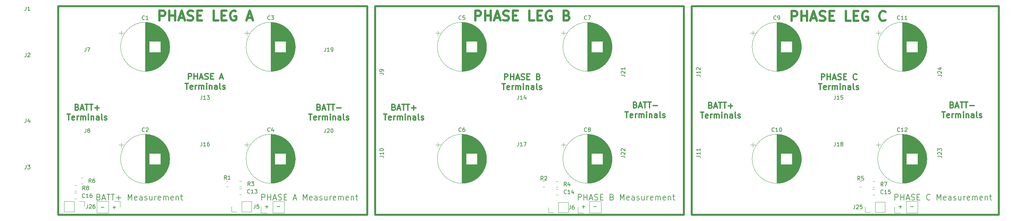
<source format=gto>
G04 #@! TF.GenerationSoftware,KiCad,Pcbnew,(5.1.6)-1*
G04 #@! TF.CreationDate,2021-04-15T22:16:23+02:00*
G04 #@! TF.ProjectId,DCLink,44434c69-6e6b-42e6-9b69-6361645f7063,rev?*
G04 #@! TF.SameCoordinates,Original*
G04 #@! TF.FileFunction,Legend,Top*
G04 #@! TF.FilePolarity,Positive*
%FSLAX46Y46*%
G04 Gerber Fmt 4.6, Leading zero omitted, Abs format (unit mm)*
G04 Created by KiCad (PCBNEW (5.1.6)-1) date 2021-04-15 22:16:23*
%MOMM*%
%LPD*%
G01*
G04 APERTURE LIST*
%ADD10C,0.150000*%
%ADD11C,0.120000*%
%ADD12C,0.500000*%
%ADD13C,0.300000*%
%ADD14C,0.600000*%
G04 APERTURE END LIST*
D10*
X252571428Y-70678571D02*
X252571428Y-69178571D01*
X253142857Y-69178571D01*
X253285714Y-69250000D01*
X253357142Y-69321428D01*
X253428571Y-69464285D01*
X253428571Y-69678571D01*
X253357142Y-69821428D01*
X253285714Y-69892857D01*
X253142857Y-69964285D01*
X252571428Y-69964285D01*
X254071428Y-70678571D02*
X254071428Y-69178571D01*
X254071428Y-69892857D02*
X254928571Y-69892857D01*
X254928571Y-70678571D02*
X254928571Y-69178571D01*
X255571428Y-70250000D02*
X256285714Y-70250000D01*
X255428571Y-70678571D02*
X255928571Y-69178571D01*
X256428571Y-70678571D01*
X256857142Y-70607142D02*
X257071428Y-70678571D01*
X257428571Y-70678571D01*
X257571428Y-70607142D01*
X257642857Y-70535714D01*
X257714285Y-70392857D01*
X257714285Y-70250000D01*
X257642857Y-70107142D01*
X257571428Y-70035714D01*
X257428571Y-69964285D01*
X257142857Y-69892857D01*
X257000000Y-69821428D01*
X256928571Y-69750000D01*
X256857142Y-69607142D01*
X256857142Y-69464285D01*
X256928571Y-69321428D01*
X257000000Y-69250000D01*
X257142857Y-69178571D01*
X257500000Y-69178571D01*
X257714285Y-69250000D01*
X258357142Y-69892857D02*
X258857142Y-69892857D01*
X259071428Y-70678571D02*
X258357142Y-70678571D01*
X258357142Y-69178571D01*
X259071428Y-69178571D01*
X261714285Y-70535714D02*
X261642857Y-70607142D01*
X261428571Y-70678571D01*
X261285714Y-70678571D01*
X261071428Y-70607142D01*
X260928571Y-70464285D01*
X260857142Y-70321428D01*
X260785714Y-70035714D01*
X260785714Y-69821428D01*
X260857142Y-69535714D01*
X260928571Y-69392857D01*
X261071428Y-69250000D01*
X261285714Y-69178571D01*
X261428571Y-69178571D01*
X261642857Y-69250000D01*
X261714285Y-69321428D01*
X263499999Y-70678571D02*
X263499999Y-69178571D01*
X263999999Y-70250000D01*
X264499999Y-69178571D01*
X264499999Y-70678571D01*
X265785714Y-70607142D02*
X265642857Y-70678571D01*
X265357142Y-70678571D01*
X265214285Y-70607142D01*
X265142857Y-70464285D01*
X265142857Y-69892857D01*
X265214285Y-69750000D01*
X265357142Y-69678571D01*
X265642857Y-69678571D01*
X265785714Y-69750000D01*
X265857142Y-69892857D01*
X265857142Y-70035714D01*
X265142857Y-70178571D01*
X267142857Y-70678571D02*
X267142857Y-69892857D01*
X267071428Y-69750000D01*
X266928571Y-69678571D01*
X266642857Y-69678571D01*
X266499999Y-69750000D01*
X267142857Y-70607142D02*
X266999999Y-70678571D01*
X266642857Y-70678571D01*
X266499999Y-70607142D01*
X266428571Y-70464285D01*
X266428571Y-70321428D01*
X266499999Y-70178571D01*
X266642857Y-70107142D01*
X266999999Y-70107142D01*
X267142857Y-70035714D01*
X267785714Y-70607142D02*
X267928571Y-70678571D01*
X268214285Y-70678571D01*
X268357142Y-70607142D01*
X268428571Y-70464285D01*
X268428571Y-70392857D01*
X268357142Y-70250000D01*
X268214285Y-70178571D01*
X267999999Y-70178571D01*
X267857142Y-70107142D01*
X267785714Y-69964285D01*
X267785714Y-69892857D01*
X267857142Y-69750000D01*
X267999999Y-69678571D01*
X268214285Y-69678571D01*
X268357142Y-69750000D01*
X269714285Y-69678571D02*
X269714285Y-70678571D01*
X269071428Y-69678571D02*
X269071428Y-70464285D01*
X269142857Y-70607142D01*
X269285714Y-70678571D01*
X269500000Y-70678571D01*
X269642857Y-70607142D01*
X269714285Y-70535714D01*
X270428571Y-70678571D02*
X270428571Y-69678571D01*
X270428571Y-69964285D02*
X270500000Y-69821428D01*
X270571428Y-69750000D01*
X270714285Y-69678571D01*
X270857142Y-69678571D01*
X271928571Y-70607142D02*
X271785714Y-70678571D01*
X271500000Y-70678571D01*
X271357142Y-70607142D01*
X271285714Y-70464285D01*
X271285714Y-69892857D01*
X271357142Y-69750000D01*
X271500000Y-69678571D01*
X271785714Y-69678571D01*
X271928571Y-69750000D01*
X272000000Y-69892857D01*
X272000000Y-70035714D01*
X271285714Y-70178571D01*
X272642857Y-70678571D02*
X272642857Y-69678571D01*
X272642857Y-69821428D02*
X272714285Y-69750000D01*
X272857142Y-69678571D01*
X273071428Y-69678571D01*
X273214285Y-69750000D01*
X273285714Y-69892857D01*
X273285714Y-70678571D01*
X273285714Y-69892857D02*
X273357142Y-69750000D01*
X273500000Y-69678571D01*
X273714285Y-69678571D01*
X273857142Y-69750000D01*
X273928571Y-69892857D01*
X273928571Y-70678571D01*
X275214285Y-70607142D02*
X275071428Y-70678571D01*
X274785714Y-70678571D01*
X274642857Y-70607142D01*
X274571428Y-70464285D01*
X274571428Y-69892857D01*
X274642857Y-69750000D01*
X274785714Y-69678571D01*
X275071428Y-69678571D01*
X275214285Y-69750000D01*
X275285714Y-69892857D01*
X275285714Y-70035714D01*
X274571428Y-70178571D01*
X275928571Y-69678571D02*
X275928571Y-70678571D01*
X275928571Y-69821428D02*
X276000000Y-69750000D01*
X276142857Y-69678571D01*
X276357142Y-69678571D01*
X276500000Y-69750000D01*
X276571428Y-69892857D01*
X276571428Y-70678571D01*
X277071428Y-69678571D02*
X277642857Y-69678571D01*
X277285714Y-69178571D02*
X277285714Y-70464285D01*
X277357142Y-70607142D01*
X277500000Y-70678571D01*
X277642857Y-70678571D01*
X254380952Y-72428571D02*
X253619047Y-72428571D01*
X254000000Y-72047619D02*
X254000000Y-72809523D01*
X257380952Y-72428571D02*
X256619047Y-72428571D01*
D11*
X252500000Y-74000000D02*
X252500000Y-72500000D01*
X254000000Y-74000000D02*
X252500000Y-74000000D01*
X258500000Y-71000000D02*
X255500000Y-71000000D01*
X255500000Y-74000000D02*
X258500000Y-74000000D01*
X258500000Y-74000000D02*
X258500000Y-71000000D01*
X255500000Y-71000000D02*
X255500000Y-74000000D01*
X176500000Y-71000000D02*
X173500000Y-71000000D01*
X172000000Y-74000000D02*
X170500000Y-74000000D01*
X170500000Y-74000000D02*
X170500000Y-72500000D01*
X176500000Y-74000000D02*
X176500000Y-71000000D01*
X173500000Y-71000000D02*
X173500000Y-74000000D01*
X173500000Y-74000000D02*
X176500000Y-74000000D01*
D10*
X170571428Y-70678571D02*
X170571428Y-69178571D01*
X171142857Y-69178571D01*
X171285714Y-69250000D01*
X171357142Y-69321428D01*
X171428571Y-69464285D01*
X171428571Y-69678571D01*
X171357142Y-69821428D01*
X171285714Y-69892857D01*
X171142857Y-69964285D01*
X170571428Y-69964285D01*
X172071428Y-70678571D02*
X172071428Y-69178571D01*
X172071428Y-69892857D02*
X172928571Y-69892857D01*
X172928571Y-70678571D02*
X172928571Y-69178571D01*
X173571428Y-70250000D02*
X174285714Y-70250000D01*
X173428571Y-70678571D02*
X173928571Y-69178571D01*
X174428571Y-70678571D01*
X174857142Y-70607142D02*
X175071428Y-70678571D01*
X175428571Y-70678571D01*
X175571428Y-70607142D01*
X175642857Y-70535714D01*
X175714285Y-70392857D01*
X175714285Y-70250000D01*
X175642857Y-70107142D01*
X175571428Y-70035714D01*
X175428571Y-69964285D01*
X175142857Y-69892857D01*
X175000000Y-69821428D01*
X174928571Y-69750000D01*
X174857142Y-69607142D01*
X174857142Y-69464285D01*
X174928571Y-69321428D01*
X175000000Y-69250000D01*
X175142857Y-69178571D01*
X175500000Y-69178571D01*
X175714285Y-69250000D01*
X176357142Y-69892857D02*
X176857142Y-69892857D01*
X177071428Y-70678571D02*
X176357142Y-70678571D01*
X176357142Y-69178571D01*
X177071428Y-69178571D01*
X179357142Y-69892857D02*
X179571428Y-69964285D01*
X179642857Y-70035714D01*
X179714285Y-70178571D01*
X179714285Y-70392857D01*
X179642857Y-70535714D01*
X179571428Y-70607142D01*
X179428571Y-70678571D01*
X178857142Y-70678571D01*
X178857142Y-69178571D01*
X179357142Y-69178571D01*
X179500000Y-69250000D01*
X179571428Y-69321428D01*
X179642857Y-69464285D01*
X179642857Y-69607142D01*
X179571428Y-69750000D01*
X179500000Y-69821428D01*
X179357142Y-69892857D01*
X178857142Y-69892857D01*
X181499999Y-70678571D02*
X181499999Y-69178571D01*
X181999999Y-70250000D01*
X182499999Y-69178571D01*
X182499999Y-70678571D01*
X183785714Y-70607142D02*
X183642857Y-70678571D01*
X183357142Y-70678571D01*
X183214285Y-70607142D01*
X183142857Y-70464285D01*
X183142857Y-69892857D01*
X183214285Y-69750000D01*
X183357142Y-69678571D01*
X183642857Y-69678571D01*
X183785714Y-69750000D01*
X183857142Y-69892857D01*
X183857142Y-70035714D01*
X183142857Y-70178571D01*
X185142857Y-70678571D02*
X185142857Y-69892857D01*
X185071428Y-69750000D01*
X184928571Y-69678571D01*
X184642857Y-69678571D01*
X184499999Y-69750000D01*
X185142857Y-70607142D02*
X184999999Y-70678571D01*
X184642857Y-70678571D01*
X184499999Y-70607142D01*
X184428571Y-70464285D01*
X184428571Y-70321428D01*
X184499999Y-70178571D01*
X184642857Y-70107142D01*
X184999999Y-70107142D01*
X185142857Y-70035714D01*
X185785714Y-70607142D02*
X185928571Y-70678571D01*
X186214285Y-70678571D01*
X186357142Y-70607142D01*
X186428571Y-70464285D01*
X186428571Y-70392857D01*
X186357142Y-70250000D01*
X186214285Y-70178571D01*
X185999999Y-70178571D01*
X185857142Y-70107142D01*
X185785714Y-69964285D01*
X185785714Y-69892857D01*
X185857142Y-69750000D01*
X185999999Y-69678571D01*
X186214285Y-69678571D01*
X186357142Y-69750000D01*
X187714285Y-69678571D02*
X187714285Y-70678571D01*
X187071428Y-69678571D02*
X187071428Y-70464285D01*
X187142857Y-70607142D01*
X187285714Y-70678571D01*
X187500000Y-70678571D01*
X187642857Y-70607142D01*
X187714285Y-70535714D01*
X188428571Y-70678571D02*
X188428571Y-69678571D01*
X188428571Y-69964285D02*
X188500000Y-69821428D01*
X188571428Y-69750000D01*
X188714285Y-69678571D01*
X188857142Y-69678571D01*
X189928571Y-70607142D02*
X189785714Y-70678571D01*
X189500000Y-70678571D01*
X189357142Y-70607142D01*
X189285714Y-70464285D01*
X189285714Y-69892857D01*
X189357142Y-69750000D01*
X189500000Y-69678571D01*
X189785714Y-69678571D01*
X189928571Y-69750000D01*
X190000000Y-69892857D01*
X190000000Y-70035714D01*
X189285714Y-70178571D01*
X190642857Y-70678571D02*
X190642857Y-69678571D01*
X190642857Y-69821428D02*
X190714285Y-69750000D01*
X190857142Y-69678571D01*
X191071428Y-69678571D01*
X191214285Y-69750000D01*
X191285714Y-69892857D01*
X191285714Y-70678571D01*
X191285714Y-69892857D02*
X191357142Y-69750000D01*
X191500000Y-69678571D01*
X191714285Y-69678571D01*
X191857142Y-69750000D01*
X191928571Y-69892857D01*
X191928571Y-70678571D01*
X193214285Y-70607142D02*
X193071428Y-70678571D01*
X192785714Y-70678571D01*
X192642857Y-70607142D01*
X192571428Y-70464285D01*
X192571428Y-69892857D01*
X192642857Y-69750000D01*
X192785714Y-69678571D01*
X193071428Y-69678571D01*
X193214285Y-69750000D01*
X193285714Y-69892857D01*
X193285714Y-70035714D01*
X192571428Y-70178571D01*
X193928571Y-69678571D02*
X193928571Y-70678571D01*
X193928571Y-69821428D02*
X194000000Y-69750000D01*
X194142857Y-69678571D01*
X194357142Y-69678571D01*
X194500000Y-69750000D01*
X194571428Y-69892857D01*
X194571428Y-70678571D01*
X195071428Y-69678571D02*
X195642857Y-69678571D01*
X195285714Y-69178571D02*
X195285714Y-70464285D01*
X195357142Y-70607142D01*
X195500000Y-70678571D01*
X195642857Y-70678571D01*
X175380952Y-72428571D02*
X174619047Y-72428571D01*
X172380952Y-72428571D02*
X171619047Y-72428571D01*
X172000000Y-72047619D02*
X172000000Y-72809523D01*
D11*
X94500000Y-71000000D02*
X91500000Y-71000000D01*
X90000000Y-74000000D02*
X88500000Y-74000000D01*
X94500000Y-74000000D02*
X94500000Y-71000000D01*
X91500000Y-74000000D02*
X94500000Y-74000000D01*
X91500000Y-71000000D02*
X91500000Y-74000000D01*
X88500000Y-74000000D02*
X88500000Y-72500000D01*
D10*
X88678571Y-70678571D02*
X88678571Y-69178571D01*
X89250000Y-69178571D01*
X89392857Y-69250000D01*
X89464285Y-69321428D01*
X89535714Y-69464285D01*
X89535714Y-69678571D01*
X89464285Y-69821428D01*
X89392857Y-69892857D01*
X89250000Y-69964285D01*
X88678571Y-69964285D01*
X90178571Y-70678571D02*
X90178571Y-69178571D01*
X90178571Y-69892857D02*
X91035714Y-69892857D01*
X91035714Y-70678571D02*
X91035714Y-69178571D01*
X91678571Y-70250000D02*
X92392857Y-70250000D01*
X91535714Y-70678571D02*
X92035714Y-69178571D01*
X92535714Y-70678571D01*
X92964285Y-70607142D02*
X93178571Y-70678571D01*
X93535714Y-70678571D01*
X93678571Y-70607142D01*
X93750000Y-70535714D01*
X93821428Y-70392857D01*
X93821428Y-70250000D01*
X93750000Y-70107142D01*
X93678571Y-70035714D01*
X93535714Y-69964285D01*
X93250000Y-69892857D01*
X93107142Y-69821428D01*
X93035714Y-69750000D01*
X92964285Y-69607142D01*
X92964285Y-69464285D01*
X93035714Y-69321428D01*
X93107142Y-69250000D01*
X93250000Y-69178571D01*
X93607142Y-69178571D01*
X93821428Y-69250000D01*
X94464285Y-69892857D02*
X94964285Y-69892857D01*
X95178571Y-70678571D02*
X94464285Y-70678571D01*
X94464285Y-69178571D01*
X95178571Y-69178571D01*
X96892857Y-70250000D02*
X97607142Y-70250000D01*
X96750000Y-70678571D02*
X97250000Y-69178571D01*
X97750000Y-70678571D01*
X99392857Y-70678571D02*
X99392857Y-69178571D01*
X99892857Y-70250000D01*
X100392857Y-69178571D01*
X100392857Y-70678571D01*
X101678571Y-70607142D02*
X101535714Y-70678571D01*
X101250000Y-70678571D01*
X101107142Y-70607142D01*
X101035714Y-70464285D01*
X101035714Y-69892857D01*
X101107142Y-69750000D01*
X101250000Y-69678571D01*
X101535714Y-69678571D01*
X101678571Y-69750000D01*
X101750000Y-69892857D01*
X101750000Y-70035714D01*
X101035714Y-70178571D01*
X103035714Y-70678571D02*
X103035714Y-69892857D01*
X102964285Y-69750000D01*
X102821428Y-69678571D01*
X102535714Y-69678571D01*
X102392857Y-69750000D01*
X103035714Y-70607142D02*
X102892857Y-70678571D01*
X102535714Y-70678571D01*
X102392857Y-70607142D01*
X102321428Y-70464285D01*
X102321428Y-70321428D01*
X102392857Y-70178571D01*
X102535714Y-70107142D01*
X102892857Y-70107142D01*
X103035714Y-70035714D01*
X103678571Y-70607142D02*
X103821428Y-70678571D01*
X104107142Y-70678571D01*
X104250000Y-70607142D01*
X104321428Y-70464285D01*
X104321428Y-70392857D01*
X104250000Y-70250000D01*
X104107142Y-70178571D01*
X103892857Y-70178571D01*
X103750000Y-70107142D01*
X103678571Y-69964285D01*
X103678571Y-69892857D01*
X103750000Y-69750000D01*
X103892857Y-69678571D01*
X104107142Y-69678571D01*
X104250000Y-69750000D01*
X105607142Y-69678571D02*
X105607142Y-70678571D01*
X104964285Y-69678571D02*
X104964285Y-70464285D01*
X105035714Y-70607142D01*
X105178571Y-70678571D01*
X105392857Y-70678571D01*
X105535714Y-70607142D01*
X105607142Y-70535714D01*
X106321428Y-70678571D02*
X106321428Y-69678571D01*
X106321428Y-69964285D02*
X106392857Y-69821428D01*
X106464285Y-69750000D01*
X106607142Y-69678571D01*
X106750000Y-69678571D01*
X107821428Y-70607142D02*
X107678571Y-70678571D01*
X107392857Y-70678571D01*
X107250000Y-70607142D01*
X107178571Y-70464285D01*
X107178571Y-69892857D01*
X107250000Y-69750000D01*
X107392857Y-69678571D01*
X107678571Y-69678571D01*
X107821428Y-69750000D01*
X107892857Y-69892857D01*
X107892857Y-70035714D01*
X107178571Y-70178571D01*
X108535714Y-70678571D02*
X108535714Y-69678571D01*
X108535714Y-69821428D02*
X108607142Y-69750000D01*
X108750000Y-69678571D01*
X108964285Y-69678571D01*
X109107142Y-69750000D01*
X109178571Y-69892857D01*
X109178571Y-70678571D01*
X109178571Y-69892857D02*
X109250000Y-69750000D01*
X109392857Y-69678571D01*
X109607142Y-69678571D01*
X109750000Y-69750000D01*
X109821428Y-69892857D01*
X109821428Y-70678571D01*
X111107142Y-70607142D02*
X110964285Y-70678571D01*
X110678571Y-70678571D01*
X110535714Y-70607142D01*
X110464285Y-70464285D01*
X110464285Y-69892857D01*
X110535714Y-69750000D01*
X110678571Y-69678571D01*
X110964285Y-69678571D01*
X111107142Y-69750000D01*
X111178571Y-69892857D01*
X111178571Y-70035714D01*
X110464285Y-70178571D01*
X111821428Y-69678571D02*
X111821428Y-70678571D01*
X111821428Y-69821428D02*
X111892857Y-69750000D01*
X112035714Y-69678571D01*
X112250000Y-69678571D01*
X112392857Y-69750000D01*
X112464285Y-69892857D01*
X112464285Y-70678571D01*
X112964285Y-69678571D02*
X113535714Y-69678571D01*
X113178571Y-69178571D02*
X113178571Y-70464285D01*
X113250000Y-70607142D01*
X113392857Y-70678571D01*
X113535714Y-70678571D01*
X93380952Y-72428571D02*
X92619047Y-72428571D01*
X90380952Y-72428571D02*
X89619047Y-72428571D01*
X90000000Y-72047619D02*
X90000000Y-72809523D01*
D11*
X52000000Y-71000000D02*
X52000000Y-72500000D01*
X50500000Y-71000000D02*
X52000000Y-71000000D01*
D10*
X47119047Y-72571428D02*
X47880952Y-72571428D01*
X50119047Y-72571428D02*
X50880952Y-72571428D01*
X50500000Y-72952380D02*
X50500000Y-72190476D01*
D11*
X49000000Y-71000000D02*
X46000000Y-71000000D01*
X49000000Y-74000000D02*
X49000000Y-71000000D01*
X46000000Y-74000000D02*
X49000000Y-74000000D01*
X46000000Y-71000000D02*
X46000000Y-74000000D01*
D10*
X46500000Y-69892857D02*
X46714285Y-69964285D01*
X46785714Y-70035714D01*
X46857142Y-70178571D01*
X46857142Y-70392857D01*
X46785714Y-70535714D01*
X46714285Y-70607142D01*
X46571428Y-70678571D01*
X46000000Y-70678571D01*
X46000000Y-69178571D01*
X46500000Y-69178571D01*
X46642857Y-69250000D01*
X46714285Y-69321428D01*
X46785714Y-69464285D01*
X46785714Y-69607142D01*
X46714285Y-69750000D01*
X46642857Y-69821428D01*
X46500000Y-69892857D01*
X46000000Y-69892857D01*
X47428571Y-70250000D02*
X48142857Y-70250000D01*
X47285714Y-70678571D02*
X47785714Y-69178571D01*
X48285714Y-70678571D01*
X48571428Y-69178571D02*
X49428571Y-69178571D01*
X49000000Y-70678571D02*
X49000000Y-69178571D01*
X49714285Y-69178571D02*
X50571428Y-69178571D01*
X50142857Y-70678571D02*
X50142857Y-69178571D01*
X51071428Y-70107142D02*
X52214285Y-70107142D01*
X51642857Y-70678571D02*
X51642857Y-69535714D01*
X54071428Y-70678571D02*
X54071428Y-69178571D01*
X54571428Y-70250000D01*
X55071428Y-69178571D01*
X55071428Y-70678571D01*
X56357142Y-70607142D02*
X56214285Y-70678571D01*
X55928571Y-70678571D01*
X55785714Y-70607142D01*
X55714285Y-70464285D01*
X55714285Y-69892857D01*
X55785714Y-69750000D01*
X55928571Y-69678571D01*
X56214285Y-69678571D01*
X56357142Y-69750000D01*
X56428571Y-69892857D01*
X56428571Y-70035714D01*
X55714285Y-70178571D01*
X57714285Y-70678571D02*
X57714285Y-69892857D01*
X57642857Y-69750000D01*
X57500000Y-69678571D01*
X57214285Y-69678571D01*
X57071428Y-69750000D01*
X57714285Y-70607142D02*
X57571428Y-70678571D01*
X57214285Y-70678571D01*
X57071428Y-70607142D01*
X57000000Y-70464285D01*
X57000000Y-70321428D01*
X57071428Y-70178571D01*
X57214285Y-70107142D01*
X57571428Y-70107142D01*
X57714285Y-70035714D01*
X58357142Y-70607142D02*
X58500000Y-70678571D01*
X58785714Y-70678571D01*
X58928571Y-70607142D01*
X59000000Y-70464285D01*
X59000000Y-70392857D01*
X58928571Y-70250000D01*
X58785714Y-70178571D01*
X58571428Y-70178571D01*
X58428571Y-70107142D01*
X58357142Y-69964285D01*
X58357142Y-69892857D01*
X58428571Y-69750000D01*
X58571428Y-69678571D01*
X58785714Y-69678571D01*
X58928571Y-69750000D01*
X60285714Y-69678571D02*
X60285714Y-70678571D01*
X59642857Y-69678571D02*
X59642857Y-70464285D01*
X59714285Y-70607142D01*
X59857142Y-70678571D01*
X60071428Y-70678571D01*
X60214285Y-70607142D01*
X60285714Y-70535714D01*
X61000000Y-70678571D02*
X61000000Y-69678571D01*
X61000000Y-69964285D02*
X61071428Y-69821428D01*
X61142857Y-69750000D01*
X61285714Y-69678571D01*
X61428571Y-69678571D01*
X62500000Y-70607142D02*
X62357142Y-70678571D01*
X62071428Y-70678571D01*
X61928571Y-70607142D01*
X61857142Y-70464285D01*
X61857142Y-69892857D01*
X61928571Y-69750000D01*
X62071428Y-69678571D01*
X62357142Y-69678571D01*
X62500000Y-69750000D01*
X62571428Y-69892857D01*
X62571428Y-70035714D01*
X61857142Y-70178571D01*
X63214285Y-70678571D02*
X63214285Y-69678571D01*
X63214285Y-69821428D02*
X63285714Y-69750000D01*
X63428571Y-69678571D01*
X63642857Y-69678571D01*
X63785714Y-69750000D01*
X63857142Y-69892857D01*
X63857142Y-70678571D01*
X63857142Y-69892857D02*
X63928571Y-69750000D01*
X64071428Y-69678571D01*
X64285714Y-69678571D01*
X64428571Y-69750000D01*
X64500000Y-69892857D01*
X64500000Y-70678571D01*
X65785714Y-70607142D02*
X65642857Y-70678571D01*
X65357142Y-70678571D01*
X65214285Y-70607142D01*
X65142857Y-70464285D01*
X65142857Y-69892857D01*
X65214285Y-69750000D01*
X65357142Y-69678571D01*
X65642857Y-69678571D01*
X65785714Y-69750000D01*
X65857142Y-69892857D01*
X65857142Y-70035714D01*
X65142857Y-70178571D01*
X66500000Y-69678571D02*
X66500000Y-70678571D01*
X66500000Y-69821428D02*
X66571428Y-69750000D01*
X66714285Y-69678571D01*
X66928571Y-69678571D01*
X67071428Y-69750000D01*
X67142857Y-69892857D01*
X67142857Y-70678571D01*
X67642857Y-69678571D02*
X68214285Y-69678571D01*
X67857142Y-69178571D02*
X67857142Y-70464285D01*
X67928571Y-70607142D01*
X68071428Y-70678571D01*
X68214285Y-70678571D01*
D12*
X200000000Y-20500000D02*
X279500000Y-20500000D01*
X279500000Y-20500000D02*
X279500000Y-74500000D01*
X279500000Y-74500000D02*
X200000000Y-74500000D01*
X200000000Y-74500000D02*
X200000000Y-20500000D01*
X118000000Y-20500000D02*
X198000000Y-20500000D01*
X198000000Y-20500000D02*
X198000000Y-74500000D01*
X198000000Y-74500000D02*
X118000000Y-74500000D01*
X118000000Y-74500000D02*
X118000000Y-20500000D01*
X36000000Y-74500000D02*
X36000000Y-20500000D01*
X116000000Y-74500000D02*
X36000000Y-74500000D01*
X116000000Y-20500000D02*
X116000000Y-74500000D01*
X36000000Y-20500000D02*
X116000000Y-20500000D01*
D13*
X233564285Y-39503571D02*
X233564285Y-38003571D01*
X234135714Y-38003571D01*
X234278571Y-38075000D01*
X234350000Y-38146428D01*
X234421428Y-38289285D01*
X234421428Y-38503571D01*
X234350000Y-38646428D01*
X234278571Y-38717857D01*
X234135714Y-38789285D01*
X233564285Y-38789285D01*
X235064285Y-39503571D02*
X235064285Y-38003571D01*
X235064285Y-38717857D02*
X235921428Y-38717857D01*
X235921428Y-39503571D02*
X235921428Y-38003571D01*
X236564285Y-39075000D02*
X237278571Y-39075000D01*
X236421428Y-39503571D02*
X236921428Y-38003571D01*
X237421428Y-39503571D01*
X237850000Y-39432142D02*
X238064285Y-39503571D01*
X238421428Y-39503571D01*
X238564285Y-39432142D01*
X238635714Y-39360714D01*
X238707142Y-39217857D01*
X238707142Y-39075000D01*
X238635714Y-38932142D01*
X238564285Y-38860714D01*
X238421428Y-38789285D01*
X238135714Y-38717857D01*
X237992857Y-38646428D01*
X237921428Y-38575000D01*
X237850000Y-38432142D01*
X237850000Y-38289285D01*
X237921428Y-38146428D01*
X237992857Y-38075000D01*
X238135714Y-38003571D01*
X238492857Y-38003571D01*
X238707142Y-38075000D01*
X239350000Y-38717857D02*
X239850000Y-38717857D01*
X240064285Y-39503571D02*
X239350000Y-39503571D01*
X239350000Y-38003571D01*
X240064285Y-38003571D01*
X242707142Y-39360714D02*
X242635714Y-39432142D01*
X242421428Y-39503571D01*
X242278571Y-39503571D01*
X242064285Y-39432142D01*
X241921428Y-39289285D01*
X241850000Y-39146428D01*
X241778571Y-38860714D01*
X241778571Y-38646428D01*
X241850000Y-38360714D01*
X241921428Y-38217857D01*
X242064285Y-38075000D01*
X242278571Y-38003571D01*
X242421428Y-38003571D01*
X242635714Y-38075000D01*
X242707142Y-38146428D01*
X232850000Y-40553571D02*
X233707142Y-40553571D01*
X233278571Y-42053571D02*
X233278571Y-40553571D01*
X234778571Y-41982142D02*
X234635714Y-42053571D01*
X234350000Y-42053571D01*
X234207142Y-41982142D01*
X234135714Y-41839285D01*
X234135714Y-41267857D01*
X234207142Y-41125000D01*
X234350000Y-41053571D01*
X234635714Y-41053571D01*
X234778571Y-41125000D01*
X234850000Y-41267857D01*
X234850000Y-41410714D01*
X234135714Y-41553571D01*
X235492857Y-42053571D02*
X235492857Y-41053571D01*
X235492857Y-41339285D02*
X235564285Y-41196428D01*
X235635714Y-41125000D01*
X235778571Y-41053571D01*
X235921428Y-41053571D01*
X236421428Y-42053571D02*
X236421428Y-41053571D01*
X236421428Y-41196428D02*
X236492857Y-41125000D01*
X236635714Y-41053571D01*
X236850000Y-41053571D01*
X236992857Y-41125000D01*
X237064285Y-41267857D01*
X237064285Y-42053571D01*
X237064285Y-41267857D02*
X237135714Y-41125000D01*
X237278571Y-41053571D01*
X237492857Y-41053571D01*
X237635714Y-41125000D01*
X237707142Y-41267857D01*
X237707142Y-42053571D01*
X238421428Y-42053571D02*
X238421428Y-41053571D01*
X238421428Y-40553571D02*
X238350000Y-40625000D01*
X238421428Y-40696428D01*
X238492857Y-40625000D01*
X238421428Y-40553571D01*
X238421428Y-40696428D01*
X239135714Y-41053571D02*
X239135714Y-42053571D01*
X239135714Y-41196428D02*
X239207142Y-41125000D01*
X239350000Y-41053571D01*
X239564285Y-41053571D01*
X239707142Y-41125000D01*
X239778571Y-41267857D01*
X239778571Y-42053571D01*
X241135714Y-42053571D02*
X241135714Y-41267857D01*
X241064285Y-41125000D01*
X240921428Y-41053571D01*
X240635714Y-41053571D01*
X240492857Y-41125000D01*
X241135714Y-41982142D02*
X240992857Y-42053571D01*
X240635714Y-42053571D01*
X240492857Y-41982142D01*
X240421428Y-41839285D01*
X240421428Y-41696428D01*
X240492857Y-41553571D01*
X240635714Y-41482142D01*
X240992857Y-41482142D01*
X241135714Y-41410714D01*
X242064285Y-42053571D02*
X241921428Y-41982142D01*
X241850000Y-41839285D01*
X241850000Y-40553571D01*
X242564285Y-41982142D02*
X242707142Y-42053571D01*
X242992857Y-42053571D01*
X243135714Y-41982142D01*
X243207142Y-41839285D01*
X243207142Y-41767857D01*
X243135714Y-41625000D01*
X242992857Y-41553571D01*
X242778571Y-41553571D01*
X242635714Y-41482142D01*
X242564285Y-41339285D01*
X242564285Y-41267857D01*
X242635714Y-41125000D01*
X242778571Y-41053571D01*
X242992857Y-41053571D01*
X243135714Y-41125000D01*
X151564285Y-39503571D02*
X151564285Y-38003571D01*
X152135714Y-38003571D01*
X152278571Y-38075000D01*
X152350000Y-38146428D01*
X152421428Y-38289285D01*
X152421428Y-38503571D01*
X152350000Y-38646428D01*
X152278571Y-38717857D01*
X152135714Y-38789285D01*
X151564285Y-38789285D01*
X153064285Y-39503571D02*
X153064285Y-38003571D01*
X153064285Y-38717857D02*
X153921428Y-38717857D01*
X153921428Y-39503571D02*
X153921428Y-38003571D01*
X154564285Y-39075000D02*
X155278571Y-39075000D01*
X154421428Y-39503571D02*
X154921428Y-38003571D01*
X155421428Y-39503571D01*
X155850000Y-39432142D02*
X156064285Y-39503571D01*
X156421428Y-39503571D01*
X156564285Y-39432142D01*
X156635714Y-39360714D01*
X156707142Y-39217857D01*
X156707142Y-39075000D01*
X156635714Y-38932142D01*
X156564285Y-38860714D01*
X156421428Y-38789285D01*
X156135714Y-38717857D01*
X155992857Y-38646428D01*
X155921428Y-38575000D01*
X155850000Y-38432142D01*
X155850000Y-38289285D01*
X155921428Y-38146428D01*
X155992857Y-38075000D01*
X156135714Y-38003571D01*
X156492857Y-38003571D01*
X156707142Y-38075000D01*
X157350000Y-38717857D02*
X157850000Y-38717857D01*
X158064285Y-39503571D02*
X157350000Y-39503571D01*
X157350000Y-38003571D01*
X158064285Y-38003571D01*
X160350000Y-38717857D02*
X160564285Y-38789285D01*
X160635714Y-38860714D01*
X160707142Y-39003571D01*
X160707142Y-39217857D01*
X160635714Y-39360714D01*
X160564285Y-39432142D01*
X160421428Y-39503571D01*
X159850000Y-39503571D01*
X159850000Y-38003571D01*
X160350000Y-38003571D01*
X160492857Y-38075000D01*
X160564285Y-38146428D01*
X160635714Y-38289285D01*
X160635714Y-38432142D01*
X160564285Y-38575000D01*
X160492857Y-38646428D01*
X160350000Y-38717857D01*
X159850000Y-38717857D01*
X150850000Y-40553571D02*
X151707142Y-40553571D01*
X151278571Y-42053571D02*
X151278571Y-40553571D01*
X152778571Y-41982142D02*
X152635714Y-42053571D01*
X152350000Y-42053571D01*
X152207142Y-41982142D01*
X152135714Y-41839285D01*
X152135714Y-41267857D01*
X152207142Y-41125000D01*
X152350000Y-41053571D01*
X152635714Y-41053571D01*
X152778571Y-41125000D01*
X152850000Y-41267857D01*
X152850000Y-41410714D01*
X152135714Y-41553571D01*
X153492857Y-42053571D02*
X153492857Y-41053571D01*
X153492857Y-41339285D02*
X153564285Y-41196428D01*
X153635714Y-41125000D01*
X153778571Y-41053571D01*
X153921428Y-41053571D01*
X154421428Y-42053571D02*
X154421428Y-41053571D01*
X154421428Y-41196428D02*
X154492857Y-41125000D01*
X154635714Y-41053571D01*
X154850000Y-41053571D01*
X154992857Y-41125000D01*
X155064285Y-41267857D01*
X155064285Y-42053571D01*
X155064285Y-41267857D02*
X155135714Y-41125000D01*
X155278571Y-41053571D01*
X155492857Y-41053571D01*
X155635714Y-41125000D01*
X155707142Y-41267857D01*
X155707142Y-42053571D01*
X156421428Y-42053571D02*
X156421428Y-41053571D01*
X156421428Y-40553571D02*
X156350000Y-40625000D01*
X156421428Y-40696428D01*
X156492857Y-40625000D01*
X156421428Y-40553571D01*
X156421428Y-40696428D01*
X157135714Y-41053571D02*
X157135714Y-42053571D01*
X157135714Y-41196428D02*
X157207142Y-41125000D01*
X157350000Y-41053571D01*
X157564285Y-41053571D01*
X157707142Y-41125000D01*
X157778571Y-41267857D01*
X157778571Y-42053571D01*
X159135714Y-42053571D02*
X159135714Y-41267857D01*
X159064285Y-41125000D01*
X158921428Y-41053571D01*
X158635714Y-41053571D01*
X158492857Y-41125000D01*
X159135714Y-41982142D02*
X158992857Y-42053571D01*
X158635714Y-42053571D01*
X158492857Y-41982142D01*
X158421428Y-41839285D01*
X158421428Y-41696428D01*
X158492857Y-41553571D01*
X158635714Y-41482142D01*
X158992857Y-41482142D01*
X159135714Y-41410714D01*
X160064285Y-42053571D02*
X159921428Y-41982142D01*
X159850000Y-41839285D01*
X159850000Y-40553571D01*
X160564285Y-41982142D02*
X160707142Y-42053571D01*
X160992857Y-42053571D01*
X161135714Y-41982142D01*
X161207142Y-41839285D01*
X161207142Y-41767857D01*
X161135714Y-41625000D01*
X160992857Y-41553571D01*
X160778571Y-41553571D01*
X160635714Y-41482142D01*
X160564285Y-41339285D01*
X160564285Y-41267857D01*
X160635714Y-41125000D01*
X160778571Y-41053571D01*
X160992857Y-41053571D01*
X161135714Y-41125000D01*
X69671428Y-39403571D02*
X69671428Y-37903571D01*
X70242857Y-37903571D01*
X70385714Y-37975000D01*
X70457142Y-38046428D01*
X70528571Y-38189285D01*
X70528571Y-38403571D01*
X70457142Y-38546428D01*
X70385714Y-38617857D01*
X70242857Y-38689285D01*
X69671428Y-38689285D01*
X71171428Y-39403571D02*
X71171428Y-37903571D01*
X71171428Y-38617857D02*
X72028571Y-38617857D01*
X72028571Y-39403571D02*
X72028571Y-37903571D01*
X72671428Y-38975000D02*
X73385714Y-38975000D01*
X72528571Y-39403571D02*
X73028571Y-37903571D01*
X73528571Y-39403571D01*
X73957142Y-39332142D02*
X74171428Y-39403571D01*
X74528571Y-39403571D01*
X74671428Y-39332142D01*
X74742857Y-39260714D01*
X74814285Y-39117857D01*
X74814285Y-38975000D01*
X74742857Y-38832142D01*
X74671428Y-38760714D01*
X74528571Y-38689285D01*
X74242857Y-38617857D01*
X74100000Y-38546428D01*
X74028571Y-38475000D01*
X73957142Y-38332142D01*
X73957142Y-38189285D01*
X74028571Y-38046428D01*
X74100000Y-37975000D01*
X74242857Y-37903571D01*
X74600000Y-37903571D01*
X74814285Y-37975000D01*
X75457142Y-38617857D02*
X75957142Y-38617857D01*
X76171428Y-39403571D02*
X75457142Y-39403571D01*
X75457142Y-37903571D01*
X76171428Y-37903571D01*
X77885714Y-38975000D02*
X78600000Y-38975000D01*
X77742857Y-39403571D02*
X78242857Y-37903571D01*
X78742857Y-39403571D01*
X68850000Y-40453571D02*
X69707142Y-40453571D01*
X69278571Y-41953571D02*
X69278571Y-40453571D01*
X70778571Y-41882142D02*
X70635714Y-41953571D01*
X70350000Y-41953571D01*
X70207142Y-41882142D01*
X70135714Y-41739285D01*
X70135714Y-41167857D01*
X70207142Y-41025000D01*
X70350000Y-40953571D01*
X70635714Y-40953571D01*
X70778571Y-41025000D01*
X70850000Y-41167857D01*
X70850000Y-41310714D01*
X70135714Y-41453571D01*
X71492857Y-41953571D02*
X71492857Y-40953571D01*
X71492857Y-41239285D02*
X71564285Y-41096428D01*
X71635714Y-41025000D01*
X71778571Y-40953571D01*
X71921428Y-40953571D01*
X72421428Y-41953571D02*
X72421428Y-40953571D01*
X72421428Y-41096428D02*
X72492857Y-41025000D01*
X72635714Y-40953571D01*
X72850000Y-40953571D01*
X72992857Y-41025000D01*
X73064285Y-41167857D01*
X73064285Y-41953571D01*
X73064285Y-41167857D02*
X73135714Y-41025000D01*
X73278571Y-40953571D01*
X73492857Y-40953571D01*
X73635714Y-41025000D01*
X73707142Y-41167857D01*
X73707142Y-41953571D01*
X74421428Y-41953571D02*
X74421428Y-40953571D01*
X74421428Y-40453571D02*
X74350000Y-40525000D01*
X74421428Y-40596428D01*
X74492857Y-40525000D01*
X74421428Y-40453571D01*
X74421428Y-40596428D01*
X75135714Y-40953571D02*
X75135714Y-41953571D01*
X75135714Y-41096428D02*
X75207142Y-41025000D01*
X75350000Y-40953571D01*
X75564285Y-40953571D01*
X75707142Y-41025000D01*
X75778571Y-41167857D01*
X75778571Y-41953571D01*
X77135714Y-41953571D02*
X77135714Y-41167857D01*
X77064285Y-41025000D01*
X76921428Y-40953571D01*
X76635714Y-40953571D01*
X76492857Y-41025000D01*
X77135714Y-41882142D02*
X76992857Y-41953571D01*
X76635714Y-41953571D01*
X76492857Y-41882142D01*
X76421428Y-41739285D01*
X76421428Y-41596428D01*
X76492857Y-41453571D01*
X76635714Y-41382142D01*
X76992857Y-41382142D01*
X77135714Y-41310714D01*
X78064285Y-41953571D02*
X77921428Y-41882142D01*
X77850000Y-41739285D01*
X77850000Y-40453571D01*
X78564285Y-41882142D02*
X78707142Y-41953571D01*
X78992857Y-41953571D01*
X79135714Y-41882142D01*
X79207142Y-41739285D01*
X79207142Y-41667857D01*
X79135714Y-41525000D01*
X78992857Y-41453571D01*
X78778571Y-41453571D01*
X78635714Y-41382142D01*
X78564285Y-41239285D01*
X78564285Y-41167857D01*
X78635714Y-41025000D01*
X78778571Y-40953571D01*
X78992857Y-40953571D01*
X79135714Y-41025000D01*
X267392857Y-46017857D02*
X267607142Y-46089285D01*
X267678571Y-46160714D01*
X267750000Y-46303571D01*
X267750000Y-46517857D01*
X267678571Y-46660714D01*
X267607142Y-46732142D01*
X267464285Y-46803571D01*
X266892857Y-46803571D01*
X266892857Y-45303571D01*
X267392857Y-45303571D01*
X267535714Y-45375000D01*
X267607142Y-45446428D01*
X267678571Y-45589285D01*
X267678571Y-45732142D01*
X267607142Y-45875000D01*
X267535714Y-45946428D01*
X267392857Y-46017857D01*
X266892857Y-46017857D01*
X268321428Y-46375000D02*
X269035714Y-46375000D01*
X268178571Y-46803571D02*
X268678571Y-45303571D01*
X269178571Y-46803571D01*
X269464285Y-45303571D02*
X270321428Y-45303571D01*
X269892857Y-46803571D02*
X269892857Y-45303571D01*
X270607142Y-45303571D02*
X271464285Y-45303571D01*
X271035714Y-46803571D02*
X271035714Y-45303571D01*
X271964285Y-46232142D02*
X273107142Y-46232142D01*
X264750000Y-47853571D02*
X265607142Y-47853571D01*
X265178571Y-49353571D02*
X265178571Y-47853571D01*
X266678571Y-49282142D02*
X266535714Y-49353571D01*
X266250000Y-49353571D01*
X266107142Y-49282142D01*
X266035714Y-49139285D01*
X266035714Y-48567857D01*
X266107142Y-48425000D01*
X266250000Y-48353571D01*
X266535714Y-48353571D01*
X266678571Y-48425000D01*
X266750000Y-48567857D01*
X266750000Y-48710714D01*
X266035714Y-48853571D01*
X267392857Y-49353571D02*
X267392857Y-48353571D01*
X267392857Y-48639285D02*
X267464285Y-48496428D01*
X267535714Y-48425000D01*
X267678571Y-48353571D01*
X267821428Y-48353571D01*
X268321428Y-49353571D02*
X268321428Y-48353571D01*
X268321428Y-48496428D02*
X268392857Y-48425000D01*
X268535714Y-48353571D01*
X268750000Y-48353571D01*
X268892857Y-48425000D01*
X268964285Y-48567857D01*
X268964285Y-49353571D01*
X268964285Y-48567857D02*
X269035714Y-48425000D01*
X269178571Y-48353571D01*
X269392857Y-48353571D01*
X269535714Y-48425000D01*
X269607142Y-48567857D01*
X269607142Y-49353571D01*
X270321428Y-49353571D02*
X270321428Y-48353571D01*
X270321428Y-47853571D02*
X270250000Y-47925000D01*
X270321428Y-47996428D01*
X270392857Y-47925000D01*
X270321428Y-47853571D01*
X270321428Y-47996428D01*
X271035714Y-48353571D02*
X271035714Y-49353571D01*
X271035714Y-48496428D02*
X271107142Y-48425000D01*
X271250000Y-48353571D01*
X271464285Y-48353571D01*
X271607142Y-48425000D01*
X271678571Y-48567857D01*
X271678571Y-49353571D01*
X273035714Y-49353571D02*
X273035714Y-48567857D01*
X272964285Y-48425000D01*
X272821428Y-48353571D01*
X272535714Y-48353571D01*
X272392857Y-48425000D01*
X273035714Y-49282142D02*
X272892857Y-49353571D01*
X272535714Y-49353571D01*
X272392857Y-49282142D01*
X272321428Y-49139285D01*
X272321428Y-48996428D01*
X272392857Y-48853571D01*
X272535714Y-48782142D01*
X272892857Y-48782142D01*
X273035714Y-48710714D01*
X273964285Y-49353571D02*
X273821428Y-49282142D01*
X273750000Y-49139285D01*
X273750000Y-47853571D01*
X274464285Y-49282142D02*
X274607142Y-49353571D01*
X274892857Y-49353571D01*
X275035714Y-49282142D01*
X275107142Y-49139285D01*
X275107142Y-49067857D01*
X275035714Y-48925000D01*
X274892857Y-48853571D01*
X274678571Y-48853571D01*
X274535714Y-48782142D01*
X274464285Y-48639285D01*
X274464285Y-48567857D01*
X274535714Y-48425000D01*
X274678571Y-48353571D01*
X274892857Y-48353571D01*
X275035714Y-48425000D01*
X204892857Y-46117857D02*
X205107142Y-46189285D01*
X205178571Y-46260714D01*
X205250000Y-46403571D01*
X205250000Y-46617857D01*
X205178571Y-46760714D01*
X205107142Y-46832142D01*
X204964285Y-46903571D01*
X204392857Y-46903571D01*
X204392857Y-45403571D01*
X204892857Y-45403571D01*
X205035714Y-45475000D01*
X205107142Y-45546428D01*
X205178571Y-45689285D01*
X205178571Y-45832142D01*
X205107142Y-45975000D01*
X205035714Y-46046428D01*
X204892857Y-46117857D01*
X204392857Y-46117857D01*
X205821428Y-46475000D02*
X206535714Y-46475000D01*
X205678571Y-46903571D02*
X206178571Y-45403571D01*
X206678571Y-46903571D01*
X206964285Y-45403571D02*
X207821428Y-45403571D01*
X207392857Y-46903571D02*
X207392857Y-45403571D01*
X208107142Y-45403571D02*
X208964285Y-45403571D01*
X208535714Y-46903571D02*
X208535714Y-45403571D01*
X209464285Y-46332142D02*
X210607142Y-46332142D01*
X210035714Y-46903571D02*
X210035714Y-45760714D01*
X202250000Y-47953571D02*
X203107142Y-47953571D01*
X202678571Y-49453571D02*
X202678571Y-47953571D01*
X204178571Y-49382142D02*
X204035714Y-49453571D01*
X203750000Y-49453571D01*
X203607142Y-49382142D01*
X203535714Y-49239285D01*
X203535714Y-48667857D01*
X203607142Y-48525000D01*
X203750000Y-48453571D01*
X204035714Y-48453571D01*
X204178571Y-48525000D01*
X204250000Y-48667857D01*
X204250000Y-48810714D01*
X203535714Y-48953571D01*
X204892857Y-49453571D02*
X204892857Y-48453571D01*
X204892857Y-48739285D02*
X204964285Y-48596428D01*
X205035714Y-48525000D01*
X205178571Y-48453571D01*
X205321428Y-48453571D01*
X205821428Y-49453571D02*
X205821428Y-48453571D01*
X205821428Y-48596428D02*
X205892857Y-48525000D01*
X206035714Y-48453571D01*
X206250000Y-48453571D01*
X206392857Y-48525000D01*
X206464285Y-48667857D01*
X206464285Y-49453571D01*
X206464285Y-48667857D02*
X206535714Y-48525000D01*
X206678571Y-48453571D01*
X206892857Y-48453571D01*
X207035714Y-48525000D01*
X207107142Y-48667857D01*
X207107142Y-49453571D01*
X207821428Y-49453571D02*
X207821428Y-48453571D01*
X207821428Y-47953571D02*
X207750000Y-48025000D01*
X207821428Y-48096428D01*
X207892857Y-48025000D01*
X207821428Y-47953571D01*
X207821428Y-48096428D01*
X208535714Y-48453571D02*
X208535714Y-49453571D01*
X208535714Y-48596428D02*
X208607142Y-48525000D01*
X208750000Y-48453571D01*
X208964285Y-48453571D01*
X209107142Y-48525000D01*
X209178571Y-48667857D01*
X209178571Y-49453571D01*
X210535714Y-49453571D02*
X210535714Y-48667857D01*
X210464285Y-48525000D01*
X210321428Y-48453571D01*
X210035714Y-48453571D01*
X209892857Y-48525000D01*
X210535714Y-49382142D02*
X210392857Y-49453571D01*
X210035714Y-49453571D01*
X209892857Y-49382142D01*
X209821428Y-49239285D01*
X209821428Y-49096428D01*
X209892857Y-48953571D01*
X210035714Y-48882142D01*
X210392857Y-48882142D01*
X210535714Y-48810714D01*
X211464285Y-49453571D02*
X211321428Y-49382142D01*
X211250000Y-49239285D01*
X211250000Y-47953571D01*
X211964285Y-49382142D02*
X212107142Y-49453571D01*
X212392857Y-49453571D01*
X212535714Y-49382142D01*
X212607142Y-49239285D01*
X212607142Y-49167857D01*
X212535714Y-49025000D01*
X212392857Y-48953571D01*
X212178571Y-48953571D01*
X212035714Y-48882142D01*
X211964285Y-48739285D01*
X211964285Y-48667857D01*
X212035714Y-48525000D01*
X212178571Y-48453571D01*
X212392857Y-48453571D01*
X212535714Y-48525000D01*
X185392857Y-46017857D02*
X185607142Y-46089285D01*
X185678571Y-46160714D01*
X185750000Y-46303571D01*
X185750000Y-46517857D01*
X185678571Y-46660714D01*
X185607142Y-46732142D01*
X185464285Y-46803571D01*
X184892857Y-46803571D01*
X184892857Y-45303571D01*
X185392857Y-45303571D01*
X185535714Y-45375000D01*
X185607142Y-45446428D01*
X185678571Y-45589285D01*
X185678571Y-45732142D01*
X185607142Y-45875000D01*
X185535714Y-45946428D01*
X185392857Y-46017857D01*
X184892857Y-46017857D01*
X186321428Y-46375000D02*
X187035714Y-46375000D01*
X186178571Y-46803571D02*
X186678571Y-45303571D01*
X187178571Y-46803571D01*
X187464285Y-45303571D02*
X188321428Y-45303571D01*
X187892857Y-46803571D02*
X187892857Y-45303571D01*
X188607142Y-45303571D02*
X189464285Y-45303571D01*
X189035714Y-46803571D02*
X189035714Y-45303571D01*
X189964285Y-46232142D02*
X191107142Y-46232142D01*
X182750000Y-47853571D02*
X183607142Y-47853571D01*
X183178571Y-49353571D02*
X183178571Y-47853571D01*
X184678571Y-49282142D02*
X184535714Y-49353571D01*
X184250000Y-49353571D01*
X184107142Y-49282142D01*
X184035714Y-49139285D01*
X184035714Y-48567857D01*
X184107142Y-48425000D01*
X184250000Y-48353571D01*
X184535714Y-48353571D01*
X184678571Y-48425000D01*
X184750000Y-48567857D01*
X184750000Y-48710714D01*
X184035714Y-48853571D01*
X185392857Y-49353571D02*
X185392857Y-48353571D01*
X185392857Y-48639285D02*
X185464285Y-48496428D01*
X185535714Y-48425000D01*
X185678571Y-48353571D01*
X185821428Y-48353571D01*
X186321428Y-49353571D02*
X186321428Y-48353571D01*
X186321428Y-48496428D02*
X186392857Y-48425000D01*
X186535714Y-48353571D01*
X186750000Y-48353571D01*
X186892857Y-48425000D01*
X186964285Y-48567857D01*
X186964285Y-49353571D01*
X186964285Y-48567857D02*
X187035714Y-48425000D01*
X187178571Y-48353571D01*
X187392857Y-48353571D01*
X187535714Y-48425000D01*
X187607142Y-48567857D01*
X187607142Y-49353571D01*
X188321428Y-49353571D02*
X188321428Y-48353571D01*
X188321428Y-47853571D02*
X188250000Y-47925000D01*
X188321428Y-47996428D01*
X188392857Y-47925000D01*
X188321428Y-47853571D01*
X188321428Y-47996428D01*
X189035714Y-48353571D02*
X189035714Y-49353571D01*
X189035714Y-48496428D02*
X189107142Y-48425000D01*
X189250000Y-48353571D01*
X189464285Y-48353571D01*
X189607142Y-48425000D01*
X189678571Y-48567857D01*
X189678571Y-49353571D01*
X191035714Y-49353571D02*
X191035714Y-48567857D01*
X190964285Y-48425000D01*
X190821428Y-48353571D01*
X190535714Y-48353571D01*
X190392857Y-48425000D01*
X191035714Y-49282142D02*
X190892857Y-49353571D01*
X190535714Y-49353571D01*
X190392857Y-49282142D01*
X190321428Y-49139285D01*
X190321428Y-48996428D01*
X190392857Y-48853571D01*
X190535714Y-48782142D01*
X190892857Y-48782142D01*
X191035714Y-48710714D01*
X191964285Y-49353571D02*
X191821428Y-49282142D01*
X191750000Y-49139285D01*
X191750000Y-47853571D01*
X192464285Y-49282142D02*
X192607142Y-49353571D01*
X192892857Y-49353571D01*
X193035714Y-49282142D01*
X193107142Y-49139285D01*
X193107142Y-49067857D01*
X193035714Y-48925000D01*
X192892857Y-48853571D01*
X192678571Y-48853571D01*
X192535714Y-48782142D01*
X192464285Y-48639285D01*
X192464285Y-48567857D01*
X192535714Y-48425000D01*
X192678571Y-48353571D01*
X192892857Y-48353571D01*
X193035714Y-48425000D01*
X122892857Y-46617857D02*
X123107142Y-46689285D01*
X123178571Y-46760714D01*
X123250000Y-46903571D01*
X123250000Y-47117857D01*
X123178571Y-47260714D01*
X123107142Y-47332142D01*
X122964285Y-47403571D01*
X122392857Y-47403571D01*
X122392857Y-45903571D01*
X122892857Y-45903571D01*
X123035714Y-45975000D01*
X123107142Y-46046428D01*
X123178571Y-46189285D01*
X123178571Y-46332142D01*
X123107142Y-46475000D01*
X123035714Y-46546428D01*
X122892857Y-46617857D01*
X122392857Y-46617857D01*
X123821428Y-46975000D02*
X124535714Y-46975000D01*
X123678571Y-47403571D02*
X124178571Y-45903571D01*
X124678571Y-47403571D01*
X124964285Y-45903571D02*
X125821428Y-45903571D01*
X125392857Y-47403571D02*
X125392857Y-45903571D01*
X126107142Y-45903571D02*
X126964285Y-45903571D01*
X126535714Y-47403571D02*
X126535714Y-45903571D01*
X127464285Y-46832142D02*
X128607142Y-46832142D01*
X128035714Y-47403571D02*
X128035714Y-46260714D01*
X120250000Y-48453571D02*
X121107142Y-48453571D01*
X120678571Y-49953571D02*
X120678571Y-48453571D01*
X122178571Y-49882142D02*
X122035714Y-49953571D01*
X121750000Y-49953571D01*
X121607142Y-49882142D01*
X121535714Y-49739285D01*
X121535714Y-49167857D01*
X121607142Y-49025000D01*
X121750000Y-48953571D01*
X122035714Y-48953571D01*
X122178571Y-49025000D01*
X122250000Y-49167857D01*
X122250000Y-49310714D01*
X121535714Y-49453571D01*
X122892857Y-49953571D02*
X122892857Y-48953571D01*
X122892857Y-49239285D02*
X122964285Y-49096428D01*
X123035714Y-49025000D01*
X123178571Y-48953571D01*
X123321428Y-48953571D01*
X123821428Y-49953571D02*
X123821428Y-48953571D01*
X123821428Y-49096428D02*
X123892857Y-49025000D01*
X124035714Y-48953571D01*
X124250000Y-48953571D01*
X124392857Y-49025000D01*
X124464285Y-49167857D01*
X124464285Y-49953571D01*
X124464285Y-49167857D02*
X124535714Y-49025000D01*
X124678571Y-48953571D01*
X124892857Y-48953571D01*
X125035714Y-49025000D01*
X125107142Y-49167857D01*
X125107142Y-49953571D01*
X125821428Y-49953571D02*
X125821428Y-48953571D01*
X125821428Y-48453571D02*
X125750000Y-48525000D01*
X125821428Y-48596428D01*
X125892857Y-48525000D01*
X125821428Y-48453571D01*
X125821428Y-48596428D01*
X126535714Y-48953571D02*
X126535714Y-49953571D01*
X126535714Y-49096428D02*
X126607142Y-49025000D01*
X126750000Y-48953571D01*
X126964285Y-48953571D01*
X127107142Y-49025000D01*
X127178571Y-49167857D01*
X127178571Y-49953571D01*
X128535714Y-49953571D02*
X128535714Y-49167857D01*
X128464285Y-49025000D01*
X128321428Y-48953571D01*
X128035714Y-48953571D01*
X127892857Y-49025000D01*
X128535714Y-49882142D02*
X128392857Y-49953571D01*
X128035714Y-49953571D01*
X127892857Y-49882142D01*
X127821428Y-49739285D01*
X127821428Y-49596428D01*
X127892857Y-49453571D01*
X128035714Y-49382142D01*
X128392857Y-49382142D01*
X128535714Y-49310714D01*
X129464285Y-49953571D02*
X129321428Y-49882142D01*
X129250000Y-49739285D01*
X129250000Y-48453571D01*
X129964285Y-49882142D02*
X130107142Y-49953571D01*
X130392857Y-49953571D01*
X130535714Y-49882142D01*
X130607142Y-49739285D01*
X130607142Y-49667857D01*
X130535714Y-49525000D01*
X130392857Y-49453571D01*
X130178571Y-49453571D01*
X130035714Y-49382142D01*
X129964285Y-49239285D01*
X129964285Y-49167857D01*
X130035714Y-49025000D01*
X130178571Y-48953571D01*
X130392857Y-48953571D01*
X130535714Y-49025000D01*
X103492857Y-46617857D02*
X103707142Y-46689285D01*
X103778571Y-46760714D01*
X103850000Y-46903571D01*
X103850000Y-47117857D01*
X103778571Y-47260714D01*
X103707142Y-47332142D01*
X103564285Y-47403571D01*
X102992857Y-47403571D01*
X102992857Y-45903571D01*
X103492857Y-45903571D01*
X103635714Y-45975000D01*
X103707142Y-46046428D01*
X103778571Y-46189285D01*
X103778571Y-46332142D01*
X103707142Y-46475000D01*
X103635714Y-46546428D01*
X103492857Y-46617857D01*
X102992857Y-46617857D01*
X104421428Y-46975000D02*
X105135714Y-46975000D01*
X104278571Y-47403571D02*
X104778571Y-45903571D01*
X105278571Y-47403571D01*
X105564285Y-45903571D02*
X106421428Y-45903571D01*
X105992857Y-47403571D02*
X105992857Y-45903571D01*
X106707142Y-45903571D02*
X107564285Y-45903571D01*
X107135714Y-47403571D02*
X107135714Y-45903571D01*
X108064285Y-46832142D02*
X109207142Y-46832142D01*
X100850000Y-48453571D02*
X101707142Y-48453571D01*
X101278571Y-49953571D02*
X101278571Y-48453571D01*
X102778571Y-49882142D02*
X102635714Y-49953571D01*
X102350000Y-49953571D01*
X102207142Y-49882142D01*
X102135714Y-49739285D01*
X102135714Y-49167857D01*
X102207142Y-49025000D01*
X102350000Y-48953571D01*
X102635714Y-48953571D01*
X102778571Y-49025000D01*
X102850000Y-49167857D01*
X102850000Y-49310714D01*
X102135714Y-49453571D01*
X103492857Y-49953571D02*
X103492857Y-48953571D01*
X103492857Y-49239285D02*
X103564285Y-49096428D01*
X103635714Y-49025000D01*
X103778571Y-48953571D01*
X103921428Y-48953571D01*
X104421428Y-49953571D02*
X104421428Y-48953571D01*
X104421428Y-49096428D02*
X104492857Y-49025000D01*
X104635714Y-48953571D01*
X104850000Y-48953571D01*
X104992857Y-49025000D01*
X105064285Y-49167857D01*
X105064285Y-49953571D01*
X105064285Y-49167857D02*
X105135714Y-49025000D01*
X105278571Y-48953571D01*
X105492857Y-48953571D01*
X105635714Y-49025000D01*
X105707142Y-49167857D01*
X105707142Y-49953571D01*
X106421428Y-49953571D02*
X106421428Y-48953571D01*
X106421428Y-48453571D02*
X106350000Y-48525000D01*
X106421428Y-48596428D01*
X106492857Y-48525000D01*
X106421428Y-48453571D01*
X106421428Y-48596428D01*
X107135714Y-48953571D02*
X107135714Y-49953571D01*
X107135714Y-49096428D02*
X107207142Y-49025000D01*
X107350000Y-48953571D01*
X107564285Y-48953571D01*
X107707142Y-49025000D01*
X107778571Y-49167857D01*
X107778571Y-49953571D01*
X109135714Y-49953571D02*
X109135714Y-49167857D01*
X109064285Y-49025000D01*
X108921428Y-48953571D01*
X108635714Y-48953571D01*
X108492857Y-49025000D01*
X109135714Y-49882142D02*
X108992857Y-49953571D01*
X108635714Y-49953571D01*
X108492857Y-49882142D01*
X108421428Y-49739285D01*
X108421428Y-49596428D01*
X108492857Y-49453571D01*
X108635714Y-49382142D01*
X108992857Y-49382142D01*
X109135714Y-49310714D01*
X110064285Y-49953571D02*
X109921428Y-49882142D01*
X109850000Y-49739285D01*
X109850000Y-48453571D01*
X110564285Y-49882142D02*
X110707142Y-49953571D01*
X110992857Y-49953571D01*
X111135714Y-49882142D01*
X111207142Y-49739285D01*
X111207142Y-49667857D01*
X111135714Y-49525000D01*
X110992857Y-49453571D01*
X110778571Y-49453571D01*
X110635714Y-49382142D01*
X110564285Y-49239285D01*
X110564285Y-49167857D01*
X110635714Y-49025000D01*
X110778571Y-48953571D01*
X110992857Y-48953571D01*
X111135714Y-49025000D01*
X40892857Y-46617857D02*
X41107142Y-46689285D01*
X41178571Y-46760714D01*
X41250000Y-46903571D01*
X41250000Y-47117857D01*
X41178571Y-47260714D01*
X41107142Y-47332142D01*
X40964285Y-47403571D01*
X40392857Y-47403571D01*
X40392857Y-45903571D01*
X40892857Y-45903571D01*
X41035714Y-45975000D01*
X41107142Y-46046428D01*
X41178571Y-46189285D01*
X41178571Y-46332142D01*
X41107142Y-46475000D01*
X41035714Y-46546428D01*
X40892857Y-46617857D01*
X40392857Y-46617857D01*
X41821428Y-46975000D02*
X42535714Y-46975000D01*
X41678571Y-47403571D02*
X42178571Y-45903571D01*
X42678571Y-47403571D01*
X42964285Y-45903571D02*
X43821428Y-45903571D01*
X43392857Y-47403571D02*
X43392857Y-45903571D01*
X44107142Y-45903571D02*
X44964285Y-45903571D01*
X44535714Y-47403571D02*
X44535714Y-45903571D01*
X45464285Y-46832142D02*
X46607142Y-46832142D01*
X46035714Y-47403571D02*
X46035714Y-46260714D01*
X38250000Y-48453571D02*
X39107142Y-48453571D01*
X38678571Y-49953571D02*
X38678571Y-48453571D01*
X40178571Y-49882142D02*
X40035714Y-49953571D01*
X39750000Y-49953571D01*
X39607142Y-49882142D01*
X39535714Y-49739285D01*
X39535714Y-49167857D01*
X39607142Y-49025000D01*
X39750000Y-48953571D01*
X40035714Y-48953571D01*
X40178571Y-49025000D01*
X40250000Y-49167857D01*
X40250000Y-49310714D01*
X39535714Y-49453571D01*
X40892857Y-49953571D02*
X40892857Y-48953571D01*
X40892857Y-49239285D02*
X40964285Y-49096428D01*
X41035714Y-49025000D01*
X41178571Y-48953571D01*
X41321428Y-48953571D01*
X41821428Y-49953571D02*
X41821428Y-48953571D01*
X41821428Y-49096428D02*
X41892857Y-49025000D01*
X42035714Y-48953571D01*
X42250000Y-48953571D01*
X42392857Y-49025000D01*
X42464285Y-49167857D01*
X42464285Y-49953571D01*
X42464285Y-49167857D02*
X42535714Y-49025000D01*
X42678571Y-48953571D01*
X42892857Y-48953571D01*
X43035714Y-49025000D01*
X43107142Y-49167857D01*
X43107142Y-49953571D01*
X43821428Y-49953571D02*
X43821428Y-48953571D01*
X43821428Y-48453571D02*
X43750000Y-48525000D01*
X43821428Y-48596428D01*
X43892857Y-48525000D01*
X43821428Y-48453571D01*
X43821428Y-48596428D01*
X44535714Y-48953571D02*
X44535714Y-49953571D01*
X44535714Y-49096428D02*
X44607142Y-49025000D01*
X44750000Y-48953571D01*
X44964285Y-48953571D01*
X45107142Y-49025000D01*
X45178571Y-49167857D01*
X45178571Y-49953571D01*
X46535714Y-49953571D02*
X46535714Y-49167857D01*
X46464285Y-49025000D01*
X46321428Y-48953571D01*
X46035714Y-48953571D01*
X45892857Y-49025000D01*
X46535714Y-49882142D02*
X46392857Y-49953571D01*
X46035714Y-49953571D01*
X45892857Y-49882142D01*
X45821428Y-49739285D01*
X45821428Y-49596428D01*
X45892857Y-49453571D01*
X46035714Y-49382142D01*
X46392857Y-49382142D01*
X46535714Y-49310714D01*
X47464285Y-49953571D02*
X47321428Y-49882142D01*
X47250000Y-49739285D01*
X47250000Y-48453571D01*
X47964285Y-49882142D02*
X48107142Y-49953571D01*
X48392857Y-49953571D01*
X48535714Y-49882142D01*
X48607142Y-49739285D01*
X48607142Y-49667857D01*
X48535714Y-49525000D01*
X48392857Y-49453571D01*
X48178571Y-49453571D01*
X48035714Y-49382142D01*
X47964285Y-49239285D01*
X47964285Y-49167857D01*
X48035714Y-49025000D01*
X48178571Y-48953571D01*
X48392857Y-48953571D01*
X48535714Y-49025000D01*
D14*
X225804761Y-24249047D02*
X225804761Y-21709047D01*
X226772380Y-21709047D01*
X227014285Y-21830000D01*
X227135238Y-21950952D01*
X227256190Y-22192857D01*
X227256190Y-22555714D01*
X227135238Y-22797619D01*
X227014285Y-22918571D01*
X226772380Y-23039523D01*
X225804761Y-23039523D01*
X228344761Y-24249047D02*
X228344761Y-21709047D01*
X228344761Y-22918571D02*
X229796190Y-22918571D01*
X229796190Y-24249047D02*
X229796190Y-21709047D01*
X230884761Y-23523333D02*
X232094285Y-23523333D01*
X230642857Y-24249047D02*
X231489523Y-21709047D01*
X232336190Y-24249047D01*
X233061904Y-24128095D02*
X233424761Y-24249047D01*
X234029523Y-24249047D01*
X234271428Y-24128095D01*
X234392380Y-24007142D01*
X234513333Y-23765238D01*
X234513333Y-23523333D01*
X234392380Y-23281428D01*
X234271428Y-23160476D01*
X234029523Y-23039523D01*
X233545714Y-22918571D01*
X233303809Y-22797619D01*
X233182857Y-22676666D01*
X233061904Y-22434761D01*
X233061904Y-22192857D01*
X233182857Y-21950952D01*
X233303809Y-21830000D01*
X233545714Y-21709047D01*
X234150476Y-21709047D01*
X234513333Y-21830000D01*
X235601904Y-22918571D02*
X236448571Y-22918571D01*
X236811428Y-24249047D02*
X235601904Y-24249047D01*
X235601904Y-21709047D01*
X236811428Y-21709047D01*
X241044761Y-24249047D02*
X239835238Y-24249047D01*
X239835238Y-21709047D01*
X241891428Y-22918571D02*
X242738095Y-22918571D01*
X243100952Y-24249047D02*
X241891428Y-24249047D01*
X241891428Y-21709047D01*
X243100952Y-21709047D01*
X245520000Y-21830000D02*
X245278095Y-21709047D01*
X244915238Y-21709047D01*
X244552380Y-21830000D01*
X244310476Y-22071904D01*
X244189523Y-22313809D01*
X244068571Y-22797619D01*
X244068571Y-23160476D01*
X244189523Y-23644285D01*
X244310476Y-23886190D01*
X244552380Y-24128095D01*
X244915238Y-24249047D01*
X245157142Y-24249047D01*
X245520000Y-24128095D01*
X245640952Y-24007142D01*
X245640952Y-23160476D01*
X245157142Y-23160476D01*
X250116190Y-24007142D02*
X249995238Y-24128095D01*
X249632380Y-24249047D01*
X249390476Y-24249047D01*
X249027619Y-24128095D01*
X248785714Y-23886190D01*
X248664761Y-23644285D01*
X248543809Y-23160476D01*
X248543809Y-22797619D01*
X248664761Y-22313809D01*
X248785714Y-22071904D01*
X249027619Y-21830000D01*
X249390476Y-21709047D01*
X249632380Y-21709047D01*
X249995238Y-21830000D01*
X250116190Y-21950952D01*
X143904761Y-24149047D02*
X143904761Y-21609047D01*
X144872380Y-21609047D01*
X145114285Y-21730000D01*
X145235238Y-21850952D01*
X145356190Y-22092857D01*
X145356190Y-22455714D01*
X145235238Y-22697619D01*
X145114285Y-22818571D01*
X144872380Y-22939523D01*
X143904761Y-22939523D01*
X146444761Y-24149047D02*
X146444761Y-21609047D01*
X146444761Y-22818571D02*
X147896190Y-22818571D01*
X147896190Y-24149047D02*
X147896190Y-21609047D01*
X148984761Y-23423333D02*
X150194285Y-23423333D01*
X148742857Y-24149047D02*
X149589523Y-21609047D01*
X150436190Y-24149047D01*
X151161904Y-24028095D02*
X151524761Y-24149047D01*
X152129523Y-24149047D01*
X152371428Y-24028095D01*
X152492380Y-23907142D01*
X152613333Y-23665238D01*
X152613333Y-23423333D01*
X152492380Y-23181428D01*
X152371428Y-23060476D01*
X152129523Y-22939523D01*
X151645714Y-22818571D01*
X151403809Y-22697619D01*
X151282857Y-22576666D01*
X151161904Y-22334761D01*
X151161904Y-22092857D01*
X151282857Y-21850952D01*
X151403809Y-21730000D01*
X151645714Y-21609047D01*
X152250476Y-21609047D01*
X152613333Y-21730000D01*
X153701904Y-22818571D02*
X154548571Y-22818571D01*
X154911428Y-24149047D02*
X153701904Y-24149047D01*
X153701904Y-21609047D01*
X154911428Y-21609047D01*
X159144761Y-24149047D02*
X157935238Y-24149047D01*
X157935238Y-21609047D01*
X159991428Y-22818571D02*
X160838095Y-22818571D01*
X161200952Y-24149047D02*
X159991428Y-24149047D01*
X159991428Y-21609047D01*
X161200952Y-21609047D01*
X163620000Y-21730000D02*
X163378095Y-21609047D01*
X163015238Y-21609047D01*
X162652380Y-21730000D01*
X162410476Y-21971904D01*
X162289523Y-22213809D01*
X162168571Y-22697619D01*
X162168571Y-23060476D01*
X162289523Y-23544285D01*
X162410476Y-23786190D01*
X162652380Y-24028095D01*
X163015238Y-24149047D01*
X163257142Y-24149047D01*
X163620000Y-24028095D01*
X163740952Y-23907142D01*
X163740952Y-23060476D01*
X163257142Y-23060476D01*
X167611428Y-22818571D02*
X167974285Y-22939523D01*
X168095238Y-23060476D01*
X168216190Y-23302380D01*
X168216190Y-23665238D01*
X168095238Y-23907142D01*
X167974285Y-24028095D01*
X167732380Y-24149047D01*
X166764761Y-24149047D01*
X166764761Y-21609047D01*
X167611428Y-21609047D01*
X167853333Y-21730000D01*
X167974285Y-21850952D01*
X168095238Y-22092857D01*
X168095238Y-22334761D01*
X167974285Y-22576666D01*
X167853333Y-22697619D01*
X167611428Y-22818571D01*
X166764761Y-22818571D01*
X62186190Y-24149047D02*
X62186190Y-21609047D01*
X63153809Y-21609047D01*
X63395714Y-21730000D01*
X63516666Y-21850952D01*
X63637619Y-22092857D01*
X63637619Y-22455714D01*
X63516666Y-22697619D01*
X63395714Y-22818571D01*
X63153809Y-22939523D01*
X62186190Y-22939523D01*
X64726190Y-24149047D02*
X64726190Y-21609047D01*
X64726190Y-22818571D02*
X66177619Y-22818571D01*
X66177619Y-24149047D02*
X66177619Y-21609047D01*
X67266190Y-23423333D02*
X68475714Y-23423333D01*
X67024285Y-24149047D02*
X67870952Y-21609047D01*
X68717619Y-24149047D01*
X69443333Y-24028095D02*
X69806190Y-24149047D01*
X70410952Y-24149047D01*
X70652857Y-24028095D01*
X70773809Y-23907142D01*
X70894761Y-23665238D01*
X70894761Y-23423333D01*
X70773809Y-23181428D01*
X70652857Y-23060476D01*
X70410952Y-22939523D01*
X69927142Y-22818571D01*
X69685238Y-22697619D01*
X69564285Y-22576666D01*
X69443333Y-22334761D01*
X69443333Y-22092857D01*
X69564285Y-21850952D01*
X69685238Y-21730000D01*
X69927142Y-21609047D01*
X70531904Y-21609047D01*
X70894761Y-21730000D01*
X71983333Y-22818571D02*
X72830000Y-22818571D01*
X73192857Y-24149047D02*
X71983333Y-24149047D01*
X71983333Y-21609047D01*
X73192857Y-21609047D01*
X77426190Y-24149047D02*
X76216666Y-24149047D01*
X76216666Y-21609047D01*
X78272857Y-22818571D02*
X79119523Y-22818571D01*
X79482380Y-24149047D02*
X78272857Y-24149047D01*
X78272857Y-21609047D01*
X79482380Y-21609047D01*
X81901428Y-21730000D02*
X81659523Y-21609047D01*
X81296666Y-21609047D01*
X80933809Y-21730000D01*
X80691904Y-21971904D01*
X80570952Y-22213809D01*
X80450000Y-22697619D01*
X80450000Y-23060476D01*
X80570952Y-23544285D01*
X80691904Y-23786190D01*
X80933809Y-24028095D01*
X81296666Y-24149047D01*
X81538571Y-24149047D01*
X81901428Y-24028095D01*
X82022380Y-23907142D01*
X82022380Y-23060476D01*
X81538571Y-23060476D01*
X84925238Y-23423333D02*
X86134761Y-23423333D01*
X84683333Y-24149047D02*
X85530000Y-21609047D01*
X86376666Y-24149047D01*
D11*
X161460436Y-67335000D02*
X161914564Y-67335000D01*
X161460436Y-65865000D02*
X161914564Y-65865000D01*
X86070000Y-73730000D02*
X86070000Y-71070000D01*
X83470000Y-73730000D02*
X86070000Y-73730000D01*
X83470000Y-71070000D02*
X86070000Y-71070000D01*
X83470000Y-73730000D02*
X83470000Y-71070000D01*
X82200000Y-73730000D02*
X80870000Y-73730000D01*
X80870000Y-73730000D02*
X80870000Y-72400000D01*
X42339564Y-66435000D02*
X41885436Y-66435000D01*
X42339564Y-64965000D02*
X41885436Y-64965000D01*
X64870000Y-31000000D02*
G75*
G03*
X64870000Y-31000000I-6370000J0D01*
G01*
X58500000Y-24670000D02*
X58500000Y-37330000D01*
X58540000Y-24670000D02*
X58540000Y-37330000D01*
X58580000Y-24670000D02*
X58580000Y-37330000D01*
X58620000Y-24671000D02*
X58620000Y-37329000D01*
X58660000Y-24672000D02*
X58660000Y-37328000D01*
X58700000Y-24673000D02*
X58700000Y-37327000D01*
X58740000Y-24674000D02*
X58740000Y-37326000D01*
X58780000Y-24676000D02*
X58780000Y-37324000D01*
X58820000Y-24678000D02*
X58820000Y-37322000D01*
X58860000Y-24680000D02*
X58860000Y-37320000D01*
X58900000Y-24682000D02*
X58900000Y-37318000D01*
X58940000Y-24685000D02*
X58940000Y-37315000D01*
X58980000Y-24688000D02*
X58980000Y-37312000D01*
X59020000Y-24691000D02*
X59020000Y-37309000D01*
X59060000Y-24694000D02*
X59060000Y-37306000D01*
X59100000Y-24698000D02*
X59100000Y-37302000D01*
X59140000Y-24702000D02*
X59140000Y-37298000D01*
X59180000Y-24706000D02*
X59180000Y-37294000D01*
X59221000Y-24710000D02*
X59221000Y-37290000D01*
X59261000Y-24715000D02*
X59261000Y-37285000D01*
X59301000Y-24720000D02*
X59301000Y-37280000D01*
X59341000Y-24725000D02*
X59341000Y-37275000D01*
X59381000Y-24731000D02*
X59381000Y-37269000D01*
X59421000Y-24736000D02*
X59421000Y-37264000D01*
X59461000Y-24742000D02*
X59461000Y-37258000D01*
X59501000Y-24748000D02*
X59501000Y-37252000D01*
X59541000Y-24755000D02*
X59541000Y-37245000D01*
X59581000Y-24762000D02*
X59581000Y-29560000D01*
X59581000Y-32440000D02*
X59581000Y-37238000D01*
X59621000Y-24769000D02*
X59621000Y-29560000D01*
X59621000Y-32440000D02*
X59621000Y-37231000D01*
X59661000Y-24776000D02*
X59661000Y-29560000D01*
X59661000Y-32440000D02*
X59661000Y-37224000D01*
X59701000Y-24784000D02*
X59701000Y-29560000D01*
X59701000Y-32440000D02*
X59701000Y-37216000D01*
X59741000Y-24791000D02*
X59741000Y-29560000D01*
X59741000Y-32440000D02*
X59741000Y-37209000D01*
X59781000Y-24799000D02*
X59781000Y-29560000D01*
X59781000Y-32440000D02*
X59781000Y-37201000D01*
X59821000Y-24808000D02*
X59821000Y-29560000D01*
X59821000Y-32440000D02*
X59821000Y-37192000D01*
X59861000Y-24816000D02*
X59861000Y-29560000D01*
X59861000Y-32440000D02*
X59861000Y-37184000D01*
X59901000Y-24825000D02*
X59901000Y-29560000D01*
X59901000Y-32440000D02*
X59901000Y-37175000D01*
X59941000Y-24834000D02*
X59941000Y-29560000D01*
X59941000Y-32440000D02*
X59941000Y-37166000D01*
X59981000Y-24844000D02*
X59981000Y-29560000D01*
X59981000Y-32440000D02*
X59981000Y-37156000D01*
X60021000Y-24854000D02*
X60021000Y-29560000D01*
X60021000Y-32440000D02*
X60021000Y-37146000D01*
X60061000Y-24863000D02*
X60061000Y-29560000D01*
X60061000Y-32440000D02*
X60061000Y-37137000D01*
X60101000Y-24874000D02*
X60101000Y-29560000D01*
X60101000Y-32440000D02*
X60101000Y-37126000D01*
X60141000Y-24884000D02*
X60141000Y-29560000D01*
X60141000Y-32440000D02*
X60141000Y-37116000D01*
X60181000Y-24895000D02*
X60181000Y-29560000D01*
X60181000Y-32440000D02*
X60181000Y-37105000D01*
X60221000Y-24906000D02*
X60221000Y-29560000D01*
X60221000Y-32440000D02*
X60221000Y-37094000D01*
X60261000Y-24917000D02*
X60261000Y-29560000D01*
X60261000Y-32440000D02*
X60261000Y-37083000D01*
X60301000Y-24929000D02*
X60301000Y-29560000D01*
X60301000Y-32440000D02*
X60301000Y-37071000D01*
X60341000Y-24941000D02*
X60341000Y-29560000D01*
X60341000Y-32440000D02*
X60341000Y-37059000D01*
X60381000Y-24953000D02*
X60381000Y-29560000D01*
X60381000Y-32440000D02*
X60381000Y-37047000D01*
X60421000Y-24966000D02*
X60421000Y-29560000D01*
X60421000Y-32440000D02*
X60421000Y-37034000D01*
X60461000Y-24979000D02*
X60461000Y-29560000D01*
X60461000Y-32440000D02*
X60461000Y-37021000D01*
X60501000Y-24992000D02*
X60501000Y-29560000D01*
X60501000Y-32440000D02*
X60501000Y-37008000D01*
X60541000Y-25005000D02*
X60541000Y-29560000D01*
X60541000Y-32440000D02*
X60541000Y-36995000D01*
X60581000Y-25019000D02*
X60581000Y-29560000D01*
X60581000Y-32440000D02*
X60581000Y-36981000D01*
X60621000Y-25033000D02*
X60621000Y-29560000D01*
X60621000Y-32440000D02*
X60621000Y-36967000D01*
X60661000Y-25047000D02*
X60661000Y-29560000D01*
X60661000Y-32440000D02*
X60661000Y-36953000D01*
X60701000Y-25061000D02*
X60701000Y-29560000D01*
X60701000Y-32440000D02*
X60701000Y-36939000D01*
X60741000Y-25076000D02*
X60741000Y-29560000D01*
X60741000Y-32440000D02*
X60741000Y-36924000D01*
X60781000Y-25092000D02*
X60781000Y-29560000D01*
X60781000Y-32440000D02*
X60781000Y-36908000D01*
X60821000Y-25107000D02*
X60821000Y-29560000D01*
X60821000Y-32440000D02*
X60821000Y-36893000D01*
X60861000Y-25123000D02*
X60861000Y-29560000D01*
X60861000Y-32440000D02*
X60861000Y-36877000D01*
X60901000Y-25139000D02*
X60901000Y-29560000D01*
X60901000Y-32440000D02*
X60901000Y-36861000D01*
X60941000Y-25155000D02*
X60941000Y-29560000D01*
X60941000Y-32440000D02*
X60941000Y-36845000D01*
X60981000Y-25172000D02*
X60981000Y-29560000D01*
X60981000Y-32440000D02*
X60981000Y-36828000D01*
X61021000Y-25189000D02*
X61021000Y-29560000D01*
X61021000Y-32440000D02*
X61021000Y-36811000D01*
X61061000Y-25207000D02*
X61061000Y-29560000D01*
X61061000Y-32440000D02*
X61061000Y-36793000D01*
X61101000Y-25224000D02*
X61101000Y-29560000D01*
X61101000Y-32440000D02*
X61101000Y-36776000D01*
X61141000Y-25242000D02*
X61141000Y-29560000D01*
X61141000Y-32440000D02*
X61141000Y-36758000D01*
X61181000Y-25261000D02*
X61181000Y-29560000D01*
X61181000Y-32440000D02*
X61181000Y-36739000D01*
X61221000Y-25279000D02*
X61221000Y-29560000D01*
X61221000Y-32440000D02*
X61221000Y-36721000D01*
X61261000Y-25298000D02*
X61261000Y-29560000D01*
X61261000Y-32440000D02*
X61261000Y-36702000D01*
X61301000Y-25318000D02*
X61301000Y-29560000D01*
X61301000Y-32440000D02*
X61301000Y-36682000D01*
X61341000Y-25338000D02*
X61341000Y-29560000D01*
X61341000Y-32440000D02*
X61341000Y-36662000D01*
X61381000Y-25358000D02*
X61381000Y-29560000D01*
X61381000Y-32440000D02*
X61381000Y-36642000D01*
X61421000Y-25378000D02*
X61421000Y-29560000D01*
X61421000Y-32440000D02*
X61421000Y-36622000D01*
X61461000Y-25399000D02*
X61461000Y-29560000D01*
X61461000Y-32440000D02*
X61461000Y-36601000D01*
X61501000Y-25420000D02*
X61501000Y-29560000D01*
X61501000Y-32440000D02*
X61501000Y-36580000D01*
X61541000Y-25442000D02*
X61541000Y-29560000D01*
X61541000Y-32440000D02*
X61541000Y-36558000D01*
X61581000Y-25464000D02*
X61581000Y-29560000D01*
X61581000Y-32440000D02*
X61581000Y-36536000D01*
X61621000Y-25486000D02*
X61621000Y-29560000D01*
X61621000Y-32440000D02*
X61621000Y-36514000D01*
X61661000Y-25509000D02*
X61661000Y-29560000D01*
X61661000Y-32440000D02*
X61661000Y-36491000D01*
X61701000Y-25532000D02*
X61701000Y-29560000D01*
X61701000Y-32440000D02*
X61701000Y-36468000D01*
X61741000Y-25555000D02*
X61741000Y-29560000D01*
X61741000Y-32440000D02*
X61741000Y-36445000D01*
X61781000Y-25579000D02*
X61781000Y-29560000D01*
X61781000Y-32440000D02*
X61781000Y-36421000D01*
X61821000Y-25603000D02*
X61821000Y-29560000D01*
X61821000Y-32440000D02*
X61821000Y-36397000D01*
X61861000Y-25628000D02*
X61861000Y-29560000D01*
X61861000Y-32440000D02*
X61861000Y-36372000D01*
X61901000Y-25653000D02*
X61901000Y-29560000D01*
X61901000Y-32440000D02*
X61901000Y-36347000D01*
X61941000Y-25678000D02*
X61941000Y-29560000D01*
X61941000Y-32440000D02*
X61941000Y-36322000D01*
X61981000Y-25704000D02*
X61981000Y-29560000D01*
X61981000Y-32440000D02*
X61981000Y-36296000D01*
X62021000Y-25730000D02*
X62021000Y-29560000D01*
X62021000Y-32440000D02*
X62021000Y-36270000D01*
X62061000Y-25757000D02*
X62061000Y-29560000D01*
X62061000Y-32440000D02*
X62061000Y-36243000D01*
X62101000Y-25784000D02*
X62101000Y-29560000D01*
X62101000Y-32440000D02*
X62101000Y-36216000D01*
X62141000Y-25812000D02*
X62141000Y-29560000D01*
X62141000Y-32440000D02*
X62141000Y-36188000D01*
X62181000Y-25840000D02*
X62181000Y-29560000D01*
X62181000Y-32440000D02*
X62181000Y-36160000D01*
X62221000Y-25869000D02*
X62221000Y-29560000D01*
X62221000Y-32440000D02*
X62221000Y-36131000D01*
X62261000Y-25898000D02*
X62261000Y-29560000D01*
X62261000Y-32440000D02*
X62261000Y-36102000D01*
X62301000Y-25927000D02*
X62301000Y-29560000D01*
X62301000Y-32440000D02*
X62301000Y-36073000D01*
X62341000Y-25957000D02*
X62341000Y-29560000D01*
X62341000Y-32440000D02*
X62341000Y-36043000D01*
X62381000Y-25988000D02*
X62381000Y-29560000D01*
X62381000Y-32440000D02*
X62381000Y-36012000D01*
X62421000Y-26018000D02*
X62421000Y-29560000D01*
X62421000Y-32440000D02*
X62421000Y-35982000D01*
X62461000Y-26050000D02*
X62461000Y-35950000D01*
X62501000Y-26082000D02*
X62501000Y-35918000D01*
X62541000Y-26115000D02*
X62541000Y-35885000D01*
X62581000Y-26148000D02*
X62581000Y-35852000D01*
X62621000Y-26181000D02*
X62621000Y-35819000D01*
X62661000Y-26215000D02*
X62661000Y-35785000D01*
X62701000Y-26250000D02*
X62701000Y-35750000D01*
X62741000Y-26286000D02*
X62741000Y-35714000D01*
X62781000Y-26322000D02*
X62781000Y-35678000D01*
X62821000Y-26358000D02*
X62821000Y-35642000D01*
X62861000Y-26395000D02*
X62861000Y-35605000D01*
X62901000Y-26433000D02*
X62901000Y-35567000D01*
X62941000Y-26472000D02*
X62941000Y-35528000D01*
X62981000Y-26511000D02*
X62981000Y-35489000D01*
X63021000Y-26551000D02*
X63021000Y-35449000D01*
X63061000Y-26592000D02*
X63061000Y-35408000D01*
X63101000Y-26633000D02*
X63101000Y-35367000D01*
X63141000Y-26675000D02*
X63141000Y-35325000D01*
X63181000Y-26718000D02*
X63181000Y-35282000D01*
X63221000Y-26762000D02*
X63221000Y-35238000D01*
X63261000Y-26806000D02*
X63261000Y-35194000D01*
X63301000Y-26852000D02*
X63301000Y-35148000D01*
X63341000Y-26898000D02*
X63341000Y-35102000D01*
X63381000Y-26945000D02*
X63381000Y-35055000D01*
X63421000Y-26993000D02*
X63421000Y-35007000D01*
X63461000Y-27043000D02*
X63461000Y-34957000D01*
X63501000Y-27093000D02*
X63501000Y-34907000D01*
X63541000Y-27144000D02*
X63541000Y-34856000D01*
X63581000Y-27196000D02*
X63581000Y-34804000D01*
X63621000Y-27250000D02*
X63621000Y-34750000D01*
X63661000Y-27304000D02*
X63661000Y-34696000D01*
X63701000Y-27360000D02*
X63701000Y-34640000D01*
X63741000Y-27417000D02*
X63741000Y-34583000D01*
X63781000Y-27476000D02*
X63781000Y-34524000D01*
X63821000Y-27536000D02*
X63821000Y-34464000D01*
X63861000Y-27598000D02*
X63861000Y-34402000D01*
X63901000Y-27661000D02*
X63901000Y-34339000D01*
X63941000Y-27725000D02*
X63941000Y-34275000D01*
X63981000Y-27792000D02*
X63981000Y-34208000D01*
X64021000Y-27860000D02*
X64021000Y-34140000D01*
X64061000Y-27931000D02*
X64061000Y-34069000D01*
X64101000Y-28004000D02*
X64101000Y-33996000D01*
X64141000Y-28079000D02*
X64141000Y-33921000D01*
X64181000Y-28156000D02*
X64181000Y-33844000D01*
X64221000Y-28236000D02*
X64221000Y-33764000D01*
X64261000Y-28319000D02*
X64261000Y-33681000D01*
X64301000Y-28406000D02*
X64301000Y-33594000D01*
X64341000Y-28496000D02*
X64341000Y-33504000D01*
X64381000Y-28590000D02*
X64381000Y-33410000D01*
X64421000Y-28688000D02*
X64421000Y-33312000D01*
X64461000Y-28791000D02*
X64461000Y-33209000D01*
X64501000Y-28900000D02*
X64501000Y-33100000D01*
X64541000Y-29016000D02*
X64541000Y-32984000D01*
X64581000Y-29139000D02*
X64581000Y-32861000D01*
X64621000Y-29272000D02*
X64621000Y-32728000D01*
X64661000Y-29417000D02*
X64661000Y-32583000D01*
X64701000Y-29578000D02*
X64701000Y-32422000D01*
X64741000Y-29759000D02*
X64741000Y-32241000D01*
X64781000Y-29972000D02*
X64781000Y-32028000D01*
X64821000Y-30243000D02*
X64821000Y-31757000D01*
X64861000Y-30683000D02*
X64861000Y-31317000D01*
X51682918Y-27425000D02*
X52932918Y-27425000D01*
X52307918Y-26800000D02*
X52307918Y-28050000D01*
X52307918Y-55800000D02*
X52307918Y-57050000D01*
X51682918Y-56425000D02*
X52932918Y-56425000D01*
X64861000Y-59683000D02*
X64861000Y-60317000D01*
X64821000Y-59243000D02*
X64821000Y-60757000D01*
X64781000Y-58972000D02*
X64781000Y-61028000D01*
X64741000Y-58759000D02*
X64741000Y-61241000D01*
X64701000Y-58578000D02*
X64701000Y-61422000D01*
X64661000Y-58417000D02*
X64661000Y-61583000D01*
X64621000Y-58272000D02*
X64621000Y-61728000D01*
X64581000Y-58139000D02*
X64581000Y-61861000D01*
X64541000Y-58016000D02*
X64541000Y-61984000D01*
X64501000Y-57900000D02*
X64501000Y-62100000D01*
X64461000Y-57791000D02*
X64461000Y-62209000D01*
X64421000Y-57688000D02*
X64421000Y-62312000D01*
X64381000Y-57590000D02*
X64381000Y-62410000D01*
X64341000Y-57496000D02*
X64341000Y-62504000D01*
X64301000Y-57406000D02*
X64301000Y-62594000D01*
X64261000Y-57319000D02*
X64261000Y-62681000D01*
X64221000Y-57236000D02*
X64221000Y-62764000D01*
X64181000Y-57156000D02*
X64181000Y-62844000D01*
X64141000Y-57079000D02*
X64141000Y-62921000D01*
X64101000Y-57004000D02*
X64101000Y-62996000D01*
X64061000Y-56931000D02*
X64061000Y-63069000D01*
X64021000Y-56860000D02*
X64021000Y-63140000D01*
X63981000Y-56792000D02*
X63981000Y-63208000D01*
X63941000Y-56725000D02*
X63941000Y-63275000D01*
X63901000Y-56661000D02*
X63901000Y-63339000D01*
X63861000Y-56598000D02*
X63861000Y-63402000D01*
X63821000Y-56536000D02*
X63821000Y-63464000D01*
X63781000Y-56476000D02*
X63781000Y-63524000D01*
X63741000Y-56417000D02*
X63741000Y-63583000D01*
X63701000Y-56360000D02*
X63701000Y-63640000D01*
X63661000Y-56304000D02*
X63661000Y-63696000D01*
X63621000Y-56250000D02*
X63621000Y-63750000D01*
X63581000Y-56196000D02*
X63581000Y-63804000D01*
X63541000Y-56144000D02*
X63541000Y-63856000D01*
X63501000Y-56093000D02*
X63501000Y-63907000D01*
X63461000Y-56043000D02*
X63461000Y-63957000D01*
X63421000Y-55993000D02*
X63421000Y-64007000D01*
X63381000Y-55945000D02*
X63381000Y-64055000D01*
X63341000Y-55898000D02*
X63341000Y-64102000D01*
X63301000Y-55852000D02*
X63301000Y-64148000D01*
X63261000Y-55806000D02*
X63261000Y-64194000D01*
X63221000Y-55762000D02*
X63221000Y-64238000D01*
X63181000Y-55718000D02*
X63181000Y-64282000D01*
X63141000Y-55675000D02*
X63141000Y-64325000D01*
X63101000Y-55633000D02*
X63101000Y-64367000D01*
X63061000Y-55592000D02*
X63061000Y-64408000D01*
X63021000Y-55551000D02*
X63021000Y-64449000D01*
X62981000Y-55511000D02*
X62981000Y-64489000D01*
X62941000Y-55472000D02*
X62941000Y-64528000D01*
X62901000Y-55433000D02*
X62901000Y-64567000D01*
X62861000Y-55395000D02*
X62861000Y-64605000D01*
X62821000Y-55358000D02*
X62821000Y-64642000D01*
X62781000Y-55322000D02*
X62781000Y-64678000D01*
X62741000Y-55286000D02*
X62741000Y-64714000D01*
X62701000Y-55250000D02*
X62701000Y-64750000D01*
X62661000Y-55215000D02*
X62661000Y-64785000D01*
X62621000Y-55181000D02*
X62621000Y-64819000D01*
X62581000Y-55148000D02*
X62581000Y-64852000D01*
X62541000Y-55115000D02*
X62541000Y-64885000D01*
X62501000Y-55082000D02*
X62501000Y-64918000D01*
X62461000Y-55050000D02*
X62461000Y-64950000D01*
X62421000Y-61440000D02*
X62421000Y-64982000D01*
X62421000Y-55018000D02*
X62421000Y-58560000D01*
X62381000Y-61440000D02*
X62381000Y-65012000D01*
X62381000Y-54988000D02*
X62381000Y-58560000D01*
X62341000Y-61440000D02*
X62341000Y-65043000D01*
X62341000Y-54957000D02*
X62341000Y-58560000D01*
X62301000Y-61440000D02*
X62301000Y-65073000D01*
X62301000Y-54927000D02*
X62301000Y-58560000D01*
X62261000Y-61440000D02*
X62261000Y-65102000D01*
X62261000Y-54898000D02*
X62261000Y-58560000D01*
X62221000Y-61440000D02*
X62221000Y-65131000D01*
X62221000Y-54869000D02*
X62221000Y-58560000D01*
X62181000Y-61440000D02*
X62181000Y-65160000D01*
X62181000Y-54840000D02*
X62181000Y-58560000D01*
X62141000Y-61440000D02*
X62141000Y-65188000D01*
X62141000Y-54812000D02*
X62141000Y-58560000D01*
X62101000Y-61440000D02*
X62101000Y-65216000D01*
X62101000Y-54784000D02*
X62101000Y-58560000D01*
X62061000Y-61440000D02*
X62061000Y-65243000D01*
X62061000Y-54757000D02*
X62061000Y-58560000D01*
X62021000Y-61440000D02*
X62021000Y-65270000D01*
X62021000Y-54730000D02*
X62021000Y-58560000D01*
X61981000Y-61440000D02*
X61981000Y-65296000D01*
X61981000Y-54704000D02*
X61981000Y-58560000D01*
X61941000Y-61440000D02*
X61941000Y-65322000D01*
X61941000Y-54678000D02*
X61941000Y-58560000D01*
X61901000Y-61440000D02*
X61901000Y-65347000D01*
X61901000Y-54653000D02*
X61901000Y-58560000D01*
X61861000Y-61440000D02*
X61861000Y-65372000D01*
X61861000Y-54628000D02*
X61861000Y-58560000D01*
X61821000Y-61440000D02*
X61821000Y-65397000D01*
X61821000Y-54603000D02*
X61821000Y-58560000D01*
X61781000Y-61440000D02*
X61781000Y-65421000D01*
X61781000Y-54579000D02*
X61781000Y-58560000D01*
X61741000Y-61440000D02*
X61741000Y-65445000D01*
X61741000Y-54555000D02*
X61741000Y-58560000D01*
X61701000Y-61440000D02*
X61701000Y-65468000D01*
X61701000Y-54532000D02*
X61701000Y-58560000D01*
X61661000Y-61440000D02*
X61661000Y-65491000D01*
X61661000Y-54509000D02*
X61661000Y-58560000D01*
X61621000Y-61440000D02*
X61621000Y-65514000D01*
X61621000Y-54486000D02*
X61621000Y-58560000D01*
X61581000Y-61440000D02*
X61581000Y-65536000D01*
X61581000Y-54464000D02*
X61581000Y-58560000D01*
X61541000Y-61440000D02*
X61541000Y-65558000D01*
X61541000Y-54442000D02*
X61541000Y-58560000D01*
X61501000Y-61440000D02*
X61501000Y-65580000D01*
X61501000Y-54420000D02*
X61501000Y-58560000D01*
X61461000Y-61440000D02*
X61461000Y-65601000D01*
X61461000Y-54399000D02*
X61461000Y-58560000D01*
X61421000Y-61440000D02*
X61421000Y-65622000D01*
X61421000Y-54378000D02*
X61421000Y-58560000D01*
X61381000Y-61440000D02*
X61381000Y-65642000D01*
X61381000Y-54358000D02*
X61381000Y-58560000D01*
X61341000Y-61440000D02*
X61341000Y-65662000D01*
X61341000Y-54338000D02*
X61341000Y-58560000D01*
X61301000Y-61440000D02*
X61301000Y-65682000D01*
X61301000Y-54318000D02*
X61301000Y-58560000D01*
X61261000Y-61440000D02*
X61261000Y-65702000D01*
X61261000Y-54298000D02*
X61261000Y-58560000D01*
X61221000Y-61440000D02*
X61221000Y-65721000D01*
X61221000Y-54279000D02*
X61221000Y-58560000D01*
X61181000Y-61440000D02*
X61181000Y-65739000D01*
X61181000Y-54261000D02*
X61181000Y-58560000D01*
X61141000Y-61440000D02*
X61141000Y-65758000D01*
X61141000Y-54242000D02*
X61141000Y-58560000D01*
X61101000Y-61440000D02*
X61101000Y-65776000D01*
X61101000Y-54224000D02*
X61101000Y-58560000D01*
X61061000Y-61440000D02*
X61061000Y-65793000D01*
X61061000Y-54207000D02*
X61061000Y-58560000D01*
X61021000Y-61440000D02*
X61021000Y-65811000D01*
X61021000Y-54189000D02*
X61021000Y-58560000D01*
X60981000Y-61440000D02*
X60981000Y-65828000D01*
X60981000Y-54172000D02*
X60981000Y-58560000D01*
X60941000Y-61440000D02*
X60941000Y-65845000D01*
X60941000Y-54155000D02*
X60941000Y-58560000D01*
X60901000Y-61440000D02*
X60901000Y-65861000D01*
X60901000Y-54139000D02*
X60901000Y-58560000D01*
X60861000Y-61440000D02*
X60861000Y-65877000D01*
X60861000Y-54123000D02*
X60861000Y-58560000D01*
X60821000Y-61440000D02*
X60821000Y-65893000D01*
X60821000Y-54107000D02*
X60821000Y-58560000D01*
X60781000Y-61440000D02*
X60781000Y-65908000D01*
X60781000Y-54092000D02*
X60781000Y-58560000D01*
X60741000Y-61440000D02*
X60741000Y-65924000D01*
X60741000Y-54076000D02*
X60741000Y-58560000D01*
X60701000Y-61440000D02*
X60701000Y-65939000D01*
X60701000Y-54061000D02*
X60701000Y-58560000D01*
X60661000Y-61440000D02*
X60661000Y-65953000D01*
X60661000Y-54047000D02*
X60661000Y-58560000D01*
X60621000Y-61440000D02*
X60621000Y-65967000D01*
X60621000Y-54033000D02*
X60621000Y-58560000D01*
X60581000Y-61440000D02*
X60581000Y-65981000D01*
X60581000Y-54019000D02*
X60581000Y-58560000D01*
X60541000Y-61440000D02*
X60541000Y-65995000D01*
X60541000Y-54005000D02*
X60541000Y-58560000D01*
X60501000Y-61440000D02*
X60501000Y-66008000D01*
X60501000Y-53992000D02*
X60501000Y-58560000D01*
X60461000Y-61440000D02*
X60461000Y-66021000D01*
X60461000Y-53979000D02*
X60461000Y-58560000D01*
X60421000Y-61440000D02*
X60421000Y-66034000D01*
X60421000Y-53966000D02*
X60421000Y-58560000D01*
X60381000Y-61440000D02*
X60381000Y-66047000D01*
X60381000Y-53953000D02*
X60381000Y-58560000D01*
X60341000Y-61440000D02*
X60341000Y-66059000D01*
X60341000Y-53941000D02*
X60341000Y-58560000D01*
X60301000Y-61440000D02*
X60301000Y-66071000D01*
X60301000Y-53929000D02*
X60301000Y-58560000D01*
X60261000Y-61440000D02*
X60261000Y-66083000D01*
X60261000Y-53917000D02*
X60261000Y-58560000D01*
X60221000Y-61440000D02*
X60221000Y-66094000D01*
X60221000Y-53906000D02*
X60221000Y-58560000D01*
X60181000Y-61440000D02*
X60181000Y-66105000D01*
X60181000Y-53895000D02*
X60181000Y-58560000D01*
X60141000Y-61440000D02*
X60141000Y-66116000D01*
X60141000Y-53884000D02*
X60141000Y-58560000D01*
X60101000Y-61440000D02*
X60101000Y-66126000D01*
X60101000Y-53874000D02*
X60101000Y-58560000D01*
X60061000Y-61440000D02*
X60061000Y-66137000D01*
X60061000Y-53863000D02*
X60061000Y-58560000D01*
X60021000Y-61440000D02*
X60021000Y-66146000D01*
X60021000Y-53854000D02*
X60021000Y-58560000D01*
X59981000Y-61440000D02*
X59981000Y-66156000D01*
X59981000Y-53844000D02*
X59981000Y-58560000D01*
X59941000Y-61440000D02*
X59941000Y-66166000D01*
X59941000Y-53834000D02*
X59941000Y-58560000D01*
X59901000Y-61440000D02*
X59901000Y-66175000D01*
X59901000Y-53825000D02*
X59901000Y-58560000D01*
X59861000Y-61440000D02*
X59861000Y-66184000D01*
X59861000Y-53816000D02*
X59861000Y-58560000D01*
X59821000Y-61440000D02*
X59821000Y-66192000D01*
X59821000Y-53808000D02*
X59821000Y-58560000D01*
X59781000Y-61440000D02*
X59781000Y-66201000D01*
X59781000Y-53799000D02*
X59781000Y-58560000D01*
X59741000Y-61440000D02*
X59741000Y-66209000D01*
X59741000Y-53791000D02*
X59741000Y-58560000D01*
X59701000Y-61440000D02*
X59701000Y-66216000D01*
X59701000Y-53784000D02*
X59701000Y-58560000D01*
X59661000Y-61440000D02*
X59661000Y-66224000D01*
X59661000Y-53776000D02*
X59661000Y-58560000D01*
X59621000Y-61440000D02*
X59621000Y-66231000D01*
X59621000Y-53769000D02*
X59621000Y-58560000D01*
X59581000Y-61440000D02*
X59581000Y-66238000D01*
X59581000Y-53762000D02*
X59581000Y-58560000D01*
X59541000Y-53755000D02*
X59541000Y-66245000D01*
X59501000Y-53748000D02*
X59501000Y-66252000D01*
X59461000Y-53742000D02*
X59461000Y-66258000D01*
X59421000Y-53736000D02*
X59421000Y-66264000D01*
X59381000Y-53731000D02*
X59381000Y-66269000D01*
X59341000Y-53725000D02*
X59341000Y-66275000D01*
X59301000Y-53720000D02*
X59301000Y-66280000D01*
X59261000Y-53715000D02*
X59261000Y-66285000D01*
X59221000Y-53710000D02*
X59221000Y-66290000D01*
X59180000Y-53706000D02*
X59180000Y-66294000D01*
X59140000Y-53702000D02*
X59140000Y-66298000D01*
X59100000Y-53698000D02*
X59100000Y-66302000D01*
X59060000Y-53694000D02*
X59060000Y-66306000D01*
X59020000Y-53691000D02*
X59020000Y-66309000D01*
X58980000Y-53688000D02*
X58980000Y-66312000D01*
X58940000Y-53685000D02*
X58940000Y-66315000D01*
X58900000Y-53682000D02*
X58900000Y-66318000D01*
X58860000Y-53680000D02*
X58860000Y-66320000D01*
X58820000Y-53678000D02*
X58820000Y-66322000D01*
X58780000Y-53676000D02*
X58780000Y-66324000D01*
X58740000Y-53674000D02*
X58740000Y-66326000D01*
X58700000Y-53673000D02*
X58700000Y-66327000D01*
X58660000Y-53672000D02*
X58660000Y-66328000D01*
X58620000Y-53671000D02*
X58620000Y-66329000D01*
X58580000Y-53670000D02*
X58580000Y-66330000D01*
X58540000Y-53670000D02*
X58540000Y-66330000D01*
X58500000Y-53670000D02*
X58500000Y-66330000D01*
X64870000Y-60000000D02*
G75*
G03*
X64870000Y-60000000I-6370000J0D01*
G01*
X84807918Y-26800000D02*
X84807918Y-28050000D01*
X84182918Y-27425000D02*
X85432918Y-27425000D01*
X97361000Y-30683000D02*
X97361000Y-31317000D01*
X97321000Y-30243000D02*
X97321000Y-31757000D01*
X97281000Y-29972000D02*
X97281000Y-32028000D01*
X97241000Y-29759000D02*
X97241000Y-32241000D01*
X97201000Y-29578000D02*
X97201000Y-32422000D01*
X97161000Y-29417000D02*
X97161000Y-32583000D01*
X97121000Y-29272000D02*
X97121000Y-32728000D01*
X97081000Y-29139000D02*
X97081000Y-32861000D01*
X97041000Y-29016000D02*
X97041000Y-32984000D01*
X97001000Y-28900000D02*
X97001000Y-33100000D01*
X96961000Y-28791000D02*
X96961000Y-33209000D01*
X96921000Y-28688000D02*
X96921000Y-33312000D01*
X96881000Y-28590000D02*
X96881000Y-33410000D01*
X96841000Y-28496000D02*
X96841000Y-33504000D01*
X96801000Y-28406000D02*
X96801000Y-33594000D01*
X96761000Y-28319000D02*
X96761000Y-33681000D01*
X96721000Y-28236000D02*
X96721000Y-33764000D01*
X96681000Y-28156000D02*
X96681000Y-33844000D01*
X96641000Y-28079000D02*
X96641000Y-33921000D01*
X96601000Y-28004000D02*
X96601000Y-33996000D01*
X96561000Y-27931000D02*
X96561000Y-34069000D01*
X96521000Y-27860000D02*
X96521000Y-34140000D01*
X96481000Y-27792000D02*
X96481000Y-34208000D01*
X96441000Y-27725000D02*
X96441000Y-34275000D01*
X96401000Y-27661000D02*
X96401000Y-34339000D01*
X96361000Y-27598000D02*
X96361000Y-34402000D01*
X96321000Y-27536000D02*
X96321000Y-34464000D01*
X96281000Y-27476000D02*
X96281000Y-34524000D01*
X96241000Y-27417000D02*
X96241000Y-34583000D01*
X96201000Y-27360000D02*
X96201000Y-34640000D01*
X96161000Y-27304000D02*
X96161000Y-34696000D01*
X96121000Y-27250000D02*
X96121000Y-34750000D01*
X96081000Y-27196000D02*
X96081000Y-34804000D01*
X96041000Y-27144000D02*
X96041000Y-34856000D01*
X96001000Y-27093000D02*
X96001000Y-34907000D01*
X95961000Y-27043000D02*
X95961000Y-34957000D01*
X95921000Y-26993000D02*
X95921000Y-35007000D01*
X95881000Y-26945000D02*
X95881000Y-35055000D01*
X95841000Y-26898000D02*
X95841000Y-35102000D01*
X95801000Y-26852000D02*
X95801000Y-35148000D01*
X95761000Y-26806000D02*
X95761000Y-35194000D01*
X95721000Y-26762000D02*
X95721000Y-35238000D01*
X95681000Y-26718000D02*
X95681000Y-35282000D01*
X95641000Y-26675000D02*
X95641000Y-35325000D01*
X95601000Y-26633000D02*
X95601000Y-35367000D01*
X95561000Y-26592000D02*
X95561000Y-35408000D01*
X95521000Y-26551000D02*
X95521000Y-35449000D01*
X95481000Y-26511000D02*
X95481000Y-35489000D01*
X95441000Y-26472000D02*
X95441000Y-35528000D01*
X95401000Y-26433000D02*
X95401000Y-35567000D01*
X95361000Y-26395000D02*
X95361000Y-35605000D01*
X95321000Y-26358000D02*
X95321000Y-35642000D01*
X95281000Y-26322000D02*
X95281000Y-35678000D01*
X95241000Y-26286000D02*
X95241000Y-35714000D01*
X95201000Y-26250000D02*
X95201000Y-35750000D01*
X95161000Y-26215000D02*
X95161000Y-35785000D01*
X95121000Y-26181000D02*
X95121000Y-35819000D01*
X95081000Y-26148000D02*
X95081000Y-35852000D01*
X95041000Y-26115000D02*
X95041000Y-35885000D01*
X95001000Y-26082000D02*
X95001000Y-35918000D01*
X94961000Y-26050000D02*
X94961000Y-35950000D01*
X94921000Y-32440000D02*
X94921000Y-35982000D01*
X94921000Y-26018000D02*
X94921000Y-29560000D01*
X94881000Y-32440000D02*
X94881000Y-36012000D01*
X94881000Y-25988000D02*
X94881000Y-29560000D01*
X94841000Y-32440000D02*
X94841000Y-36043000D01*
X94841000Y-25957000D02*
X94841000Y-29560000D01*
X94801000Y-32440000D02*
X94801000Y-36073000D01*
X94801000Y-25927000D02*
X94801000Y-29560000D01*
X94761000Y-32440000D02*
X94761000Y-36102000D01*
X94761000Y-25898000D02*
X94761000Y-29560000D01*
X94721000Y-32440000D02*
X94721000Y-36131000D01*
X94721000Y-25869000D02*
X94721000Y-29560000D01*
X94681000Y-32440000D02*
X94681000Y-36160000D01*
X94681000Y-25840000D02*
X94681000Y-29560000D01*
X94641000Y-32440000D02*
X94641000Y-36188000D01*
X94641000Y-25812000D02*
X94641000Y-29560000D01*
X94601000Y-32440000D02*
X94601000Y-36216000D01*
X94601000Y-25784000D02*
X94601000Y-29560000D01*
X94561000Y-32440000D02*
X94561000Y-36243000D01*
X94561000Y-25757000D02*
X94561000Y-29560000D01*
X94521000Y-32440000D02*
X94521000Y-36270000D01*
X94521000Y-25730000D02*
X94521000Y-29560000D01*
X94481000Y-32440000D02*
X94481000Y-36296000D01*
X94481000Y-25704000D02*
X94481000Y-29560000D01*
X94441000Y-32440000D02*
X94441000Y-36322000D01*
X94441000Y-25678000D02*
X94441000Y-29560000D01*
X94401000Y-32440000D02*
X94401000Y-36347000D01*
X94401000Y-25653000D02*
X94401000Y-29560000D01*
X94361000Y-32440000D02*
X94361000Y-36372000D01*
X94361000Y-25628000D02*
X94361000Y-29560000D01*
X94321000Y-32440000D02*
X94321000Y-36397000D01*
X94321000Y-25603000D02*
X94321000Y-29560000D01*
X94281000Y-32440000D02*
X94281000Y-36421000D01*
X94281000Y-25579000D02*
X94281000Y-29560000D01*
X94241000Y-32440000D02*
X94241000Y-36445000D01*
X94241000Y-25555000D02*
X94241000Y-29560000D01*
X94201000Y-32440000D02*
X94201000Y-36468000D01*
X94201000Y-25532000D02*
X94201000Y-29560000D01*
X94161000Y-32440000D02*
X94161000Y-36491000D01*
X94161000Y-25509000D02*
X94161000Y-29560000D01*
X94121000Y-32440000D02*
X94121000Y-36514000D01*
X94121000Y-25486000D02*
X94121000Y-29560000D01*
X94081000Y-32440000D02*
X94081000Y-36536000D01*
X94081000Y-25464000D02*
X94081000Y-29560000D01*
X94041000Y-32440000D02*
X94041000Y-36558000D01*
X94041000Y-25442000D02*
X94041000Y-29560000D01*
X94001000Y-32440000D02*
X94001000Y-36580000D01*
X94001000Y-25420000D02*
X94001000Y-29560000D01*
X93961000Y-32440000D02*
X93961000Y-36601000D01*
X93961000Y-25399000D02*
X93961000Y-29560000D01*
X93921000Y-32440000D02*
X93921000Y-36622000D01*
X93921000Y-25378000D02*
X93921000Y-29560000D01*
X93881000Y-32440000D02*
X93881000Y-36642000D01*
X93881000Y-25358000D02*
X93881000Y-29560000D01*
X93841000Y-32440000D02*
X93841000Y-36662000D01*
X93841000Y-25338000D02*
X93841000Y-29560000D01*
X93801000Y-32440000D02*
X93801000Y-36682000D01*
X93801000Y-25318000D02*
X93801000Y-29560000D01*
X93761000Y-32440000D02*
X93761000Y-36702000D01*
X93761000Y-25298000D02*
X93761000Y-29560000D01*
X93721000Y-32440000D02*
X93721000Y-36721000D01*
X93721000Y-25279000D02*
X93721000Y-29560000D01*
X93681000Y-32440000D02*
X93681000Y-36739000D01*
X93681000Y-25261000D02*
X93681000Y-29560000D01*
X93641000Y-32440000D02*
X93641000Y-36758000D01*
X93641000Y-25242000D02*
X93641000Y-29560000D01*
X93601000Y-32440000D02*
X93601000Y-36776000D01*
X93601000Y-25224000D02*
X93601000Y-29560000D01*
X93561000Y-32440000D02*
X93561000Y-36793000D01*
X93561000Y-25207000D02*
X93561000Y-29560000D01*
X93521000Y-32440000D02*
X93521000Y-36811000D01*
X93521000Y-25189000D02*
X93521000Y-29560000D01*
X93481000Y-32440000D02*
X93481000Y-36828000D01*
X93481000Y-25172000D02*
X93481000Y-29560000D01*
X93441000Y-32440000D02*
X93441000Y-36845000D01*
X93441000Y-25155000D02*
X93441000Y-29560000D01*
X93401000Y-32440000D02*
X93401000Y-36861000D01*
X93401000Y-25139000D02*
X93401000Y-29560000D01*
X93361000Y-32440000D02*
X93361000Y-36877000D01*
X93361000Y-25123000D02*
X93361000Y-29560000D01*
X93321000Y-32440000D02*
X93321000Y-36893000D01*
X93321000Y-25107000D02*
X93321000Y-29560000D01*
X93281000Y-32440000D02*
X93281000Y-36908000D01*
X93281000Y-25092000D02*
X93281000Y-29560000D01*
X93241000Y-32440000D02*
X93241000Y-36924000D01*
X93241000Y-25076000D02*
X93241000Y-29560000D01*
X93201000Y-32440000D02*
X93201000Y-36939000D01*
X93201000Y-25061000D02*
X93201000Y-29560000D01*
X93161000Y-32440000D02*
X93161000Y-36953000D01*
X93161000Y-25047000D02*
X93161000Y-29560000D01*
X93121000Y-32440000D02*
X93121000Y-36967000D01*
X93121000Y-25033000D02*
X93121000Y-29560000D01*
X93081000Y-32440000D02*
X93081000Y-36981000D01*
X93081000Y-25019000D02*
X93081000Y-29560000D01*
X93041000Y-32440000D02*
X93041000Y-36995000D01*
X93041000Y-25005000D02*
X93041000Y-29560000D01*
X93001000Y-32440000D02*
X93001000Y-37008000D01*
X93001000Y-24992000D02*
X93001000Y-29560000D01*
X92961000Y-32440000D02*
X92961000Y-37021000D01*
X92961000Y-24979000D02*
X92961000Y-29560000D01*
X92921000Y-32440000D02*
X92921000Y-37034000D01*
X92921000Y-24966000D02*
X92921000Y-29560000D01*
X92881000Y-32440000D02*
X92881000Y-37047000D01*
X92881000Y-24953000D02*
X92881000Y-29560000D01*
X92841000Y-32440000D02*
X92841000Y-37059000D01*
X92841000Y-24941000D02*
X92841000Y-29560000D01*
X92801000Y-32440000D02*
X92801000Y-37071000D01*
X92801000Y-24929000D02*
X92801000Y-29560000D01*
X92761000Y-32440000D02*
X92761000Y-37083000D01*
X92761000Y-24917000D02*
X92761000Y-29560000D01*
X92721000Y-32440000D02*
X92721000Y-37094000D01*
X92721000Y-24906000D02*
X92721000Y-29560000D01*
X92681000Y-32440000D02*
X92681000Y-37105000D01*
X92681000Y-24895000D02*
X92681000Y-29560000D01*
X92641000Y-32440000D02*
X92641000Y-37116000D01*
X92641000Y-24884000D02*
X92641000Y-29560000D01*
X92601000Y-32440000D02*
X92601000Y-37126000D01*
X92601000Y-24874000D02*
X92601000Y-29560000D01*
X92561000Y-32440000D02*
X92561000Y-37137000D01*
X92561000Y-24863000D02*
X92561000Y-29560000D01*
X92521000Y-32440000D02*
X92521000Y-37146000D01*
X92521000Y-24854000D02*
X92521000Y-29560000D01*
X92481000Y-32440000D02*
X92481000Y-37156000D01*
X92481000Y-24844000D02*
X92481000Y-29560000D01*
X92441000Y-32440000D02*
X92441000Y-37166000D01*
X92441000Y-24834000D02*
X92441000Y-29560000D01*
X92401000Y-32440000D02*
X92401000Y-37175000D01*
X92401000Y-24825000D02*
X92401000Y-29560000D01*
X92361000Y-32440000D02*
X92361000Y-37184000D01*
X92361000Y-24816000D02*
X92361000Y-29560000D01*
X92321000Y-32440000D02*
X92321000Y-37192000D01*
X92321000Y-24808000D02*
X92321000Y-29560000D01*
X92281000Y-32440000D02*
X92281000Y-37201000D01*
X92281000Y-24799000D02*
X92281000Y-29560000D01*
X92241000Y-32440000D02*
X92241000Y-37209000D01*
X92241000Y-24791000D02*
X92241000Y-29560000D01*
X92201000Y-32440000D02*
X92201000Y-37216000D01*
X92201000Y-24784000D02*
X92201000Y-29560000D01*
X92161000Y-32440000D02*
X92161000Y-37224000D01*
X92161000Y-24776000D02*
X92161000Y-29560000D01*
X92121000Y-32440000D02*
X92121000Y-37231000D01*
X92121000Y-24769000D02*
X92121000Y-29560000D01*
X92081000Y-32440000D02*
X92081000Y-37238000D01*
X92081000Y-24762000D02*
X92081000Y-29560000D01*
X92041000Y-24755000D02*
X92041000Y-37245000D01*
X92001000Y-24748000D02*
X92001000Y-37252000D01*
X91961000Y-24742000D02*
X91961000Y-37258000D01*
X91921000Y-24736000D02*
X91921000Y-37264000D01*
X91881000Y-24731000D02*
X91881000Y-37269000D01*
X91841000Y-24725000D02*
X91841000Y-37275000D01*
X91801000Y-24720000D02*
X91801000Y-37280000D01*
X91761000Y-24715000D02*
X91761000Y-37285000D01*
X91721000Y-24710000D02*
X91721000Y-37290000D01*
X91680000Y-24706000D02*
X91680000Y-37294000D01*
X91640000Y-24702000D02*
X91640000Y-37298000D01*
X91600000Y-24698000D02*
X91600000Y-37302000D01*
X91560000Y-24694000D02*
X91560000Y-37306000D01*
X91520000Y-24691000D02*
X91520000Y-37309000D01*
X91480000Y-24688000D02*
X91480000Y-37312000D01*
X91440000Y-24685000D02*
X91440000Y-37315000D01*
X91400000Y-24682000D02*
X91400000Y-37318000D01*
X91360000Y-24680000D02*
X91360000Y-37320000D01*
X91320000Y-24678000D02*
X91320000Y-37322000D01*
X91280000Y-24676000D02*
X91280000Y-37324000D01*
X91240000Y-24674000D02*
X91240000Y-37326000D01*
X91200000Y-24673000D02*
X91200000Y-37327000D01*
X91160000Y-24672000D02*
X91160000Y-37328000D01*
X91120000Y-24671000D02*
X91120000Y-37329000D01*
X91080000Y-24670000D02*
X91080000Y-37330000D01*
X91040000Y-24670000D02*
X91040000Y-37330000D01*
X91000000Y-24670000D02*
X91000000Y-37330000D01*
X97370000Y-31000000D02*
G75*
G03*
X97370000Y-31000000I-6370000J0D01*
G01*
X97370000Y-60000000D02*
G75*
G03*
X97370000Y-60000000I-6370000J0D01*
G01*
X91000000Y-53670000D02*
X91000000Y-66330000D01*
X91040000Y-53670000D02*
X91040000Y-66330000D01*
X91080000Y-53670000D02*
X91080000Y-66330000D01*
X91120000Y-53671000D02*
X91120000Y-66329000D01*
X91160000Y-53672000D02*
X91160000Y-66328000D01*
X91200000Y-53673000D02*
X91200000Y-66327000D01*
X91240000Y-53674000D02*
X91240000Y-66326000D01*
X91280000Y-53676000D02*
X91280000Y-66324000D01*
X91320000Y-53678000D02*
X91320000Y-66322000D01*
X91360000Y-53680000D02*
X91360000Y-66320000D01*
X91400000Y-53682000D02*
X91400000Y-66318000D01*
X91440000Y-53685000D02*
X91440000Y-66315000D01*
X91480000Y-53688000D02*
X91480000Y-66312000D01*
X91520000Y-53691000D02*
X91520000Y-66309000D01*
X91560000Y-53694000D02*
X91560000Y-66306000D01*
X91600000Y-53698000D02*
X91600000Y-66302000D01*
X91640000Y-53702000D02*
X91640000Y-66298000D01*
X91680000Y-53706000D02*
X91680000Y-66294000D01*
X91721000Y-53710000D02*
X91721000Y-66290000D01*
X91761000Y-53715000D02*
X91761000Y-66285000D01*
X91801000Y-53720000D02*
X91801000Y-66280000D01*
X91841000Y-53725000D02*
X91841000Y-66275000D01*
X91881000Y-53731000D02*
X91881000Y-66269000D01*
X91921000Y-53736000D02*
X91921000Y-66264000D01*
X91961000Y-53742000D02*
X91961000Y-66258000D01*
X92001000Y-53748000D02*
X92001000Y-66252000D01*
X92041000Y-53755000D02*
X92041000Y-66245000D01*
X92081000Y-53762000D02*
X92081000Y-58560000D01*
X92081000Y-61440000D02*
X92081000Y-66238000D01*
X92121000Y-53769000D02*
X92121000Y-58560000D01*
X92121000Y-61440000D02*
X92121000Y-66231000D01*
X92161000Y-53776000D02*
X92161000Y-58560000D01*
X92161000Y-61440000D02*
X92161000Y-66224000D01*
X92201000Y-53784000D02*
X92201000Y-58560000D01*
X92201000Y-61440000D02*
X92201000Y-66216000D01*
X92241000Y-53791000D02*
X92241000Y-58560000D01*
X92241000Y-61440000D02*
X92241000Y-66209000D01*
X92281000Y-53799000D02*
X92281000Y-58560000D01*
X92281000Y-61440000D02*
X92281000Y-66201000D01*
X92321000Y-53808000D02*
X92321000Y-58560000D01*
X92321000Y-61440000D02*
X92321000Y-66192000D01*
X92361000Y-53816000D02*
X92361000Y-58560000D01*
X92361000Y-61440000D02*
X92361000Y-66184000D01*
X92401000Y-53825000D02*
X92401000Y-58560000D01*
X92401000Y-61440000D02*
X92401000Y-66175000D01*
X92441000Y-53834000D02*
X92441000Y-58560000D01*
X92441000Y-61440000D02*
X92441000Y-66166000D01*
X92481000Y-53844000D02*
X92481000Y-58560000D01*
X92481000Y-61440000D02*
X92481000Y-66156000D01*
X92521000Y-53854000D02*
X92521000Y-58560000D01*
X92521000Y-61440000D02*
X92521000Y-66146000D01*
X92561000Y-53863000D02*
X92561000Y-58560000D01*
X92561000Y-61440000D02*
X92561000Y-66137000D01*
X92601000Y-53874000D02*
X92601000Y-58560000D01*
X92601000Y-61440000D02*
X92601000Y-66126000D01*
X92641000Y-53884000D02*
X92641000Y-58560000D01*
X92641000Y-61440000D02*
X92641000Y-66116000D01*
X92681000Y-53895000D02*
X92681000Y-58560000D01*
X92681000Y-61440000D02*
X92681000Y-66105000D01*
X92721000Y-53906000D02*
X92721000Y-58560000D01*
X92721000Y-61440000D02*
X92721000Y-66094000D01*
X92761000Y-53917000D02*
X92761000Y-58560000D01*
X92761000Y-61440000D02*
X92761000Y-66083000D01*
X92801000Y-53929000D02*
X92801000Y-58560000D01*
X92801000Y-61440000D02*
X92801000Y-66071000D01*
X92841000Y-53941000D02*
X92841000Y-58560000D01*
X92841000Y-61440000D02*
X92841000Y-66059000D01*
X92881000Y-53953000D02*
X92881000Y-58560000D01*
X92881000Y-61440000D02*
X92881000Y-66047000D01*
X92921000Y-53966000D02*
X92921000Y-58560000D01*
X92921000Y-61440000D02*
X92921000Y-66034000D01*
X92961000Y-53979000D02*
X92961000Y-58560000D01*
X92961000Y-61440000D02*
X92961000Y-66021000D01*
X93001000Y-53992000D02*
X93001000Y-58560000D01*
X93001000Y-61440000D02*
X93001000Y-66008000D01*
X93041000Y-54005000D02*
X93041000Y-58560000D01*
X93041000Y-61440000D02*
X93041000Y-65995000D01*
X93081000Y-54019000D02*
X93081000Y-58560000D01*
X93081000Y-61440000D02*
X93081000Y-65981000D01*
X93121000Y-54033000D02*
X93121000Y-58560000D01*
X93121000Y-61440000D02*
X93121000Y-65967000D01*
X93161000Y-54047000D02*
X93161000Y-58560000D01*
X93161000Y-61440000D02*
X93161000Y-65953000D01*
X93201000Y-54061000D02*
X93201000Y-58560000D01*
X93201000Y-61440000D02*
X93201000Y-65939000D01*
X93241000Y-54076000D02*
X93241000Y-58560000D01*
X93241000Y-61440000D02*
X93241000Y-65924000D01*
X93281000Y-54092000D02*
X93281000Y-58560000D01*
X93281000Y-61440000D02*
X93281000Y-65908000D01*
X93321000Y-54107000D02*
X93321000Y-58560000D01*
X93321000Y-61440000D02*
X93321000Y-65893000D01*
X93361000Y-54123000D02*
X93361000Y-58560000D01*
X93361000Y-61440000D02*
X93361000Y-65877000D01*
X93401000Y-54139000D02*
X93401000Y-58560000D01*
X93401000Y-61440000D02*
X93401000Y-65861000D01*
X93441000Y-54155000D02*
X93441000Y-58560000D01*
X93441000Y-61440000D02*
X93441000Y-65845000D01*
X93481000Y-54172000D02*
X93481000Y-58560000D01*
X93481000Y-61440000D02*
X93481000Y-65828000D01*
X93521000Y-54189000D02*
X93521000Y-58560000D01*
X93521000Y-61440000D02*
X93521000Y-65811000D01*
X93561000Y-54207000D02*
X93561000Y-58560000D01*
X93561000Y-61440000D02*
X93561000Y-65793000D01*
X93601000Y-54224000D02*
X93601000Y-58560000D01*
X93601000Y-61440000D02*
X93601000Y-65776000D01*
X93641000Y-54242000D02*
X93641000Y-58560000D01*
X93641000Y-61440000D02*
X93641000Y-65758000D01*
X93681000Y-54261000D02*
X93681000Y-58560000D01*
X93681000Y-61440000D02*
X93681000Y-65739000D01*
X93721000Y-54279000D02*
X93721000Y-58560000D01*
X93721000Y-61440000D02*
X93721000Y-65721000D01*
X93761000Y-54298000D02*
X93761000Y-58560000D01*
X93761000Y-61440000D02*
X93761000Y-65702000D01*
X93801000Y-54318000D02*
X93801000Y-58560000D01*
X93801000Y-61440000D02*
X93801000Y-65682000D01*
X93841000Y-54338000D02*
X93841000Y-58560000D01*
X93841000Y-61440000D02*
X93841000Y-65662000D01*
X93881000Y-54358000D02*
X93881000Y-58560000D01*
X93881000Y-61440000D02*
X93881000Y-65642000D01*
X93921000Y-54378000D02*
X93921000Y-58560000D01*
X93921000Y-61440000D02*
X93921000Y-65622000D01*
X93961000Y-54399000D02*
X93961000Y-58560000D01*
X93961000Y-61440000D02*
X93961000Y-65601000D01*
X94001000Y-54420000D02*
X94001000Y-58560000D01*
X94001000Y-61440000D02*
X94001000Y-65580000D01*
X94041000Y-54442000D02*
X94041000Y-58560000D01*
X94041000Y-61440000D02*
X94041000Y-65558000D01*
X94081000Y-54464000D02*
X94081000Y-58560000D01*
X94081000Y-61440000D02*
X94081000Y-65536000D01*
X94121000Y-54486000D02*
X94121000Y-58560000D01*
X94121000Y-61440000D02*
X94121000Y-65514000D01*
X94161000Y-54509000D02*
X94161000Y-58560000D01*
X94161000Y-61440000D02*
X94161000Y-65491000D01*
X94201000Y-54532000D02*
X94201000Y-58560000D01*
X94201000Y-61440000D02*
X94201000Y-65468000D01*
X94241000Y-54555000D02*
X94241000Y-58560000D01*
X94241000Y-61440000D02*
X94241000Y-65445000D01*
X94281000Y-54579000D02*
X94281000Y-58560000D01*
X94281000Y-61440000D02*
X94281000Y-65421000D01*
X94321000Y-54603000D02*
X94321000Y-58560000D01*
X94321000Y-61440000D02*
X94321000Y-65397000D01*
X94361000Y-54628000D02*
X94361000Y-58560000D01*
X94361000Y-61440000D02*
X94361000Y-65372000D01*
X94401000Y-54653000D02*
X94401000Y-58560000D01*
X94401000Y-61440000D02*
X94401000Y-65347000D01*
X94441000Y-54678000D02*
X94441000Y-58560000D01*
X94441000Y-61440000D02*
X94441000Y-65322000D01*
X94481000Y-54704000D02*
X94481000Y-58560000D01*
X94481000Y-61440000D02*
X94481000Y-65296000D01*
X94521000Y-54730000D02*
X94521000Y-58560000D01*
X94521000Y-61440000D02*
X94521000Y-65270000D01*
X94561000Y-54757000D02*
X94561000Y-58560000D01*
X94561000Y-61440000D02*
X94561000Y-65243000D01*
X94601000Y-54784000D02*
X94601000Y-58560000D01*
X94601000Y-61440000D02*
X94601000Y-65216000D01*
X94641000Y-54812000D02*
X94641000Y-58560000D01*
X94641000Y-61440000D02*
X94641000Y-65188000D01*
X94681000Y-54840000D02*
X94681000Y-58560000D01*
X94681000Y-61440000D02*
X94681000Y-65160000D01*
X94721000Y-54869000D02*
X94721000Y-58560000D01*
X94721000Y-61440000D02*
X94721000Y-65131000D01*
X94761000Y-54898000D02*
X94761000Y-58560000D01*
X94761000Y-61440000D02*
X94761000Y-65102000D01*
X94801000Y-54927000D02*
X94801000Y-58560000D01*
X94801000Y-61440000D02*
X94801000Y-65073000D01*
X94841000Y-54957000D02*
X94841000Y-58560000D01*
X94841000Y-61440000D02*
X94841000Y-65043000D01*
X94881000Y-54988000D02*
X94881000Y-58560000D01*
X94881000Y-61440000D02*
X94881000Y-65012000D01*
X94921000Y-55018000D02*
X94921000Y-58560000D01*
X94921000Y-61440000D02*
X94921000Y-64982000D01*
X94961000Y-55050000D02*
X94961000Y-64950000D01*
X95001000Y-55082000D02*
X95001000Y-64918000D01*
X95041000Y-55115000D02*
X95041000Y-64885000D01*
X95081000Y-55148000D02*
X95081000Y-64852000D01*
X95121000Y-55181000D02*
X95121000Y-64819000D01*
X95161000Y-55215000D02*
X95161000Y-64785000D01*
X95201000Y-55250000D02*
X95201000Y-64750000D01*
X95241000Y-55286000D02*
X95241000Y-64714000D01*
X95281000Y-55322000D02*
X95281000Y-64678000D01*
X95321000Y-55358000D02*
X95321000Y-64642000D01*
X95361000Y-55395000D02*
X95361000Y-64605000D01*
X95401000Y-55433000D02*
X95401000Y-64567000D01*
X95441000Y-55472000D02*
X95441000Y-64528000D01*
X95481000Y-55511000D02*
X95481000Y-64489000D01*
X95521000Y-55551000D02*
X95521000Y-64449000D01*
X95561000Y-55592000D02*
X95561000Y-64408000D01*
X95601000Y-55633000D02*
X95601000Y-64367000D01*
X95641000Y-55675000D02*
X95641000Y-64325000D01*
X95681000Y-55718000D02*
X95681000Y-64282000D01*
X95721000Y-55762000D02*
X95721000Y-64238000D01*
X95761000Y-55806000D02*
X95761000Y-64194000D01*
X95801000Y-55852000D02*
X95801000Y-64148000D01*
X95841000Y-55898000D02*
X95841000Y-64102000D01*
X95881000Y-55945000D02*
X95881000Y-64055000D01*
X95921000Y-55993000D02*
X95921000Y-64007000D01*
X95961000Y-56043000D02*
X95961000Y-63957000D01*
X96001000Y-56093000D02*
X96001000Y-63907000D01*
X96041000Y-56144000D02*
X96041000Y-63856000D01*
X96081000Y-56196000D02*
X96081000Y-63804000D01*
X96121000Y-56250000D02*
X96121000Y-63750000D01*
X96161000Y-56304000D02*
X96161000Y-63696000D01*
X96201000Y-56360000D02*
X96201000Y-63640000D01*
X96241000Y-56417000D02*
X96241000Y-63583000D01*
X96281000Y-56476000D02*
X96281000Y-63524000D01*
X96321000Y-56536000D02*
X96321000Y-63464000D01*
X96361000Y-56598000D02*
X96361000Y-63402000D01*
X96401000Y-56661000D02*
X96401000Y-63339000D01*
X96441000Y-56725000D02*
X96441000Y-63275000D01*
X96481000Y-56792000D02*
X96481000Y-63208000D01*
X96521000Y-56860000D02*
X96521000Y-63140000D01*
X96561000Y-56931000D02*
X96561000Y-63069000D01*
X96601000Y-57004000D02*
X96601000Y-62996000D01*
X96641000Y-57079000D02*
X96641000Y-62921000D01*
X96681000Y-57156000D02*
X96681000Y-62844000D01*
X96721000Y-57236000D02*
X96721000Y-62764000D01*
X96761000Y-57319000D02*
X96761000Y-62681000D01*
X96801000Y-57406000D02*
X96801000Y-62594000D01*
X96841000Y-57496000D02*
X96841000Y-62504000D01*
X96881000Y-57590000D02*
X96881000Y-62410000D01*
X96921000Y-57688000D02*
X96921000Y-62312000D01*
X96961000Y-57791000D02*
X96961000Y-62209000D01*
X97001000Y-57900000D02*
X97001000Y-62100000D01*
X97041000Y-58016000D02*
X97041000Y-61984000D01*
X97081000Y-58139000D02*
X97081000Y-61861000D01*
X97121000Y-58272000D02*
X97121000Y-61728000D01*
X97161000Y-58417000D02*
X97161000Y-61583000D01*
X97201000Y-58578000D02*
X97201000Y-61422000D01*
X97241000Y-58759000D02*
X97241000Y-61241000D01*
X97281000Y-58972000D02*
X97281000Y-61028000D01*
X97321000Y-59243000D02*
X97321000Y-60757000D01*
X97361000Y-59683000D02*
X97361000Y-60317000D01*
X84182918Y-56425000D02*
X85432918Y-56425000D01*
X84807918Y-55800000D02*
X84807918Y-57050000D01*
X134307918Y-26800000D02*
X134307918Y-28050000D01*
X133682918Y-27425000D02*
X134932918Y-27425000D01*
X146861000Y-30683000D02*
X146861000Y-31317000D01*
X146821000Y-30243000D02*
X146821000Y-31757000D01*
X146781000Y-29972000D02*
X146781000Y-32028000D01*
X146741000Y-29759000D02*
X146741000Y-32241000D01*
X146701000Y-29578000D02*
X146701000Y-32422000D01*
X146661000Y-29417000D02*
X146661000Y-32583000D01*
X146621000Y-29272000D02*
X146621000Y-32728000D01*
X146581000Y-29139000D02*
X146581000Y-32861000D01*
X146541000Y-29016000D02*
X146541000Y-32984000D01*
X146501000Y-28900000D02*
X146501000Y-33100000D01*
X146461000Y-28791000D02*
X146461000Y-33209000D01*
X146421000Y-28688000D02*
X146421000Y-33312000D01*
X146381000Y-28590000D02*
X146381000Y-33410000D01*
X146341000Y-28496000D02*
X146341000Y-33504000D01*
X146301000Y-28406000D02*
X146301000Y-33594000D01*
X146261000Y-28319000D02*
X146261000Y-33681000D01*
X146221000Y-28236000D02*
X146221000Y-33764000D01*
X146181000Y-28156000D02*
X146181000Y-33844000D01*
X146141000Y-28079000D02*
X146141000Y-33921000D01*
X146101000Y-28004000D02*
X146101000Y-33996000D01*
X146061000Y-27931000D02*
X146061000Y-34069000D01*
X146021000Y-27860000D02*
X146021000Y-34140000D01*
X145981000Y-27792000D02*
X145981000Y-34208000D01*
X145941000Y-27725000D02*
X145941000Y-34275000D01*
X145901000Y-27661000D02*
X145901000Y-34339000D01*
X145861000Y-27598000D02*
X145861000Y-34402000D01*
X145821000Y-27536000D02*
X145821000Y-34464000D01*
X145781000Y-27476000D02*
X145781000Y-34524000D01*
X145741000Y-27417000D02*
X145741000Y-34583000D01*
X145701000Y-27360000D02*
X145701000Y-34640000D01*
X145661000Y-27304000D02*
X145661000Y-34696000D01*
X145621000Y-27250000D02*
X145621000Y-34750000D01*
X145581000Y-27196000D02*
X145581000Y-34804000D01*
X145541000Y-27144000D02*
X145541000Y-34856000D01*
X145501000Y-27093000D02*
X145501000Y-34907000D01*
X145461000Y-27043000D02*
X145461000Y-34957000D01*
X145421000Y-26993000D02*
X145421000Y-35007000D01*
X145381000Y-26945000D02*
X145381000Y-35055000D01*
X145341000Y-26898000D02*
X145341000Y-35102000D01*
X145301000Y-26852000D02*
X145301000Y-35148000D01*
X145261000Y-26806000D02*
X145261000Y-35194000D01*
X145221000Y-26762000D02*
X145221000Y-35238000D01*
X145181000Y-26718000D02*
X145181000Y-35282000D01*
X145141000Y-26675000D02*
X145141000Y-35325000D01*
X145101000Y-26633000D02*
X145101000Y-35367000D01*
X145061000Y-26592000D02*
X145061000Y-35408000D01*
X145021000Y-26551000D02*
X145021000Y-35449000D01*
X144981000Y-26511000D02*
X144981000Y-35489000D01*
X144941000Y-26472000D02*
X144941000Y-35528000D01*
X144901000Y-26433000D02*
X144901000Y-35567000D01*
X144861000Y-26395000D02*
X144861000Y-35605000D01*
X144821000Y-26358000D02*
X144821000Y-35642000D01*
X144781000Y-26322000D02*
X144781000Y-35678000D01*
X144741000Y-26286000D02*
X144741000Y-35714000D01*
X144701000Y-26250000D02*
X144701000Y-35750000D01*
X144661000Y-26215000D02*
X144661000Y-35785000D01*
X144621000Y-26181000D02*
X144621000Y-35819000D01*
X144581000Y-26148000D02*
X144581000Y-35852000D01*
X144541000Y-26115000D02*
X144541000Y-35885000D01*
X144501000Y-26082000D02*
X144501000Y-35918000D01*
X144461000Y-26050000D02*
X144461000Y-35950000D01*
X144421000Y-32440000D02*
X144421000Y-35982000D01*
X144421000Y-26018000D02*
X144421000Y-29560000D01*
X144381000Y-32440000D02*
X144381000Y-36012000D01*
X144381000Y-25988000D02*
X144381000Y-29560000D01*
X144341000Y-32440000D02*
X144341000Y-36043000D01*
X144341000Y-25957000D02*
X144341000Y-29560000D01*
X144301000Y-32440000D02*
X144301000Y-36073000D01*
X144301000Y-25927000D02*
X144301000Y-29560000D01*
X144261000Y-32440000D02*
X144261000Y-36102000D01*
X144261000Y-25898000D02*
X144261000Y-29560000D01*
X144221000Y-32440000D02*
X144221000Y-36131000D01*
X144221000Y-25869000D02*
X144221000Y-29560000D01*
X144181000Y-32440000D02*
X144181000Y-36160000D01*
X144181000Y-25840000D02*
X144181000Y-29560000D01*
X144141000Y-32440000D02*
X144141000Y-36188000D01*
X144141000Y-25812000D02*
X144141000Y-29560000D01*
X144101000Y-32440000D02*
X144101000Y-36216000D01*
X144101000Y-25784000D02*
X144101000Y-29560000D01*
X144061000Y-32440000D02*
X144061000Y-36243000D01*
X144061000Y-25757000D02*
X144061000Y-29560000D01*
X144021000Y-32440000D02*
X144021000Y-36270000D01*
X144021000Y-25730000D02*
X144021000Y-29560000D01*
X143981000Y-32440000D02*
X143981000Y-36296000D01*
X143981000Y-25704000D02*
X143981000Y-29560000D01*
X143941000Y-32440000D02*
X143941000Y-36322000D01*
X143941000Y-25678000D02*
X143941000Y-29560000D01*
X143901000Y-32440000D02*
X143901000Y-36347000D01*
X143901000Y-25653000D02*
X143901000Y-29560000D01*
X143861000Y-32440000D02*
X143861000Y-36372000D01*
X143861000Y-25628000D02*
X143861000Y-29560000D01*
X143821000Y-32440000D02*
X143821000Y-36397000D01*
X143821000Y-25603000D02*
X143821000Y-29560000D01*
X143781000Y-32440000D02*
X143781000Y-36421000D01*
X143781000Y-25579000D02*
X143781000Y-29560000D01*
X143741000Y-32440000D02*
X143741000Y-36445000D01*
X143741000Y-25555000D02*
X143741000Y-29560000D01*
X143701000Y-32440000D02*
X143701000Y-36468000D01*
X143701000Y-25532000D02*
X143701000Y-29560000D01*
X143661000Y-32440000D02*
X143661000Y-36491000D01*
X143661000Y-25509000D02*
X143661000Y-29560000D01*
X143621000Y-32440000D02*
X143621000Y-36514000D01*
X143621000Y-25486000D02*
X143621000Y-29560000D01*
X143581000Y-32440000D02*
X143581000Y-36536000D01*
X143581000Y-25464000D02*
X143581000Y-29560000D01*
X143541000Y-32440000D02*
X143541000Y-36558000D01*
X143541000Y-25442000D02*
X143541000Y-29560000D01*
X143501000Y-32440000D02*
X143501000Y-36580000D01*
X143501000Y-25420000D02*
X143501000Y-29560000D01*
X143461000Y-32440000D02*
X143461000Y-36601000D01*
X143461000Y-25399000D02*
X143461000Y-29560000D01*
X143421000Y-32440000D02*
X143421000Y-36622000D01*
X143421000Y-25378000D02*
X143421000Y-29560000D01*
X143381000Y-32440000D02*
X143381000Y-36642000D01*
X143381000Y-25358000D02*
X143381000Y-29560000D01*
X143341000Y-32440000D02*
X143341000Y-36662000D01*
X143341000Y-25338000D02*
X143341000Y-29560000D01*
X143301000Y-32440000D02*
X143301000Y-36682000D01*
X143301000Y-25318000D02*
X143301000Y-29560000D01*
X143261000Y-32440000D02*
X143261000Y-36702000D01*
X143261000Y-25298000D02*
X143261000Y-29560000D01*
X143221000Y-32440000D02*
X143221000Y-36721000D01*
X143221000Y-25279000D02*
X143221000Y-29560000D01*
X143181000Y-32440000D02*
X143181000Y-36739000D01*
X143181000Y-25261000D02*
X143181000Y-29560000D01*
X143141000Y-32440000D02*
X143141000Y-36758000D01*
X143141000Y-25242000D02*
X143141000Y-29560000D01*
X143101000Y-32440000D02*
X143101000Y-36776000D01*
X143101000Y-25224000D02*
X143101000Y-29560000D01*
X143061000Y-32440000D02*
X143061000Y-36793000D01*
X143061000Y-25207000D02*
X143061000Y-29560000D01*
X143021000Y-32440000D02*
X143021000Y-36811000D01*
X143021000Y-25189000D02*
X143021000Y-29560000D01*
X142981000Y-32440000D02*
X142981000Y-36828000D01*
X142981000Y-25172000D02*
X142981000Y-29560000D01*
X142941000Y-32440000D02*
X142941000Y-36845000D01*
X142941000Y-25155000D02*
X142941000Y-29560000D01*
X142901000Y-32440000D02*
X142901000Y-36861000D01*
X142901000Y-25139000D02*
X142901000Y-29560000D01*
X142861000Y-32440000D02*
X142861000Y-36877000D01*
X142861000Y-25123000D02*
X142861000Y-29560000D01*
X142821000Y-32440000D02*
X142821000Y-36893000D01*
X142821000Y-25107000D02*
X142821000Y-29560000D01*
X142781000Y-32440000D02*
X142781000Y-36908000D01*
X142781000Y-25092000D02*
X142781000Y-29560000D01*
X142741000Y-32440000D02*
X142741000Y-36924000D01*
X142741000Y-25076000D02*
X142741000Y-29560000D01*
X142701000Y-32440000D02*
X142701000Y-36939000D01*
X142701000Y-25061000D02*
X142701000Y-29560000D01*
X142661000Y-32440000D02*
X142661000Y-36953000D01*
X142661000Y-25047000D02*
X142661000Y-29560000D01*
X142621000Y-32440000D02*
X142621000Y-36967000D01*
X142621000Y-25033000D02*
X142621000Y-29560000D01*
X142581000Y-32440000D02*
X142581000Y-36981000D01*
X142581000Y-25019000D02*
X142581000Y-29560000D01*
X142541000Y-32440000D02*
X142541000Y-36995000D01*
X142541000Y-25005000D02*
X142541000Y-29560000D01*
X142501000Y-32440000D02*
X142501000Y-37008000D01*
X142501000Y-24992000D02*
X142501000Y-29560000D01*
X142461000Y-32440000D02*
X142461000Y-37021000D01*
X142461000Y-24979000D02*
X142461000Y-29560000D01*
X142421000Y-32440000D02*
X142421000Y-37034000D01*
X142421000Y-24966000D02*
X142421000Y-29560000D01*
X142381000Y-32440000D02*
X142381000Y-37047000D01*
X142381000Y-24953000D02*
X142381000Y-29560000D01*
X142341000Y-32440000D02*
X142341000Y-37059000D01*
X142341000Y-24941000D02*
X142341000Y-29560000D01*
X142301000Y-32440000D02*
X142301000Y-37071000D01*
X142301000Y-24929000D02*
X142301000Y-29560000D01*
X142261000Y-32440000D02*
X142261000Y-37083000D01*
X142261000Y-24917000D02*
X142261000Y-29560000D01*
X142221000Y-32440000D02*
X142221000Y-37094000D01*
X142221000Y-24906000D02*
X142221000Y-29560000D01*
X142181000Y-32440000D02*
X142181000Y-37105000D01*
X142181000Y-24895000D02*
X142181000Y-29560000D01*
X142141000Y-32440000D02*
X142141000Y-37116000D01*
X142141000Y-24884000D02*
X142141000Y-29560000D01*
X142101000Y-32440000D02*
X142101000Y-37126000D01*
X142101000Y-24874000D02*
X142101000Y-29560000D01*
X142061000Y-32440000D02*
X142061000Y-37137000D01*
X142061000Y-24863000D02*
X142061000Y-29560000D01*
X142021000Y-32440000D02*
X142021000Y-37146000D01*
X142021000Y-24854000D02*
X142021000Y-29560000D01*
X141981000Y-32440000D02*
X141981000Y-37156000D01*
X141981000Y-24844000D02*
X141981000Y-29560000D01*
X141941000Y-32440000D02*
X141941000Y-37166000D01*
X141941000Y-24834000D02*
X141941000Y-29560000D01*
X141901000Y-32440000D02*
X141901000Y-37175000D01*
X141901000Y-24825000D02*
X141901000Y-29560000D01*
X141861000Y-32440000D02*
X141861000Y-37184000D01*
X141861000Y-24816000D02*
X141861000Y-29560000D01*
X141821000Y-32440000D02*
X141821000Y-37192000D01*
X141821000Y-24808000D02*
X141821000Y-29560000D01*
X141781000Y-32440000D02*
X141781000Y-37201000D01*
X141781000Y-24799000D02*
X141781000Y-29560000D01*
X141741000Y-32440000D02*
X141741000Y-37209000D01*
X141741000Y-24791000D02*
X141741000Y-29560000D01*
X141701000Y-32440000D02*
X141701000Y-37216000D01*
X141701000Y-24784000D02*
X141701000Y-29560000D01*
X141661000Y-32440000D02*
X141661000Y-37224000D01*
X141661000Y-24776000D02*
X141661000Y-29560000D01*
X141621000Y-32440000D02*
X141621000Y-37231000D01*
X141621000Y-24769000D02*
X141621000Y-29560000D01*
X141581000Y-32440000D02*
X141581000Y-37238000D01*
X141581000Y-24762000D02*
X141581000Y-29560000D01*
X141541000Y-24755000D02*
X141541000Y-37245000D01*
X141501000Y-24748000D02*
X141501000Y-37252000D01*
X141461000Y-24742000D02*
X141461000Y-37258000D01*
X141421000Y-24736000D02*
X141421000Y-37264000D01*
X141381000Y-24731000D02*
X141381000Y-37269000D01*
X141341000Y-24725000D02*
X141341000Y-37275000D01*
X141301000Y-24720000D02*
X141301000Y-37280000D01*
X141261000Y-24715000D02*
X141261000Y-37285000D01*
X141221000Y-24710000D02*
X141221000Y-37290000D01*
X141180000Y-24706000D02*
X141180000Y-37294000D01*
X141140000Y-24702000D02*
X141140000Y-37298000D01*
X141100000Y-24698000D02*
X141100000Y-37302000D01*
X141060000Y-24694000D02*
X141060000Y-37306000D01*
X141020000Y-24691000D02*
X141020000Y-37309000D01*
X140980000Y-24688000D02*
X140980000Y-37312000D01*
X140940000Y-24685000D02*
X140940000Y-37315000D01*
X140900000Y-24682000D02*
X140900000Y-37318000D01*
X140860000Y-24680000D02*
X140860000Y-37320000D01*
X140820000Y-24678000D02*
X140820000Y-37322000D01*
X140780000Y-24676000D02*
X140780000Y-37324000D01*
X140740000Y-24674000D02*
X140740000Y-37326000D01*
X140700000Y-24673000D02*
X140700000Y-37327000D01*
X140660000Y-24672000D02*
X140660000Y-37328000D01*
X140620000Y-24671000D02*
X140620000Y-37329000D01*
X140580000Y-24670000D02*
X140580000Y-37330000D01*
X140540000Y-24670000D02*
X140540000Y-37330000D01*
X140500000Y-24670000D02*
X140500000Y-37330000D01*
X146870000Y-31000000D02*
G75*
G03*
X146870000Y-31000000I-6370000J0D01*
G01*
X146870000Y-60000000D02*
G75*
G03*
X146870000Y-60000000I-6370000J0D01*
G01*
X140500000Y-53670000D02*
X140500000Y-66330000D01*
X140540000Y-53670000D02*
X140540000Y-66330000D01*
X140580000Y-53670000D02*
X140580000Y-66330000D01*
X140620000Y-53671000D02*
X140620000Y-66329000D01*
X140660000Y-53672000D02*
X140660000Y-66328000D01*
X140700000Y-53673000D02*
X140700000Y-66327000D01*
X140740000Y-53674000D02*
X140740000Y-66326000D01*
X140780000Y-53676000D02*
X140780000Y-66324000D01*
X140820000Y-53678000D02*
X140820000Y-66322000D01*
X140860000Y-53680000D02*
X140860000Y-66320000D01*
X140900000Y-53682000D02*
X140900000Y-66318000D01*
X140940000Y-53685000D02*
X140940000Y-66315000D01*
X140980000Y-53688000D02*
X140980000Y-66312000D01*
X141020000Y-53691000D02*
X141020000Y-66309000D01*
X141060000Y-53694000D02*
X141060000Y-66306000D01*
X141100000Y-53698000D02*
X141100000Y-66302000D01*
X141140000Y-53702000D02*
X141140000Y-66298000D01*
X141180000Y-53706000D02*
X141180000Y-66294000D01*
X141221000Y-53710000D02*
X141221000Y-66290000D01*
X141261000Y-53715000D02*
X141261000Y-66285000D01*
X141301000Y-53720000D02*
X141301000Y-66280000D01*
X141341000Y-53725000D02*
X141341000Y-66275000D01*
X141381000Y-53731000D02*
X141381000Y-66269000D01*
X141421000Y-53736000D02*
X141421000Y-66264000D01*
X141461000Y-53742000D02*
X141461000Y-66258000D01*
X141501000Y-53748000D02*
X141501000Y-66252000D01*
X141541000Y-53755000D02*
X141541000Y-66245000D01*
X141581000Y-53762000D02*
X141581000Y-58560000D01*
X141581000Y-61440000D02*
X141581000Y-66238000D01*
X141621000Y-53769000D02*
X141621000Y-58560000D01*
X141621000Y-61440000D02*
X141621000Y-66231000D01*
X141661000Y-53776000D02*
X141661000Y-58560000D01*
X141661000Y-61440000D02*
X141661000Y-66224000D01*
X141701000Y-53784000D02*
X141701000Y-58560000D01*
X141701000Y-61440000D02*
X141701000Y-66216000D01*
X141741000Y-53791000D02*
X141741000Y-58560000D01*
X141741000Y-61440000D02*
X141741000Y-66209000D01*
X141781000Y-53799000D02*
X141781000Y-58560000D01*
X141781000Y-61440000D02*
X141781000Y-66201000D01*
X141821000Y-53808000D02*
X141821000Y-58560000D01*
X141821000Y-61440000D02*
X141821000Y-66192000D01*
X141861000Y-53816000D02*
X141861000Y-58560000D01*
X141861000Y-61440000D02*
X141861000Y-66184000D01*
X141901000Y-53825000D02*
X141901000Y-58560000D01*
X141901000Y-61440000D02*
X141901000Y-66175000D01*
X141941000Y-53834000D02*
X141941000Y-58560000D01*
X141941000Y-61440000D02*
X141941000Y-66166000D01*
X141981000Y-53844000D02*
X141981000Y-58560000D01*
X141981000Y-61440000D02*
X141981000Y-66156000D01*
X142021000Y-53854000D02*
X142021000Y-58560000D01*
X142021000Y-61440000D02*
X142021000Y-66146000D01*
X142061000Y-53863000D02*
X142061000Y-58560000D01*
X142061000Y-61440000D02*
X142061000Y-66137000D01*
X142101000Y-53874000D02*
X142101000Y-58560000D01*
X142101000Y-61440000D02*
X142101000Y-66126000D01*
X142141000Y-53884000D02*
X142141000Y-58560000D01*
X142141000Y-61440000D02*
X142141000Y-66116000D01*
X142181000Y-53895000D02*
X142181000Y-58560000D01*
X142181000Y-61440000D02*
X142181000Y-66105000D01*
X142221000Y-53906000D02*
X142221000Y-58560000D01*
X142221000Y-61440000D02*
X142221000Y-66094000D01*
X142261000Y-53917000D02*
X142261000Y-58560000D01*
X142261000Y-61440000D02*
X142261000Y-66083000D01*
X142301000Y-53929000D02*
X142301000Y-58560000D01*
X142301000Y-61440000D02*
X142301000Y-66071000D01*
X142341000Y-53941000D02*
X142341000Y-58560000D01*
X142341000Y-61440000D02*
X142341000Y-66059000D01*
X142381000Y-53953000D02*
X142381000Y-58560000D01*
X142381000Y-61440000D02*
X142381000Y-66047000D01*
X142421000Y-53966000D02*
X142421000Y-58560000D01*
X142421000Y-61440000D02*
X142421000Y-66034000D01*
X142461000Y-53979000D02*
X142461000Y-58560000D01*
X142461000Y-61440000D02*
X142461000Y-66021000D01*
X142501000Y-53992000D02*
X142501000Y-58560000D01*
X142501000Y-61440000D02*
X142501000Y-66008000D01*
X142541000Y-54005000D02*
X142541000Y-58560000D01*
X142541000Y-61440000D02*
X142541000Y-65995000D01*
X142581000Y-54019000D02*
X142581000Y-58560000D01*
X142581000Y-61440000D02*
X142581000Y-65981000D01*
X142621000Y-54033000D02*
X142621000Y-58560000D01*
X142621000Y-61440000D02*
X142621000Y-65967000D01*
X142661000Y-54047000D02*
X142661000Y-58560000D01*
X142661000Y-61440000D02*
X142661000Y-65953000D01*
X142701000Y-54061000D02*
X142701000Y-58560000D01*
X142701000Y-61440000D02*
X142701000Y-65939000D01*
X142741000Y-54076000D02*
X142741000Y-58560000D01*
X142741000Y-61440000D02*
X142741000Y-65924000D01*
X142781000Y-54092000D02*
X142781000Y-58560000D01*
X142781000Y-61440000D02*
X142781000Y-65908000D01*
X142821000Y-54107000D02*
X142821000Y-58560000D01*
X142821000Y-61440000D02*
X142821000Y-65893000D01*
X142861000Y-54123000D02*
X142861000Y-58560000D01*
X142861000Y-61440000D02*
X142861000Y-65877000D01*
X142901000Y-54139000D02*
X142901000Y-58560000D01*
X142901000Y-61440000D02*
X142901000Y-65861000D01*
X142941000Y-54155000D02*
X142941000Y-58560000D01*
X142941000Y-61440000D02*
X142941000Y-65845000D01*
X142981000Y-54172000D02*
X142981000Y-58560000D01*
X142981000Y-61440000D02*
X142981000Y-65828000D01*
X143021000Y-54189000D02*
X143021000Y-58560000D01*
X143021000Y-61440000D02*
X143021000Y-65811000D01*
X143061000Y-54207000D02*
X143061000Y-58560000D01*
X143061000Y-61440000D02*
X143061000Y-65793000D01*
X143101000Y-54224000D02*
X143101000Y-58560000D01*
X143101000Y-61440000D02*
X143101000Y-65776000D01*
X143141000Y-54242000D02*
X143141000Y-58560000D01*
X143141000Y-61440000D02*
X143141000Y-65758000D01*
X143181000Y-54261000D02*
X143181000Y-58560000D01*
X143181000Y-61440000D02*
X143181000Y-65739000D01*
X143221000Y-54279000D02*
X143221000Y-58560000D01*
X143221000Y-61440000D02*
X143221000Y-65721000D01*
X143261000Y-54298000D02*
X143261000Y-58560000D01*
X143261000Y-61440000D02*
X143261000Y-65702000D01*
X143301000Y-54318000D02*
X143301000Y-58560000D01*
X143301000Y-61440000D02*
X143301000Y-65682000D01*
X143341000Y-54338000D02*
X143341000Y-58560000D01*
X143341000Y-61440000D02*
X143341000Y-65662000D01*
X143381000Y-54358000D02*
X143381000Y-58560000D01*
X143381000Y-61440000D02*
X143381000Y-65642000D01*
X143421000Y-54378000D02*
X143421000Y-58560000D01*
X143421000Y-61440000D02*
X143421000Y-65622000D01*
X143461000Y-54399000D02*
X143461000Y-58560000D01*
X143461000Y-61440000D02*
X143461000Y-65601000D01*
X143501000Y-54420000D02*
X143501000Y-58560000D01*
X143501000Y-61440000D02*
X143501000Y-65580000D01*
X143541000Y-54442000D02*
X143541000Y-58560000D01*
X143541000Y-61440000D02*
X143541000Y-65558000D01*
X143581000Y-54464000D02*
X143581000Y-58560000D01*
X143581000Y-61440000D02*
X143581000Y-65536000D01*
X143621000Y-54486000D02*
X143621000Y-58560000D01*
X143621000Y-61440000D02*
X143621000Y-65514000D01*
X143661000Y-54509000D02*
X143661000Y-58560000D01*
X143661000Y-61440000D02*
X143661000Y-65491000D01*
X143701000Y-54532000D02*
X143701000Y-58560000D01*
X143701000Y-61440000D02*
X143701000Y-65468000D01*
X143741000Y-54555000D02*
X143741000Y-58560000D01*
X143741000Y-61440000D02*
X143741000Y-65445000D01*
X143781000Y-54579000D02*
X143781000Y-58560000D01*
X143781000Y-61440000D02*
X143781000Y-65421000D01*
X143821000Y-54603000D02*
X143821000Y-58560000D01*
X143821000Y-61440000D02*
X143821000Y-65397000D01*
X143861000Y-54628000D02*
X143861000Y-58560000D01*
X143861000Y-61440000D02*
X143861000Y-65372000D01*
X143901000Y-54653000D02*
X143901000Y-58560000D01*
X143901000Y-61440000D02*
X143901000Y-65347000D01*
X143941000Y-54678000D02*
X143941000Y-58560000D01*
X143941000Y-61440000D02*
X143941000Y-65322000D01*
X143981000Y-54704000D02*
X143981000Y-58560000D01*
X143981000Y-61440000D02*
X143981000Y-65296000D01*
X144021000Y-54730000D02*
X144021000Y-58560000D01*
X144021000Y-61440000D02*
X144021000Y-65270000D01*
X144061000Y-54757000D02*
X144061000Y-58560000D01*
X144061000Y-61440000D02*
X144061000Y-65243000D01*
X144101000Y-54784000D02*
X144101000Y-58560000D01*
X144101000Y-61440000D02*
X144101000Y-65216000D01*
X144141000Y-54812000D02*
X144141000Y-58560000D01*
X144141000Y-61440000D02*
X144141000Y-65188000D01*
X144181000Y-54840000D02*
X144181000Y-58560000D01*
X144181000Y-61440000D02*
X144181000Y-65160000D01*
X144221000Y-54869000D02*
X144221000Y-58560000D01*
X144221000Y-61440000D02*
X144221000Y-65131000D01*
X144261000Y-54898000D02*
X144261000Y-58560000D01*
X144261000Y-61440000D02*
X144261000Y-65102000D01*
X144301000Y-54927000D02*
X144301000Y-58560000D01*
X144301000Y-61440000D02*
X144301000Y-65073000D01*
X144341000Y-54957000D02*
X144341000Y-58560000D01*
X144341000Y-61440000D02*
X144341000Y-65043000D01*
X144381000Y-54988000D02*
X144381000Y-58560000D01*
X144381000Y-61440000D02*
X144381000Y-65012000D01*
X144421000Y-55018000D02*
X144421000Y-58560000D01*
X144421000Y-61440000D02*
X144421000Y-64982000D01*
X144461000Y-55050000D02*
X144461000Y-64950000D01*
X144501000Y-55082000D02*
X144501000Y-64918000D01*
X144541000Y-55115000D02*
X144541000Y-64885000D01*
X144581000Y-55148000D02*
X144581000Y-64852000D01*
X144621000Y-55181000D02*
X144621000Y-64819000D01*
X144661000Y-55215000D02*
X144661000Y-64785000D01*
X144701000Y-55250000D02*
X144701000Y-64750000D01*
X144741000Y-55286000D02*
X144741000Y-64714000D01*
X144781000Y-55322000D02*
X144781000Y-64678000D01*
X144821000Y-55358000D02*
X144821000Y-64642000D01*
X144861000Y-55395000D02*
X144861000Y-64605000D01*
X144901000Y-55433000D02*
X144901000Y-64567000D01*
X144941000Y-55472000D02*
X144941000Y-64528000D01*
X144981000Y-55511000D02*
X144981000Y-64489000D01*
X145021000Y-55551000D02*
X145021000Y-64449000D01*
X145061000Y-55592000D02*
X145061000Y-64408000D01*
X145101000Y-55633000D02*
X145101000Y-64367000D01*
X145141000Y-55675000D02*
X145141000Y-64325000D01*
X145181000Y-55718000D02*
X145181000Y-64282000D01*
X145221000Y-55762000D02*
X145221000Y-64238000D01*
X145261000Y-55806000D02*
X145261000Y-64194000D01*
X145301000Y-55852000D02*
X145301000Y-64148000D01*
X145341000Y-55898000D02*
X145341000Y-64102000D01*
X145381000Y-55945000D02*
X145381000Y-64055000D01*
X145421000Y-55993000D02*
X145421000Y-64007000D01*
X145461000Y-56043000D02*
X145461000Y-63957000D01*
X145501000Y-56093000D02*
X145501000Y-63907000D01*
X145541000Y-56144000D02*
X145541000Y-63856000D01*
X145581000Y-56196000D02*
X145581000Y-63804000D01*
X145621000Y-56250000D02*
X145621000Y-63750000D01*
X145661000Y-56304000D02*
X145661000Y-63696000D01*
X145701000Y-56360000D02*
X145701000Y-63640000D01*
X145741000Y-56417000D02*
X145741000Y-63583000D01*
X145781000Y-56476000D02*
X145781000Y-63524000D01*
X145821000Y-56536000D02*
X145821000Y-63464000D01*
X145861000Y-56598000D02*
X145861000Y-63402000D01*
X145901000Y-56661000D02*
X145901000Y-63339000D01*
X145941000Y-56725000D02*
X145941000Y-63275000D01*
X145981000Y-56792000D02*
X145981000Y-63208000D01*
X146021000Y-56860000D02*
X146021000Y-63140000D01*
X146061000Y-56931000D02*
X146061000Y-63069000D01*
X146101000Y-57004000D02*
X146101000Y-62996000D01*
X146141000Y-57079000D02*
X146141000Y-62921000D01*
X146181000Y-57156000D02*
X146181000Y-62844000D01*
X146221000Y-57236000D02*
X146221000Y-62764000D01*
X146261000Y-57319000D02*
X146261000Y-62681000D01*
X146301000Y-57406000D02*
X146301000Y-62594000D01*
X146341000Y-57496000D02*
X146341000Y-62504000D01*
X146381000Y-57590000D02*
X146381000Y-62410000D01*
X146421000Y-57688000D02*
X146421000Y-62312000D01*
X146461000Y-57791000D02*
X146461000Y-62209000D01*
X146501000Y-57900000D02*
X146501000Y-62100000D01*
X146541000Y-58016000D02*
X146541000Y-61984000D01*
X146581000Y-58139000D02*
X146581000Y-61861000D01*
X146621000Y-58272000D02*
X146621000Y-61728000D01*
X146661000Y-58417000D02*
X146661000Y-61583000D01*
X146701000Y-58578000D02*
X146701000Y-61422000D01*
X146741000Y-58759000D02*
X146741000Y-61241000D01*
X146781000Y-58972000D02*
X146781000Y-61028000D01*
X146821000Y-59243000D02*
X146821000Y-60757000D01*
X146861000Y-59683000D02*
X146861000Y-60317000D01*
X133682918Y-56425000D02*
X134932918Y-56425000D01*
X134307918Y-55800000D02*
X134307918Y-57050000D01*
X166807918Y-26800000D02*
X166807918Y-28050000D01*
X166182918Y-27425000D02*
X167432918Y-27425000D01*
X179361000Y-30683000D02*
X179361000Y-31317000D01*
X179321000Y-30243000D02*
X179321000Y-31757000D01*
X179281000Y-29972000D02*
X179281000Y-32028000D01*
X179241000Y-29759000D02*
X179241000Y-32241000D01*
X179201000Y-29578000D02*
X179201000Y-32422000D01*
X179161000Y-29417000D02*
X179161000Y-32583000D01*
X179121000Y-29272000D02*
X179121000Y-32728000D01*
X179081000Y-29139000D02*
X179081000Y-32861000D01*
X179041000Y-29016000D02*
X179041000Y-32984000D01*
X179001000Y-28900000D02*
X179001000Y-33100000D01*
X178961000Y-28791000D02*
X178961000Y-33209000D01*
X178921000Y-28688000D02*
X178921000Y-33312000D01*
X178881000Y-28590000D02*
X178881000Y-33410000D01*
X178841000Y-28496000D02*
X178841000Y-33504000D01*
X178801000Y-28406000D02*
X178801000Y-33594000D01*
X178761000Y-28319000D02*
X178761000Y-33681000D01*
X178721000Y-28236000D02*
X178721000Y-33764000D01*
X178681000Y-28156000D02*
X178681000Y-33844000D01*
X178641000Y-28079000D02*
X178641000Y-33921000D01*
X178601000Y-28004000D02*
X178601000Y-33996000D01*
X178561000Y-27931000D02*
X178561000Y-34069000D01*
X178521000Y-27860000D02*
X178521000Y-34140000D01*
X178481000Y-27792000D02*
X178481000Y-34208000D01*
X178441000Y-27725000D02*
X178441000Y-34275000D01*
X178401000Y-27661000D02*
X178401000Y-34339000D01*
X178361000Y-27598000D02*
X178361000Y-34402000D01*
X178321000Y-27536000D02*
X178321000Y-34464000D01*
X178281000Y-27476000D02*
X178281000Y-34524000D01*
X178241000Y-27417000D02*
X178241000Y-34583000D01*
X178201000Y-27360000D02*
X178201000Y-34640000D01*
X178161000Y-27304000D02*
X178161000Y-34696000D01*
X178121000Y-27250000D02*
X178121000Y-34750000D01*
X178081000Y-27196000D02*
X178081000Y-34804000D01*
X178041000Y-27144000D02*
X178041000Y-34856000D01*
X178001000Y-27093000D02*
X178001000Y-34907000D01*
X177961000Y-27043000D02*
X177961000Y-34957000D01*
X177921000Y-26993000D02*
X177921000Y-35007000D01*
X177881000Y-26945000D02*
X177881000Y-35055000D01*
X177841000Y-26898000D02*
X177841000Y-35102000D01*
X177801000Y-26852000D02*
X177801000Y-35148000D01*
X177761000Y-26806000D02*
X177761000Y-35194000D01*
X177721000Y-26762000D02*
X177721000Y-35238000D01*
X177681000Y-26718000D02*
X177681000Y-35282000D01*
X177641000Y-26675000D02*
X177641000Y-35325000D01*
X177601000Y-26633000D02*
X177601000Y-35367000D01*
X177561000Y-26592000D02*
X177561000Y-35408000D01*
X177521000Y-26551000D02*
X177521000Y-35449000D01*
X177481000Y-26511000D02*
X177481000Y-35489000D01*
X177441000Y-26472000D02*
X177441000Y-35528000D01*
X177401000Y-26433000D02*
X177401000Y-35567000D01*
X177361000Y-26395000D02*
X177361000Y-35605000D01*
X177321000Y-26358000D02*
X177321000Y-35642000D01*
X177281000Y-26322000D02*
X177281000Y-35678000D01*
X177241000Y-26286000D02*
X177241000Y-35714000D01*
X177201000Y-26250000D02*
X177201000Y-35750000D01*
X177161000Y-26215000D02*
X177161000Y-35785000D01*
X177121000Y-26181000D02*
X177121000Y-35819000D01*
X177081000Y-26148000D02*
X177081000Y-35852000D01*
X177041000Y-26115000D02*
X177041000Y-35885000D01*
X177001000Y-26082000D02*
X177001000Y-35918000D01*
X176961000Y-26050000D02*
X176961000Y-35950000D01*
X176921000Y-32440000D02*
X176921000Y-35982000D01*
X176921000Y-26018000D02*
X176921000Y-29560000D01*
X176881000Y-32440000D02*
X176881000Y-36012000D01*
X176881000Y-25988000D02*
X176881000Y-29560000D01*
X176841000Y-32440000D02*
X176841000Y-36043000D01*
X176841000Y-25957000D02*
X176841000Y-29560000D01*
X176801000Y-32440000D02*
X176801000Y-36073000D01*
X176801000Y-25927000D02*
X176801000Y-29560000D01*
X176761000Y-32440000D02*
X176761000Y-36102000D01*
X176761000Y-25898000D02*
X176761000Y-29560000D01*
X176721000Y-32440000D02*
X176721000Y-36131000D01*
X176721000Y-25869000D02*
X176721000Y-29560000D01*
X176681000Y-32440000D02*
X176681000Y-36160000D01*
X176681000Y-25840000D02*
X176681000Y-29560000D01*
X176641000Y-32440000D02*
X176641000Y-36188000D01*
X176641000Y-25812000D02*
X176641000Y-29560000D01*
X176601000Y-32440000D02*
X176601000Y-36216000D01*
X176601000Y-25784000D02*
X176601000Y-29560000D01*
X176561000Y-32440000D02*
X176561000Y-36243000D01*
X176561000Y-25757000D02*
X176561000Y-29560000D01*
X176521000Y-32440000D02*
X176521000Y-36270000D01*
X176521000Y-25730000D02*
X176521000Y-29560000D01*
X176481000Y-32440000D02*
X176481000Y-36296000D01*
X176481000Y-25704000D02*
X176481000Y-29560000D01*
X176441000Y-32440000D02*
X176441000Y-36322000D01*
X176441000Y-25678000D02*
X176441000Y-29560000D01*
X176401000Y-32440000D02*
X176401000Y-36347000D01*
X176401000Y-25653000D02*
X176401000Y-29560000D01*
X176361000Y-32440000D02*
X176361000Y-36372000D01*
X176361000Y-25628000D02*
X176361000Y-29560000D01*
X176321000Y-32440000D02*
X176321000Y-36397000D01*
X176321000Y-25603000D02*
X176321000Y-29560000D01*
X176281000Y-32440000D02*
X176281000Y-36421000D01*
X176281000Y-25579000D02*
X176281000Y-29560000D01*
X176241000Y-32440000D02*
X176241000Y-36445000D01*
X176241000Y-25555000D02*
X176241000Y-29560000D01*
X176201000Y-32440000D02*
X176201000Y-36468000D01*
X176201000Y-25532000D02*
X176201000Y-29560000D01*
X176161000Y-32440000D02*
X176161000Y-36491000D01*
X176161000Y-25509000D02*
X176161000Y-29560000D01*
X176121000Y-32440000D02*
X176121000Y-36514000D01*
X176121000Y-25486000D02*
X176121000Y-29560000D01*
X176081000Y-32440000D02*
X176081000Y-36536000D01*
X176081000Y-25464000D02*
X176081000Y-29560000D01*
X176041000Y-32440000D02*
X176041000Y-36558000D01*
X176041000Y-25442000D02*
X176041000Y-29560000D01*
X176001000Y-32440000D02*
X176001000Y-36580000D01*
X176001000Y-25420000D02*
X176001000Y-29560000D01*
X175961000Y-32440000D02*
X175961000Y-36601000D01*
X175961000Y-25399000D02*
X175961000Y-29560000D01*
X175921000Y-32440000D02*
X175921000Y-36622000D01*
X175921000Y-25378000D02*
X175921000Y-29560000D01*
X175881000Y-32440000D02*
X175881000Y-36642000D01*
X175881000Y-25358000D02*
X175881000Y-29560000D01*
X175841000Y-32440000D02*
X175841000Y-36662000D01*
X175841000Y-25338000D02*
X175841000Y-29560000D01*
X175801000Y-32440000D02*
X175801000Y-36682000D01*
X175801000Y-25318000D02*
X175801000Y-29560000D01*
X175761000Y-32440000D02*
X175761000Y-36702000D01*
X175761000Y-25298000D02*
X175761000Y-29560000D01*
X175721000Y-32440000D02*
X175721000Y-36721000D01*
X175721000Y-25279000D02*
X175721000Y-29560000D01*
X175681000Y-32440000D02*
X175681000Y-36739000D01*
X175681000Y-25261000D02*
X175681000Y-29560000D01*
X175641000Y-32440000D02*
X175641000Y-36758000D01*
X175641000Y-25242000D02*
X175641000Y-29560000D01*
X175601000Y-32440000D02*
X175601000Y-36776000D01*
X175601000Y-25224000D02*
X175601000Y-29560000D01*
X175561000Y-32440000D02*
X175561000Y-36793000D01*
X175561000Y-25207000D02*
X175561000Y-29560000D01*
X175521000Y-32440000D02*
X175521000Y-36811000D01*
X175521000Y-25189000D02*
X175521000Y-29560000D01*
X175481000Y-32440000D02*
X175481000Y-36828000D01*
X175481000Y-25172000D02*
X175481000Y-29560000D01*
X175441000Y-32440000D02*
X175441000Y-36845000D01*
X175441000Y-25155000D02*
X175441000Y-29560000D01*
X175401000Y-32440000D02*
X175401000Y-36861000D01*
X175401000Y-25139000D02*
X175401000Y-29560000D01*
X175361000Y-32440000D02*
X175361000Y-36877000D01*
X175361000Y-25123000D02*
X175361000Y-29560000D01*
X175321000Y-32440000D02*
X175321000Y-36893000D01*
X175321000Y-25107000D02*
X175321000Y-29560000D01*
X175281000Y-32440000D02*
X175281000Y-36908000D01*
X175281000Y-25092000D02*
X175281000Y-29560000D01*
X175241000Y-32440000D02*
X175241000Y-36924000D01*
X175241000Y-25076000D02*
X175241000Y-29560000D01*
X175201000Y-32440000D02*
X175201000Y-36939000D01*
X175201000Y-25061000D02*
X175201000Y-29560000D01*
X175161000Y-32440000D02*
X175161000Y-36953000D01*
X175161000Y-25047000D02*
X175161000Y-29560000D01*
X175121000Y-32440000D02*
X175121000Y-36967000D01*
X175121000Y-25033000D02*
X175121000Y-29560000D01*
X175081000Y-32440000D02*
X175081000Y-36981000D01*
X175081000Y-25019000D02*
X175081000Y-29560000D01*
X175041000Y-32440000D02*
X175041000Y-36995000D01*
X175041000Y-25005000D02*
X175041000Y-29560000D01*
X175001000Y-32440000D02*
X175001000Y-37008000D01*
X175001000Y-24992000D02*
X175001000Y-29560000D01*
X174961000Y-32440000D02*
X174961000Y-37021000D01*
X174961000Y-24979000D02*
X174961000Y-29560000D01*
X174921000Y-32440000D02*
X174921000Y-37034000D01*
X174921000Y-24966000D02*
X174921000Y-29560000D01*
X174881000Y-32440000D02*
X174881000Y-37047000D01*
X174881000Y-24953000D02*
X174881000Y-29560000D01*
X174841000Y-32440000D02*
X174841000Y-37059000D01*
X174841000Y-24941000D02*
X174841000Y-29560000D01*
X174801000Y-32440000D02*
X174801000Y-37071000D01*
X174801000Y-24929000D02*
X174801000Y-29560000D01*
X174761000Y-32440000D02*
X174761000Y-37083000D01*
X174761000Y-24917000D02*
X174761000Y-29560000D01*
X174721000Y-32440000D02*
X174721000Y-37094000D01*
X174721000Y-24906000D02*
X174721000Y-29560000D01*
X174681000Y-32440000D02*
X174681000Y-37105000D01*
X174681000Y-24895000D02*
X174681000Y-29560000D01*
X174641000Y-32440000D02*
X174641000Y-37116000D01*
X174641000Y-24884000D02*
X174641000Y-29560000D01*
X174601000Y-32440000D02*
X174601000Y-37126000D01*
X174601000Y-24874000D02*
X174601000Y-29560000D01*
X174561000Y-32440000D02*
X174561000Y-37137000D01*
X174561000Y-24863000D02*
X174561000Y-29560000D01*
X174521000Y-32440000D02*
X174521000Y-37146000D01*
X174521000Y-24854000D02*
X174521000Y-29560000D01*
X174481000Y-32440000D02*
X174481000Y-37156000D01*
X174481000Y-24844000D02*
X174481000Y-29560000D01*
X174441000Y-32440000D02*
X174441000Y-37166000D01*
X174441000Y-24834000D02*
X174441000Y-29560000D01*
X174401000Y-32440000D02*
X174401000Y-37175000D01*
X174401000Y-24825000D02*
X174401000Y-29560000D01*
X174361000Y-32440000D02*
X174361000Y-37184000D01*
X174361000Y-24816000D02*
X174361000Y-29560000D01*
X174321000Y-32440000D02*
X174321000Y-37192000D01*
X174321000Y-24808000D02*
X174321000Y-29560000D01*
X174281000Y-32440000D02*
X174281000Y-37201000D01*
X174281000Y-24799000D02*
X174281000Y-29560000D01*
X174241000Y-32440000D02*
X174241000Y-37209000D01*
X174241000Y-24791000D02*
X174241000Y-29560000D01*
X174201000Y-32440000D02*
X174201000Y-37216000D01*
X174201000Y-24784000D02*
X174201000Y-29560000D01*
X174161000Y-32440000D02*
X174161000Y-37224000D01*
X174161000Y-24776000D02*
X174161000Y-29560000D01*
X174121000Y-32440000D02*
X174121000Y-37231000D01*
X174121000Y-24769000D02*
X174121000Y-29560000D01*
X174081000Y-32440000D02*
X174081000Y-37238000D01*
X174081000Y-24762000D02*
X174081000Y-29560000D01*
X174041000Y-24755000D02*
X174041000Y-37245000D01*
X174001000Y-24748000D02*
X174001000Y-37252000D01*
X173961000Y-24742000D02*
X173961000Y-37258000D01*
X173921000Y-24736000D02*
X173921000Y-37264000D01*
X173881000Y-24731000D02*
X173881000Y-37269000D01*
X173841000Y-24725000D02*
X173841000Y-37275000D01*
X173801000Y-24720000D02*
X173801000Y-37280000D01*
X173761000Y-24715000D02*
X173761000Y-37285000D01*
X173721000Y-24710000D02*
X173721000Y-37290000D01*
X173680000Y-24706000D02*
X173680000Y-37294000D01*
X173640000Y-24702000D02*
X173640000Y-37298000D01*
X173600000Y-24698000D02*
X173600000Y-37302000D01*
X173560000Y-24694000D02*
X173560000Y-37306000D01*
X173520000Y-24691000D02*
X173520000Y-37309000D01*
X173480000Y-24688000D02*
X173480000Y-37312000D01*
X173440000Y-24685000D02*
X173440000Y-37315000D01*
X173400000Y-24682000D02*
X173400000Y-37318000D01*
X173360000Y-24680000D02*
X173360000Y-37320000D01*
X173320000Y-24678000D02*
X173320000Y-37322000D01*
X173280000Y-24676000D02*
X173280000Y-37324000D01*
X173240000Y-24674000D02*
X173240000Y-37326000D01*
X173200000Y-24673000D02*
X173200000Y-37327000D01*
X173160000Y-24672000D02*
X173160000Y-37328000D01*
X173120000Y-24671000D02*
X173120000Y-37329000D01*
X173080000Y-24670000D02*
X173080000Y-37330000D01*
X173040000Y-24670000D02*
X173040000Y-37330000D01*
X173000000Y-24670000D02*
X173000000Y-37330000D01*
X179370000Y-31000000D02*
G75*
G03*
X179370000Y-31000000I-6370000J0D01*
G01*
X179370000Y-60000000D02*
G75*
G03*
X179370000Y-60000000I-6370000J0D01*
G01*
X173000000Y-53670000D02*
X173000000Y-66330000D01*
X173040000Y-53670000D02*
X173040000Y-66330000D01*
X173080000Y-53670000D02*
X173080000Y-66330000D01*
X173120000Y-53671000D02*
X173120000Y-66329000D01*
X173160000Y-53672000D02*
X173160000Y-66328000D01*
X173200000Y-53673000D02*
X173200000Y-66327000D01*
X173240000Y-53674000D02*
X173240000Y-66326000D01*
X173280000Y-53676000D02*
X173280000Y-66324000D01*
X173320000Y-53678000D02*
X173320000Y-66322000D01*
X173360000Y-53680000D02*
X173360000Y-66320000D01*
X173400000Y-53682000D02*
X173400000Y-66318000D01*
X173440000Y-53685000D02*
X173440000Y-66315000D01*
X173480000Y-53688000D02*
X173480000Y-66312000D01*
X173520000Y-53691000D02*
X173520000Y-66309000D01*
X173560000Y-53694000D02*
X173560000Y-66306000D01*
X173600000Y-53698000D02*
X173600000Y-66302000D01*
X173640000Y-53702000D02*
X173640000Y-66298000D01*
X173680000Y-53706000D02*
X173680000Y-66294000D01*
X173721000Y-53710000D02*
X173721000Y-66290000D01*
X173761000Y-53715000D02*
X173761000Y-66285000D01*
X173801000Y-53720000D02*
X173801000Y-66280000D01*
X173841000Y-53725000D02*
X173841000Y-66275000D01*
X173881000Y-53731000D02*
X173881000Y-66269000D01*
X173921000Y-53736000D02*
X173921000Y-66264000D01*
X173961000Y-53742000D02*
X173961000Y-66258000D01*
X174001000Y-53748000D02*
X174001000Y-66252000D01*
X174041000Y-53755000D02*
X174041000Y-66245000D01*
X174081000Y-53762000D02*
X174081000Y-58560000D01*
X174081000Y-61440000D02*
X174081000Y-66238000D01*
X174121000Y-53769000D02*
X174121000Y-58560000D01*
X174121000Y-61440000D02*
X174121000Y-66231000D01*
X174161000Y-53776000D02*
X174161000Y-58560000D01*
X174161000Y-61440000D02*
X174161000Y-66224000D01*
X174201000Y-53784000D02*
X174201000Y-58560000D01*
X174201000Y-61440000D02*
X174201000Y-66216000D01*
X174241000Y-53791000D02*
X174241000Y-58560000D01*
X174241000Y-61440000D02*
X174241000Y-66209000D01*
X174281000Y-53799000D02*
X174281000Y-58560000D01*
X174281000Y-61440000D02*
X174281000Y-66201000D01*
X174321000Y-53808000D02*
X174321000Y-58560000D01*
X174321000Y-61440000D02*
X174321000Y-66192000D01*
X174361000Y-53816000D02*
X174361000Y-58560000D01*
X174361000Y-61440000D02*
X174361000Y-66184000D01*
X174401000Y-53825000D02*
X174401000Y-58560000D01*
X174401000Y-61440000D02*
X174401000Y-66175000D01*
X174441000Y-53834000D02*
X174441000Y-58560000D01*
X174441000Y-61440000D02*
X174441000Y-66166000D01*
X174481000Y-53844000D02*
X174481000Y-58560000D01*
X174481000Y-61440000D02*
X174481000Y-66156000D01*
X174521000Y-53854000D02*
X174521000Y-58560000D01*
X174521000Y-61440000D02*
X174521000Y-66146000D01*
X174561000Y-53863000D02*
X174561000Y-58560000D01*
X174561000Y-61440000D02*
X174561000Y-66137000D01*
X174601000Y-53874000D02*
X174601000Y-58560000D01*
X174601000Y-61440000D02*
X174601000Y-66126000D01*
X174641000Y-53884000D02*
X174641000Y-58560000D01*
X174641000Y-61440000D02*
X174641000Y-66116000D01*
X174681000Y-53895000D02*
X174681000Y-58560000D01*
X174681000Y-61440000D02*
X174681000Y-66105000D01*
X174721000Y-53906000D02*
X174721000Y-58560000D01*
X174721000Y-61440000D02*
X174721000Y-66094000D01*
X174761000Y-53917000D02*
X174761000Y-58560000D01*
X174761000Y-61440000D02*
X174761000Y-66083000D01*
X174801000Y-53929000D02*
X174801000Y-58560000D01*
X174801000Y-61440000D02*
X174801000Y-66071000D01*
X174841000Y-53941000D02*
X174841000Y-58560000D01*
X174841000Y-61440000D02*
X174841000Y-66059000D01*
X174881000Y-53953000D02*
X174881000Y-58560000D01*
X174881000Y-61440000D02*
X174881000Y-66047000D01*
X174921000Y-53966000D02*
X174921000Y-58560000D01*
X174921000Y-61440000D02*
X174921000Y-66034000D01*
X174961000Y-53979000D02*
X174961000Y-58560000D01*
X174961000Y-61440000D02*
X174961000Y-66021000D01*
X175001000Y-53992000D02*
X175001000Y-58560000D01*
X175001000Y-61440000D02*
X175001000Y-66008000D01*
X175041000Y-54005000D02*
X175041000Y-58560000D01*
X175041000Y-61440000D02*
X175041000Y-65995000D01*
X175081000Y-54019000D02*
X175081000Y-58560000D01*
X175081000Y-61440000D02*
X175081000Y-65981000D01*
X175121000Y-54033000D02*
X175121000Y-58560000D01*
X175121000Y-61440000D02*
X175121000Y-65967000D01*
X175161000Y-54047000D02*
X175161000Y-58560000D01*
X175161000Y-61440000D02*
X175161000Y-65953000D01*
X175201000Y-54061000D02*
X175201000Y-58560000D01*
X175201000Y-61440000D02*
X175201000Y-65939000D01*
X175241000Y-54076000D02*
X175241000Y-58560000D01*
X175241000Y-61440000D02*
X175241000Y-65924000D01*
X175281000Y-54092000D02*
X175281000Y-58560000D01*
X175281000Y-61440000D02*
X175281000Y-65908000D01*
X175321000Y-54107000D02*
X175321000Y-58560000D01*
X175321000Y-61440000D02*
X175321000Y-65893000D01*
X175361000Y-54123000D02*
X175361000Y-58560000D01*
X175361000Y-61440000D02*
X175361000Y-65877000D01*
X175401000Y-54139000D02*
X175401000Y-58560000D01*
X175401000Y-61440000D02*
X175401000Y-65861000D01*
X175441000Y-54155000D02*
X175441000Y-58560000D01*
X175441000Y-61440000D02*
X175441000Y-65845000D01*
X175481000Y-54172000D02*
X175481000Y-58560000D01*
X175481000Y-61440000D02*
X175481000Y-65828000D01*
X175521000Y-54189000D02*
X175521000Y-58560000D01*
X175521000Y-61440000D02*
X175521000Y-65811000D01*
X175561000Y-54207000D02*
X175561000Y-58560000D01*
X175561000Y-61440000D02*
X175561000Y-65793000D01*
X175601000Y-54224000D02*
X175601000Y-58560000D01*
X175601000Y-61440000D02*
X175601000Y-65776000D01*
X175641000Y-54242000D02*
X175641000Y-58560000D01*
X175641000Y-61440000D02*
X175641000Y-65758000D01*
X175681000Y-54261000D02*
X175681000Y-58560000D01*
X175681000Y-61440000D02*
X175681000Y-65739000D01*
X175721000Y-54279000D02*
X175721000Y-58560000D01*
X175721000Y-61440000D02*
X175721000Y-65721000D01*
X175761000Y-54298000D02*
X175761000Y-58560000D01*
X175761000Y-61440000D02*
X175761000Y-65702000D01*
X175801000Y-54318000D02*
X175801000Y-58560000D01*
X175801000Y-61440000D02*
X175801000Y-65682000D01*
X175841000Y-54338000D02*
X175841000Y-58560000D01*
X175841000Y-61440000D02*
X175841000Y-65662000D01*
X175881000Y-54358000D02*
X175881000Y-58560000D01*
X175881000Y-61440000D02*
X175881000Y-65642000D01*
X175921000Y-54378000D02*
X175921000Y-58560000D01*
X175921000Y-61440000D02*
X175921000Y-65622000D01*
X175961000Y-54399000D02*
X175961000Y-58560000D01*
X175961000Y-61440000D02*
X175961000Y-65601000D01*
X176001000Y-54420000D02*
X176001000Y-58560000D01*
X176001000Y-61440000D02*
X176001000Y-65580000D01*
X176041000Y-54442000D02*
X176041000Y-58560000D01*
X176041000Y-61440000D02*
X176041000Y-65558000D01*
X176081000Y-54464000D02*
X176081000Y-58560000D01*
X176081000Y-61440000D02*
X176081000Y-65536000D01*
X176121000Y-54486000D02*
X176121000Y-58560000D01*
X176121000Y-61440000D02*
X176121000Y-65514000D01*
X176161000Y-54509000D02*
X176161000Y-58560000D01*
X176161000Y-61440000D02*
X176161000Y-65491000D01*
X176201000Y-54532000D02*
X176201000Y-58560000D01*
X176201000Y-61440000D02*
X176201000Y-65468000D01*
X176241000Y-54555000D02*
X176241000Y-58560000D01*
X176241000Y-61440000D02*
X176241000Y-65445000D01*
X176281000Y-54579000D02*
X176281000Y-58560000D01*
X176281000Y-61440000D02*
X176281000Y-65421000D01*
X176321000Y-54603000D02*
X176321000Y-58560000D01*
X176321000Y-61440000D02*
X176321000Y-65397000D01*
X176361000Y-54628000D02*
X176361000Y-58560000D01*
X176361000Y-61440000D02*
X176361000Y-65372000D01*
X176401000Y-54653000D02*
X176401000Y-58560000D01*
X176401000Y-61440000D02*
X176401000Y-65347000D01*
X176441000Y-54678000D02*
X176441000Y-58560000D01*
X176441000Y-61440000D02*
X176441000Y-65322000D01*
X176481000Y-54704000D02*
X176481000Y-58560000D01*
X176481000Y-61440000D02*
X176481000Y-65296000D01*
X176521000Y-54730000D02*
X176521000Y-58560000D01*
X176521000Y-61440000D02*
X176521000Y-65270000D01*
X176561000Y-54757000D02*
X176561000Y-58560000D01*
X176561000Y-61440000D02*
X176561000Y-65243000D01*
X176601000Y-54784000D02*
X176601000Y-58560000D01*
X176601000Y-61440000D02*
X176601000Y-65216000D01*
X176641000Y-54812000D02*
X176641000Y-58560000D01*
X176641000Y-61440000D02*
X176641000Y-65188000D01*
X176681000Y-54840000D02*
X176681000Y-58560000D01*
X176681000Y-61440000D02*
X176681000Y-65160000D01*
X176721000Y-54869000D02*
X176721000Y-58560000D01*
X176721000Y-61440000D02*
X176721000Y-65131000D01*
X176761000Y-54898000D02*
X176761000Y-58560000D01*
X176761000Y-61440000D02*
X176761000Y-65102000D01*
X176801000Y-54927000D02*
X176801000Y-58560000D01*
X176801000Y-61440000D02*
X176801000Y-65073000D01*
X176841000Y-54957000D02*
X176841000Y-58560000D01*
X176841000Y-61440000D02*
X176841000Y-65043000D01*
X176881000Y-54988000D02*
X176881000Y-58560000D01*
X176881000Y-61440000D02*
X176881000Y-65012000D01*
X176921000Y-55018000D02*
X176921000Y-58560000D01*
X176921000Y-61440000D02*
X176921000Y-64982000D01*
X176961000Y-55050000D02*
X176961000Y-64950000D01*
X177001000Y-55082000D02*
X177001000Y-64918000D01*
X177041000Y-55115000D02*
X177041000Y-64885000D01*
X177081000Y-55148000D02*
X177081000Y-64852000D01*
X177121000Y-55181000D02*
X177121000Y-64819000D01*
X177161000Y-55215000D02*
X177161000Y-64785000D01*
X177201000Y-55250000D02*
X177201000Y-64750000D01*
X177241000Y-55286000D02*
X177241000Y-64714000D01*
X177281000Y-55322000D02*
X177281000Y-64678000D01*
X177321000Y-55358000D02*
X177321000Y-64642000D01*
X177361000Y-55395000D02*
X177361000Y-64605000D01*
X177401000Y-55433000D02*
X177401000Y-64567000D01*
X177441000Y-55472000D02*
X177441000Y-64528000D01*
X177481000Y-55511000D02*
X177481000Y-64489000D01*
X177521000Y-55551000D02*
X177521000Y-64449000D01*
X177561000Y-55592000D02*
X177561000Y-64408000D01*
X177601000Y-55633000D02*
X177601000Y-64367000D01*
X177641000Y-55675000D02*
X177641000Y-64325000D01*
X177681000Y-55718000D02*
X177681000Y-64282000D01*
X177721000Y-55762000D02*
X177721000Y-64238000D01*
X177761000Y-55806000D02*
X177761000Y-64194000D01*
X177801000Y-55852000D02*
X177801000Y-64148000D01*
X177841000Y-55898000D02*
X177841000Y-64102000D01*
X177881000Y-55945000D02*
X177881000Y-64055000D01*
X177921000Y-55993000D02*
X177921000Y-64007000D01*
X177961000Y-56043000D02*
X177961000Y-63957000D01*
X178001000Y-56093000D02*
X178001000Y-63907000D01*
X178041000Y-56144000D02*
X178041000Y-63856000D01*
X178081000Y-56196000D02*
X178081000Y-63804000D01*
X178121000Y-56250000D02*
X178121000Y-63750000D01*
X178161000Y-56304000D02*
X178161000Y-63696000D01*
X178201000Y-56360000D02*
X178201000Y-63640000D01*
X178241000Y-56417000D02*
X178241000Y-63583000D01*
X178281000Y-56476000D02*
X178281000Y-63524000D01*
X178321000Y-56536000D02*
X178321000Y-63464000D01*
X178361000Y-56598000D02*
X178361000Y-63402000D01*
X178401000Y-56661000D02*
X178401000Y-63339000D01*
X178441000Y-56725000D02*
X178441000Y-63275000D01*
X178481000Y-56792000D02*
X178481000Y-63208000D01*
X178521000Y-56860000D02*
X178521000Y-63140000D01*
X178561000Y-56931000D02*
X178561000Y-63069000D01*
X178601000Y-57004000D02*
X178601000Y-62996000D01*
X178641000Y-57079000D02*
X178641000Y-62921000D01*
X178681000Y-57156000D02*
X178681000Y-62844000D01*
X178721000Y-57236000D02*
X178721000Y-62764000D01*
X178761000Y-57319000D02*
X178761000Y-62681000D01*
X178801000Y-57406000D02*
X178801000Y-62594000D01*
X178841000Y-57496000D02*
X178841000Y-62504000D01*
X178881000Y-57590000D02*
X178881000Y-62410000D01*
X178921000Y-57688000D02*
X178921000Y-62312000D01*
X178961000Y-57791000D02*
X178961000Y-62209000D01*
X179001000Y-57900000D02*
X179001000Y-62100000D01*
X179041000Y-58016000D02*
X179041000Y-61984000D01*
X179081000Y-58139000D02*
X179081000Y-61861000D01*
X179121000Y-58272000D02*
X179121000Y-61728000D01*
X179161000Y-58417000D02*
X179161000Y-61583000D01*
X179201000Y-58578000D02*
X179201000Y-61422000D01*
X179241000Y-58759000D02*
X179241000Y-61241000D01*
X179281000Y-58972000D02*
X179281000Y-61028000D01*
X179321000Y-59243000D02*
X179321000Y-60757000D01*
X179361000Y-59683000D02*
X179361000Y-60317000D01*
X166182918Y-56425000D02*
X167432918Y-56425000D01*
X166807918Y-55800000D02*
X166807918Y-57050000D01*
X215807918Y-26800000D02*
X215807918Y-28050000D01*
X215182918Y-27425000D02*
X216432918Y-27425000D01*
X228361000Y-30683000D02*
X228361000Y-31317000D01*
X228321000Y-30243000D02*
X228321000Y-31757000D01*
X228281000Y-29972000D02*
X228281000Y-32028000D01*
X228241000Y-29759000D02*
X228241000Y-32241000D01*
X228201000Y-29578000D02*
X228201000Y-32422000D01*
X228161000Y-29417000D02*
X228161000Y-32583000D01*
X228121000Y-29272000D02*
X228121000Y-32728000D01*
X228081000Y-29139000D02*
X228081000Y-32861000D01*
X228041000Y-29016000D02*
X228041000Y-32984000D01*
X228001000Y-28900000D02*
X228001000Y-33100000D01*
X227961000Y-28791000D02*
X227961000Y-33209000D01*
X227921000Y-28688000D02*
X227921000Y-33312000D01*
X227881000Y-28590000D02*
X227881000Y-33410000D01*
X227841000Y-28496000D02*
X227841000Y-33504000D01*
X227801000Y-28406000D02*
X227801000Y-33594000D01*
X227761000Y-28319000D02*
X227761000Y-33681000D01*
X227721000Y-28236000D02*
X227721000Y-33764000D01*
X227681000Y-28156000D02*
X227681000Y-33844000D01*
X227641000Y-28079000D02*
X227641000Y-33921000D01*
X227601000Y-28004000D02*
X227601000Y-33996000D01*
X227561000Y-27931000D02*
X227561000Y-34069000D01*
X227521000Y-27860000D02*
X227521000Y-34140000D01*
X227481000Y-27792000D02*
X227481000Y-34208000D01*
X227441000Y-27725000D02*
X227441000Y-34275000D01*
X227401000Y-27661000D02*
X227401000Y-34339000D01*
X227361000Y-27598000D02*
X227361000Y-34402000D01*
X227321000Y-27536000D02*
X227321000Y-34464000D01*
X227281000Y-27476000D02*
X227281000Y-34524000D01*
X227241000Y-27417000D02*
X227241000Y-34583000D01*
X227201000Y-27360000D02*
X227201000Y-34640000D01*
X227161000Y-27304000D02*
X227161000Y-34696000D01*
X227121000Y-27250000D02*
X227121000Y-34750000D01*
X227081000Y-27196000D02*
X227081000Y-34804000D01*
X227041000Y-27144000D02*
X227041000Y-34856000D01*
X227001000Y-27093000D02*
X227001000Y-34907000D01*
X226961000Y-27043000D02*
X226961000Y-34957000D01*
X226921000Y-26993000D02*
X226921000Y-35007000D01*
X226881000Y-26945000D02*
X226881000Y-35055000D01*
X226841000Y-26898000D02*
X226841000Y-35102000D01*
X226801000Y-26852000D02*
X226801000Y-35148000D01*
X226761000Y-26806000D02*
X226761000Y-35194000D01*
X226721000Y-26762000D02*
X226721000Y-35238000D01*
X226681000Y-26718000D02*
X226681000Y-35282000D01*
X226641000Y-26675000D02*
X226641000Y-35325000D01*
X226601000Y-26633000D02*
X226601000Y-35367000D01*
X226561000Y-26592000D02*
X226561000Y-35408000D01*
X226521000Y-26551000D02*
X226521000Y-35449000D01*
X226481000Y-26511000D02*
X226481000Y-35489000D01*
X226441000Y-26472000D02*
X226441000Y-35528000D01*
X226401000Y-26433000D02*
X226401000Y-35567000D01*
X226361000Y-26395000D02*
X226361000Y-35605000D01*
X226321000Y-26358000D02*
X226321000Y-35642000D01*
X226281000Y-26322000D02*
X226281000Y-35678000D01*
X226241000Y-26286000D02*
X226241000Y-35714000D01*
X226201000Y-26250000D02*
X226201000Y-35750000D01*
X226161000Y-26215000D02*
X226161000Y-35785000D01*
X226121000Y-26181000D02*
X226121000Y-35819000D01*
X226081000Y-26148000D02*
X226081000Y-35852000D01*
X226041000Y-26115000D02*
X226041000Y-35885000D01*
X226001000Y-26082000D02*
X226001000Y-35918000D01*
X225961000Y-26050000D02*
X225961000Y-35950000D01*
X225921000Y-32440000D02*
X225921000Y-35982000D01*
X225921000Y-26018000D02*
X225921000Y-29560000D01*
X225881000Y-32440000D02*
X225881000Y-36012000D01*
X225881000Y-25988000D02*
X225881000Y-29560000D01*
X225841000Y-32440000D02*
X225841000Y-36043000D01*
X225841000Y-25957000D02*
X225841000Y-29560000D01*
X225801000Y-32440000D02*
X225801000Y-36073000D01*
X225801000Y-25927000D02*
X225801000Y-29560000D01*
X225761000Y-32440000D02*
X225761000Y-36102000D01*
X225761000Y-25898000D02*
X225761000Y-29560000D01*
X225721000Y-32440000D02*
X225721000Y-36131000D01*
X225721000Y-25869000D02*
X225721000Y-29560000D01*
X225681000Y-32440000D02*
X225681000Y-36160000D01*
X225681000Y-25840000D02*
X225681000Y-29560000D01*
X225641000Y-32440000D02*
X225641000Y-36188000D01*
X225641000Y-25812000D02*
X225641000Y-29560000D01*
X225601000Y-32440000D02*
X225601000Y-36216000D01*
X225601000Y-25784000D02*
X225601000Y-29560000D01*
X225561000Y-32440000D02*
X225561000Y-36243000D01*
X225561000Y-25757000D02*
X225561000Y-29560000D01*
X225521000Y-32440000D02*
X225521000Y-36270000D01*
X225521000Y-25730000D02*
X225521000Y-29560000D01*
X225481000Y-32440000D02*
X225481000Y-36296000D01*
X225481000Y-25704000D02*
X225481000Y-29560000D01*
X225441000Y-32440000D02*
X225441000Y-36322000D01*
X225441000Y-25678000D02*
X225441000Y-29560000D01*
X225401000Y-32440000D02*
X225401000Y-36347000D01*
X225401000Y-25653000D02*
X225401000Y-29560000D01*
X225361000Y-32440000D02*
X225361000Y-36372000D01*
X225361000Y-25628000D02*
X225361000Y-29560000D01*
X225321000Y-32440000D02*
X225321000Y-36397000D01*
X225321000Y-25603000D02*
X225321000Y-29560000D01*
X225281000Y-32440000D02*
X225281000Y-36421000D01*
X225281000Y-25579000D02*
X225281000Y-29560000D01*
X225241000Y-32440000D02*
X225241000Y-36445000D01*
X225241000Y-25555000D02*
X225241000Y-29560000D01*
X225201000Y-32440000D02*
X225201000Y-36468000D01*
X225201000Y-25532000D02*
X225201000Y-29560000D01*
X225161000Y-32440000D02*
X225161000Y-36491000D01*
X225161000Y-25509000D02*
X225161000Y-29560000D01*
X225121000Y-32440000D02*
X225121000Y-36514000D01*
X225121000Y-25486000D02*
X225121000Y-29560000D01*
X225081000Y-32440000D02*
X225081000Y-36536000D01*
X225081000Y-25464000D02*
X225081000Y-29560000D01*
X225041000Y-32440000D02*
X225041000Y-36558000D01*
X225041000Y-25442000D02*
X225041000Y-29560000D01*
X225001000Y-32440000D02*
X225001000Y-36580000D01*
X225001000Y-25420000D02*
X225001000Y-29560000D01*
X224961000Y-32440000D02*
X224961000Y-36601000D01*
X224961000Y-25399000D02*
X224961000Y-29560000D01*
X224921000Y-32440000D02*
X224921000Y-36622000D01*
X224921000Y-25378000D02*
X224921000Y-29560000D01*
X224881000Y-32440000D02*
X224881000Y-36642000D01*
X224881000Y-25358000D02*
X224881000Y-29560000D01*
X224841000Y-32440000D02*
X224841000Y-36662000D01*
X224841000Y-25338000D02*
X224841000Y-29560000D01*
X224801000Y-32440000D02*
X224801000Y-36682000D01*
X224801000Y-25318000D02*
X224801000Y-29560000D01*
X224761000Y-32440000D02*
X224761000Y-36702000D01*
X224761000Y-25298000D02*
X224761000Y-29560000D01*
X224721000Y-32440000D02*
X224721000Y-36721000D01*
X224721000Y-25279000D02*
X224721000Y-29560000D01*
X224681000Y-32440000D02*
X224681000Y-36739000D01*
X224681000Y-25261000D02*
X224681000Y-29560000D01*
X224641000Y-32440000D02*
X224641000Y-36758000D01*
X224641000Y-25242000D02*
X224641000Y-29560000D01*
X224601000Y-32440000D02*
X224601000Y-36776000D01*
X224601000Y-25224000D02*
X224601000Y-29560000D01*
X224561000Y-32440000D02*
X224561000Y-36793000D01*
X224561000Y-25207000D02*
X224561000Y-29560000D01*
X224521000Y-32440000D02*
X224521000Y-36811000D01*
X224521000Y-25189000D02*
X224521000Y-29560000D01*
X224481000Y-32440000D02*
X224481000Y-36828000D01*
X224481000Y-25172000D02*
X224481000Y-29560000D01*
X224441000Y-32440000D02*
X224441000Y-36845000D01*
X224441000Y-25155000D02*
X224441000Y-29560000D01*
X224401000Y-32440000D02*
X224401000Y-36861000D01*
X224401000Y-25139000D02*
X224401000Y-29560000D01*
X224361000Y-32440000D02*
X224361000Y-36877000D01*
X224361000Y-25123000D02*
X224361000Y-29560000D01*
X224321000Y-32440000D02*
X224321000Y-36893000D01*
X224321000Y-25107000D02*
X224321000Y-29560000D01*
X224281000Y-32440000D02*
X224281000Y-36908000D01*
X224281000Y-25092000D02*
X224281000Y-29560000D01*
X224241000Y-32440000D02*
X224241000Y-36924000D01*
X224241000Y-25076000D02*
X224241000Y-29560000D01*
X224201000Y-32440000D02*
X224201000Y-36939000D01*
X224201000Y-25061000D02*
X224201000Y-29560000D01*
X224161000Y-32440000D02*
X224161000Y-36953000D01*
X224161000Y-25047000D02*
X224161000Y-29560000D01*
X224121000Y-32440000D02*
X224121000Y-36967000D01*
X224121000Y-25033000D02*
X224121000Y-29560000D01*
X224081000Y-32440000D02*
X224081000Y-36981000D01*
X224081000Y-25019000D02*
X224081000Y-29560000D01*
X224041000Y-32440000D02*
X224041000Y-36995000D01*
X224041000Y-25005000D02*
X224041000Y-29560000D01*
X224001000Y-32440000D02*
X224001000Y-37008000D01*
X224001000Y-24992000D02*
X224001000Y-29560000D01*
X223961000Y-32440000D02*
X223961000Y-37021000D01*
X223961000Y-24979000D02*
X223961000Y-29560000D01*
X223921000Y-32440000D02*
X223921000Y-37034000D01*
X223921000Y-24966000D02*
X223921000Y-29560000D01*
X223881000Y-32440000D02*
X223881000Y-37047000D01*
X223881000Y-24953000D02*
X223881000Y-29560000D01*
X223841000Y-32440000D02*
X223841000Y-37059000D01*
X223841000Y-24941000D02*
X223841000Y-29560000D01*
X223801000Y-32440000D02*
X223801000Y-37071000D01*
X223801000Y-24929000D02*
X223801000Y-29560000D01*
X223761000Y-32440000D02*
X223761000Y-37083000D01*
X223761000Y-24917000D02*
X223761000Y-29560000D01*
X223721000Y-32440000D02*
X223721000Y-37094000D01*
X223721000Y-24906000D02*
X223721000Y-29560000D01*
X223681000Y-32440000D02*
X223681000Y-37105000D01*
X223681000Y-24895000D02*
X223681000Y-29560000D01*
X223641000Y-32440000D02*
X223641000Y-37116000D01*
X223641000Y-24884000D02*
X223641000Y-29560000D01*
X223601000Y-32440000D02*
X223601000Y-37126000D01*
X223601000Y-24874000D02*
X223601000Y-29560000D01*
X223561000Y-32440000D02*
X223561000Y-37137000D01*
X223561000Y-24863000D02*
X223561000Y-29560000D01*
X223521000Y-32440000D02*
X223521000Y-37146000D01*
X223521000Y-24854000D02*
X223521000Y-29560000D01*
X223481000Y-32440000D02*
X223481000Y-37156000D01*
X223481000Y-24844000D02*
X223481000Y-29560000D01*
X223441000Y-32440000D02*
X223441000Y-37166000D01*
X223441000Y-24834000D02*
X223441000Y-29560000D01*
X223401000Y-32440000D02*
X223401000Y-37175000D01*
X223401000Y-24825000D02*
X223401000Y-29560000D01*
X223361000Y-32440000D02*
X223361000Y-37184000D01*
X223361000Y-24816000D02*
X223361000Y-29560000D01*
X223321000Y-32440000D02*
X223321000Y-37192000D01*
X223321000Y-24808000D02*
X223321000Y-29560000D01*
X223281000Y-32440000D02*
X223281000Y-37201000D01*
X223281000Y-24799000D02*
X223281000Y-29560000D01*
X223241000Y-32440000D02*
X223241000Y-37209000D01*
X223241000Y-24791000D02*
X223241000Y-29560000D01*
X223201000Y-32440000D02*
X223201000Y-37216000D01*
X223201000Y-24784000D02*
X223201000Y-29560000D01*
X223161000Y-32440000D02*
X223161000Y-37224000D01*
X223161000Y-24776000D02*
X223161000Y-29560000D01*
X223121000Y-32440000D02*
X223121000Y-37231000D01*
X223121000Y-24769000D02*
X223121000Y-29560000D01*
X223081000Y-32440000D02*
X223081000Y-37238000D01*
X223081000Y-24762000D02*
X223081000Y-29560000D01*
X223041000Y-24755000D02*
X223041000Y-37245000D01*
X223001000Y-24748000D02*
X223001000Y-37252000D01*
X222961000Y-24742000D02*
X222961000Y-37258000D01*
X222921000Y-24736000D02*
X222921000Y-37264000D01*
X222881000Y-24731000D02*
X222881000Y-37269000D01*
X222841000Y-24725000D02*
X222841000Y-37275000D01*
X222801000Y-24720000D02*
X222801000Y-37280000D01*
X222761000Y-24715000D02*
X222761000Y-37285000D01*
X222721000Y-24710000D02*
X222721000Y-37290000D01*
X222680000Y-24706000D02*
X222680000Y-37294000D01*
X222640000Y-24702000D02*
X222640000Y-37298000D01*
X222600000Y-24698000D02*
X222600000Y-37302000D01*
X222560000Y-24694000D02*
X222560000Y-37306000D01*
X222520000Y-24691000D02*
X222520000Y-37309000D01*
X222480000Y-24688000D02*
X222480000Y-37312000D01*
X222440000Y-24685000D02*
X222440000Y-37315000D01*
X222400000Y-24682000D02*
X222400000Y-37318000D01*
X222360000Y-24680000D02*
X222360000Y-37320000D01*
X222320000Y-24678000D02*
X222320000Y-37322000D01*
X222280000Y-24676000D02*
X222280000Y-37324000D01*
X222240000Y-24674000D02*
X222240000Y-37326000D01*
X222200000Y-24673000D02*
X222200000Y-37327000D01*
X222160000Y-24672000D02*
X222160000Y-37328000D01*
X222120000Y-24671000D02*
X222120000Y-37329000D01*
X222080000Y-24670000D02*
X222080000Y-37330000D01*
X222040000Y-24670000D02*
X222040000Y-37330000D01*
X222000000Y-24670000D02*
X222000000Y-37330000D01*
X228370000Y-31000000D02*
G75*
G03*
X228370000Y-31000000I-6370000J0D01*
G01*
X228370000Y-60000000D02*
G75*
G03*
X228370000Y-60000000I-6370000J0D01*
G01*
X222000000Y-53670000D02*
X222000000Y-66330000D01*
X222040000Y-53670000D02*
X222040000Y-66330000D01*
X222080000Y-53670000D02*
X222080000Y-66330000D01*
X222120000Y-53671000D02*
X222120000Y-66329000D01*
X222160000Y-53672000D02*
X222160000Y-66328000D01*
X222200000Y-53673000D02*
X222200000Y-66327000D01*
X222240000Y-53674000D02*
X222240000Y-66326000D01*
X222280000Y-53676000D02*
X222280000Y-66324000D01*
X222320000Y-53678000D02*
X222320000Y-66322000D01*
X222360000Y-53680000D02*
X222360000Y-66320000D01*
X222400000Y-53682000D02*
X222400000Y-66318000D01*
X222440000Y-53685000D02*
X222440000Y-66315000D01*
X222480000Y-53688000D02*
X222480000Y-66312000D01*
X222520000Y-53691000D02*
X222520000Y-66309000D01*
X222560000Y-53694000D02*
X222560000Y-66306000D01*
X222600000Y-53698000D02*
X222600000Y-66302000D01*
X222640000Y-53702000D02*
X222640000Y-66298000D01*
X222680000Y-53706000D02*
X222680000Y-66294000D01*
X222721000Y-53710000D02*
X222721000Y-66290000D01*
X222761000Y-53715000D02*
X222761000Y-66285000D01*
X222801000Y-53720000D02*
X222801000Y-66280000D01*
X222841000Y-53725000D02*
X222841000Y-66275000D01*
X222881000Y-53731000D02*
X222881000Y-66269000D01*
X222921000Y-53736000D02*
X222921000Y-66264000D01*
X222961000Y-53742000D02*
X222961000Y-66258000D01*
X223001000Y-53748000D02*
X223001000Y-66252000D01*
X223041000Y-53755000D02*
X223041000Y-66245000D01*
X223081000Y-53762000D02*
X223081000Y-58560000D01*
X223081000Y-61440000D02*
X223081000Y-66238000D01*
X223121000Y-53769000D02*
X223121000Y-58560000D01*
X223121000Y-61440000D02*
X223121000Y-66231000D01*
X223161000Y-53776000D02*
X223161000Y-58560000D01*
X223161000Y-61440000D02*
X223161000Y-66224000D01*
X223201000Y-53784000D02*
X223201000Y-58560000D01*
X223201000Y-61440000D02*
X223201000Y-66216000D01*
X223241000Y-53791000D02*
X223241000Y-58560000D01*
X223241000Y-61440000D02*
X223241000Y-66209000D01*
X223281000Y-53799000D02*
X223281000Y-58560000D01*
X223281000Y-61440000D02*
X223281000Y-66201000D01*
X223321000Y-53808000D02*
X223321000Y-58560000D01*
X223321000Y-61440000D02*
X223321000Y-66192000D01*
X223361000Y-53816000D02*
X223361000Y-58560000D01*
X223361000Y-61440000D02*
X223361000Y-66184000D01*
X223401000Y-53825000D02*
X223401000Y-58560000D01*
X223401000Y-61440000D02*
X223401000Y-66175000D01*
X223441000Y-53834000D02*
X223441000Y-58560000D01*
X223441000Y-61440000D02*
X223441000Y-66166000D01*
X223481000Y-53844000D02*
X223481000Y-58560000D01*
X223481000Y-61440000D02*
X223481000Y-66156000D01*
X223521000Y-53854000D02*
X223521000Y-58560000D01*
X223521000Y-61440000D02*
X223521000Y-66146000D01*
X223561000Y-53863000D02*
X223561000Y-58560000D01*
X223561000Y-61440000D02*
X223561000Y-66137000D01*
X223601000Y-53874000D02*
X223601000Y-58560000D01*
X223601000Y-61440000D02*
X223601000Y-66126000D01*
X223641000Y-53884000D02*
X223641000Y-58560000D01*
X223641000Y-61440000D02*
X223641000Y-66116000D01*
X223681000Y-53895000D02*
X223681000Y-58560000D01*
X223681000Y-61440000D02*
X223681000Y-66105000D01*
X223721000Y-53906000D02*
X223721000Y-58560000D01*
X223721000Y-61440000D02*
X223721000Y-66094000D01*
X223761000Y-53917000D02*
X223761000Y-58560000D01*
X223761000Y-61440000D02*
X223761000Y-66083000D01*
X223801000Y-53929000D02*
X223801000Y-58560000D01*
X223801000Y-61440000D02*
X223801000Y-66071000D01*
X223841000Y-53941000D02*
X223841000Y-58560000D01*
X223841000Y-61440000D02*
X223841000Y-66059000D01*
X223881000Y-53953000D02*
X223881000Y-58560000D01*
X223881000Y-61440000D02*
X223881000Y-66047000D01*
X223921000Y-53966000D02*
X223921000Y-58560000D01*
X223921000Y-61440000D02*
X223921000Y-66034000D01*
X223961000Y-53979000D02*
X223961000Y-58560000D01*
X223961000Y-61440000D02*
X223961000Y-66021000D01*
X224001000Y-53992000D02*
X224001000Y-58560000D01*
X224001000Y-61440000D02*
X224001000Y-66008000D01*
X224041000Y-54005000D02*
X224041000Y-58560000D01*
X224041000Y-61440000D02*
X224041000Y-65995000D01*
X224081000Y-54019000D02*
X224081000Y-58560000D01*
X224081000Y-61440000D02*
X224081000Y-65981000D01*
X224121000Y-54033000D02*
X224121000Y-58560000D01*
X224121000Y-61440000D02*
X224121000Y-65967000D01*
X224161000Y-54047000D02*
X224161000Y-58560000D01*
X224161000Y-61440000D02*
X224161000Y-65953000D01*
X224201000Y-54061000D02*
X224201000Y-58560000D01*
X224201000Y-61440000D02*
X224201000Y-65939000D01*
X224241000Y-54076000D02*
X224241000Y-58560000D01*
X224241000Y-61440000D02*
X224241000Y-65924000D01*
X224281000Y-54092000D02*
X224281000Y-58560000D01*
X224281000Y-61440000D02*
X224281000Y-65908000D01*
X224321000Y-54107000D02*
X224321000Y-58560000D01*
X224321000Y-61440000D02*
X224321000Y-65893000D01*
X224361000Y-54123000D02*
X224361000Y-58560000D01*
X224361000Y-61440000D02*
X224361000Y-65877000D01*
X224401000Y-54139000D02*
X224401000Y-58560000D01*
X224401000Y-61440000D02*
X224401000Y-65861000D01*
X224441000Y-54155000D02*
X224441000Y-58560000D01*
X224441000Y-61440000D02*
X224441000Y-65845000D01*
X224481000Y-54172000D02*
X224481000Y-58560000D01*
X224481000Y-61440000D02*
X224481000Y-65828000D01*
X224521000Y-54189000D02*
X224521000Y-58560000D01*
X224521000Y-61440000D02*
X224521000Y-65811000D01*
X224561000Y-54207000D02*
X224561000Y-58560000D01*
X224561000Y-61440000D02*
X224561000Y-65793000D01*
X224601000Y-54224000D02*
X224601000Y-58560000D01*
X224601000Y-61440000D02*
X224601000Y-65776000D01*
X224641000Y-54242000D02*
X224641000Y-58560000D01*
X224641000Y-61440000D02*
X224641000Y-65758000D01*
X224681000Y-54261000D02*
X224681000Y-58560000D01*
X224681000Y-61440000D02*
X224681000Y-65739000D01*
X224721000Y-54279000D02*
X224721000Y-58560000D01*
X224721000Y-61440000D02*
X224721000Y-65721000D01*
X224761000Y-54298000D02*
X224761000Y-58560000D01*
X224761000Y-61440000D02*
X224761000Y-65702000D01*
X224801000Y-54318000D02*
X224801000Y-58560000D01*
X224801000Y-61440000D02*
X224801000Y-65682000D01*
X224841000Y-54338000D02*
X224841000Y-58560000D01*
X224841000Y-61440000D02*
X224841000Y-65662000D01*
X224881000Y-54358000D02*
X224881000Y-58560000D01*
X224881000Y-61440000D02*
X224881000Y-65642000D01*
X224921000Y-54378000D02*
X224921000Y-58560000D01*
X224921000Y-61440000D02*
X224921000Y-65622000D01*
X224961000Y-54399000D02*
X224961000Y-58560000D01*
X224961000Y-61440000D02*
X224961000Y-65601000D01*
X225001000Y-54420000D02*
X225001000Y-58560000D01*
X225001000Y-61440000D02*
X225001000Y-65580000D01*
X225041000Y-54442000D02*
X225041000Y-58560000D01*
X225041000Y-61440000D02*
X225041000Y-65558000D01*
X225081000Y-54464000D02*
X225081000Y-58560000D01*
X225081000Y-61440000D02*
X225081000Y-65536000D01*
X225121000Y-54486000D02*
X225121000Y-58560000D01*
X225121000Y-61440000D02*
X225121000Y-65514000D01*
X225161000Y-54509000D02*
X225161000Y-58560000D01*
X225161000Y-61440000D02*
X225161000Y-65491000D01*
X225201000Y-54532000D02*
X225201000Y-58560000D01*
X225201000Y-61440000D02*
X225201000Y-65468000D01*
X225241000Y-54555000D02*
X225241000Y-58560000D01*
X225241000Y-61440000D02*
X225241000Y-65445000D01*
X225281000Y-54579000D02*
X225281000Y-58560000D01*
X225281000Y-61440000D02*
X225281000Y-65421000D01*
X225321000Y-54603000D02*
X225321000Y-58560000D01*
X225321000Y-61440000D02*
X225321000Y-65397000D01*
X225361000Y-54628000D02*
X225361000Y-58560000D01*
X225361000Y-61440000D02*
X225361000Y-65372000D01*
X225401000Y-54653000D02*
X225401000Y-58560000D01*
X225401000Y-61440000D02*
X225401000Y-65347000D01*
X225441000Y-54678000D02*
X225441000Y-58560000D01*
X225441000Y-61440000D02*
X225441000Y-65322000D01*
X225481000Y-54704000D02*
X225481000Y-58560000D01*
X225481000Y-61440000D02*
X225481000Y-65296000D01*
X225521000Y-54730000D02*
X225521000Y-58560000D01*
X225521000Y-61440000D02*
X225521000Y-65270000D01*
X225561000Y-54757000D02*
X225561000Y-58560000D01*
X225561000Y-61440000D02*
X225561000Y-65243000D01*
X225601000Y-54784000D02*
X225601000Y-58560000D01*
X225601000Y-61440000D02*
X225601000Y-65216000D01*
X225641000Y-54812000D02*
X225641000Y-58560000D01*
X225641000Y-61440000D02*
X225641000Y-65188000D01*
X225681000Y-54840000D02*
X225681000Y-58560000D01*
X225681000Y-61440000D02*
X225681000Y-65160000D01*
X225721000Y-54869000D02*
X225721000Y-58560000D01*
X225721000Y-61440000D02*
X225721000Y-65131000D01*
X225761000Y-54898000D02*
X225761000Y-58560000D01*
X225761000Y-61440000D02*
X225761000Y-65102000D01*
X225801000Y-54927000D02*
X225801000Y-58560000D01*
X225801000Y-61440000D02*
X225801000Y-65073000D01*
X225841000Y-54957000D02*
X225841000Y-58560000D01*
X225841000Y-61440000D02*
X225841000Y-65043000D01*
X225881000Y-54988000D02*
X225881000Y-58560000D01*
X225881000Y-61440000D02*
X225881000Y-65012000D01*
X225921000Y-55018000D02*
X225921000Y-58560000D01*
X225921000Y-61440000D02*
X225921000Y-64982000D01*
X225961000Y-55050000D02*
X225961000Y-64950000D01*
X226001000Y-55082000D02*
X226001000Y-64918000D01*
X226041000Y-55115000D02*
X226041000Y-64885000D01*
X226081000Y-55148000D02*
X226081000Y-64852000D01*
X226121000Y-55181000D02*
X226121000Y-64819000D01*
X226161000Y-55215000D02*
X226161000Y-64785000D01*
X226201000Y-55250000D02*
X226201000Y-64750000D01*
X226241000Y-55286000D02*
X226241000Y-64714000D01*
X226281000Y-55322000D02*
X226281000Y-64678000D01*
X226321000Y-55358000D02*
X226321000Y-64642000D01*
X226361000Y-55395000D02*
X226361000Y-64605000D01*
X226401000Y-55433000D02*
X226401000Y-64567000D01*
X226441000Y-55472000D02*
X226441000Y-64528000D01*
X226481000Y-55511000D02*
X226481000Y-64489000D01*
X226521000Y-55551000D02*
X226521000Y-64449000D01*
X226561000Y-55592000D02*
X226561000Y-64408000D01*
X226601000Y-55633000D02*
X226601000Y-64367000D01*
X226641000Y-55675000D02*
X226641000Y-64325000D01*
X226681000Y-55718000D02*
X226681000Y-64282000D01*
X226721000Y-55762000D02*
X226721000Y-64238000D01*
X226761000Y-55806000D02*
X226761000Y-64194000D01*
X226801000Y-55852000D02*
X226801000Y-64148000D01*
X226841000Y-55898000D02*
X226841000Y-64102000D01*
X226881000Y-55945000D02*
X226881000Y-64055000D01*
X226921000Y-55993000D02*
X226921000Y-64007000D01*
X226961000Y-56043000D02*
X226961000Y-63957000D01*
X227001000Y-56093000D02*
X227001000Y-63907000D01*
X227041000Y-56144000D02*
X227041000Y-63856000D01*
X227081000Y-56196000D02*
X227081000Y-63804000D01*
X227121000Y-56250000D02*
X227121000Y-63750000D01*
X227161000Y-56304000D02*
X227161000Y-63696000D01*
X227201000Y-56360000D02*
X227201000Y-63640000D01*
X227241000Y-56417000D02*
X227241000Y-63583000D01*
X227281000Y-56476000D02*
X227281000Y-63524000D01*
X227321000Y-56536000D02*
X227321000Y-63464000D01*
X227361000Y-56598000D02*
X227361000Y-63402000D01*
X227401000Y-56661000D02*
X227401000Y-63339000D01*
X227441000Y-56725000D02*
X227441000Y-63275000D01*
X227481000Y-56792000D02*
X227481000Y-63208000D01*
X227521000Y-56860000D02*
X227521000Y-63140000D01*
X227561000Y-56931000D02*
X227561000Y-63069000D01*
X227601000Y-57004000D02*
X227601000Y-62996000D01*
X227641000Y-57079000D02*
X227641000Y-62921000D01*
X227681000Y-57156000D02*
X227681000Y-62844000D01*
X227721000Y-57236000D02*
X227721000Y-62764000D01*
X227761000Y-57319000D02*
X227761000Y-62681000D01*
X227801000Y-57406000D02*
X227801000Y-62594000D01*
X227841000Y-57496000D02*
X227841000Y-62504000D01*
X227881000Y-57590000D02*
X227881000Y-62410000D01*
X227921000Y-57688000D02*
X227921000Y-62312000D01*
X227961000Y-57791000D02*
X227961000Y-62209000D01*
X228001000Y-57900000D02*
X228001000Y-62100000D01*
X228041000Y-58016000D02*
X228041000Y-61984000D01*
X228081000Y-58139000D02*
X228081000Y-61861000D01*
X228121000Y-58272000D02*
X228121000Y-61728000D01*
X228161000Y-58417000D02*
X228161000Y-61583000D01*
X228201000Y-58578000D02*
X228201000Y-61422000D01*
X228241000Y-58759000D02*
X228241000Y-61241000D01*
X228281000Y-58972000D02*
X228281000Y-61028000D01*
X228321000Y-59243000D02*
X228321000Y-60757000D01*
X228361000Y-59683000D02*
X228361000Y-60317000D01*
X215182918Y-56425000D02*
X216432918Y-56425000D01*
X215807918Y-55800000D02*
X215807918Y-57050000D01*
X248307918Y-26800000D02*
X248307918Y-28050000D01*
X247682918Y-27425000D02*
X248932918Y-27425000D01*
X260861000Y-30683000D02*
X260861000Y-31317000D01*
X260821000Y-30243000D02*
X260821000Y-31757000D01*
X260781000Y-29972000D02*
X260781000Y-32028000D01*
X260741000Y-29759000D02*
X260741000Y-32241000D01*
X260701000Y-29578000D02*
X260701000Y-32422000D01*
X260661000Y-29417000D02*
X260661000Y-32583000D01*
X260621000Y-29272000D02*
X260621000Y-32728000D01*
X260581000Y-29139000D02*
X260581000Y-32861000D01*
X260541000Y-29016000D02*
X260541000Y-32984000D01*
X260501000Y-28900000D02*
X260501000Y-33100000D01*
X260461000Y-28791000D02*
X260461000Y-33209000D01*
X260421000Y-28688000D02*
X260421000Y-33312000D01*
X260381000Y-28590000D02*
X260381000Y-33410000D01*
X260341000Y-28496000D02*
X260341000Y-33504000D01*
X260301000Y-28406000D02*
X260301000Y-33594000D01*
X260261000Y-28319000D02*
X260261000Y-33681000D01*
X260221000Y-28236000D02*
X260221000Y-33764000D01*
X260181000Y-28156000D02*
X260181000Y-33844000D01*
X260141000Y-28079000D02*
X260141000Y-33921000D01*
X260101000Y-28004000D02*
X260101000Y-33996000D01*
X260061000Y-27931000D02*
X260061000Y-34069000D01*
X260021000Y-27860000D02*
X260021000Y-34140000D01*
X259981000Y-27792000D02*
X259981000Y-34208000D01*
X259941000Y-27725000D02*
X259941000Y-34275000D01*
X259901000Y-27661000D02*
X259901000Y-34339000D01*
X259861000Y-27598000D02*
X259861000Y-34402000D01*
X259821000Y-27536000D02*
X259821000Y-34464000D01*
X259781000Y-27476000D02*
X259781000Y-34524000D01*
X259741000Y-27417000D02*
X259741000Y-34583000D01*
X259701000Y-27360000D02*
X259701000Y-34640000D01*
X259661000Y-27304000D02*
X259661000Y-34696000D01*
X259621000Y-27250000D02*
X259621000Y-34750000D01*
X259581000Y-27196000D02*
X259581000Y-34804000D01*
X259541000Y-27144000D02*
X259541000Y-34856000D01*
X259501000Y-27093000D02*
X259501000Y-34907000D01*
X259461000Y-27043000D02*
X259461000Y-34957000D01*
X259421000Y-26993000D02*
X259421000Y-35007000D01*
X259381000Y-26945000D02*
X259381000Y-35055000D01*
X259341000Y-26898000D02*
X259341000Y-35102000D01*
X259301000Y-26852000D02*
X259301000Y-35148000D01*
X259261000Y-26806000D02*
X259261000Y-35194000D01*
X259221000Y-26762000D02*
X259221000Y-35238000D01*
X259181000Y-26718000D02*
X259181000Y-35282000D01*
X259141000Y-26675000D02*
X259141000Y-35325000D01*
X259101000Y-26633000D02*
X259101000Y-35367000D01*
X259061000Y-26592000D02*
X259061000Y-35408000D01*
X259021000Y-26551000D02*
X259021000Y-35449000D01*
X258981000Y-26511000D02*
X258981000Y-35489000D01*
X258941000Y-26472000D02*
X258941000Y-35528000D01*
X258901000Y-26433000D02*
X258901000Y-35567000D01*
X258861000Y-26395000D02*
X258861000Y-35605000D01*
X258821000Y-26358000D02*
X258821000Y-35642000D01*
X258781000Y-26322000D02*
X258781000Y-35678000D01*
X258741000Y-26286000D02*
X258741000Y-35714000D01*
X258701000Y-26250000D02*
X258701000Y-35750000D01*
X258661000Y-26215000D02*
X258661000Y-35785000D01*
X258621000Y-26181000D02*
X258621000Y-35819000D01*
X258581000Y-26148000D02*
X258581000Y-35852000D01*
X258541000Y-26115000D02*
X258541000Y-35885000D01*
X258501000Y-26082000D02*
X258501000Y-35918000D01*
X258461000Y-26050000D02*
X258461000Y-35950000D01*
X258421000Y-32440000D02*
X258421000Y-35982000D01*
X258421000Y-26018000D02*
X258421000Y-29560000D01*
X258381000Y-32440000D02*
X258381000Y-36012000D01*
X258381000Y-25988000D02*
X258381000Y-29560000D01*
X258341000Y-32440000D02*
X258341000Y-36043000D01*
X258341000Y-25957000D02*
X258341000Y-29560000D01*
X258301000Y-32440000D02*
X258301000Y-36073000D01*
X258301000Y-25927000D02*
X258301000Y-29560000D01*
X258261000Y-32440000D02*
X258261000Y-36102000D01*
X258261000Y-25898000D02*
X258261000Y-29560000D01*
X258221000Y-32440000D02*
X258221000Y-36131000D01*
X258221000Y-25869000D02*
X258221000Y-29560000D01*
X258181000Y-32440000D02*
X258181000Y-36160000D01*
X258181000Y-25840000D02*
X258181000Y-29560000D01*
X258141000Y-32440000D02*
X258141000Y-36188000D01*
X258141000Y-25812000D02*
X258141000Y-29560000D01*
X258101000Y-32440000D02*
X258101000Y-36216000D01*
X258101000Y-25784000D02*
X258101000Y-29560000D01*
X258061000Y-32440000D02*
X258061000Y-36243000D01*
X258061000Y-25757000D02*
X258061000Y-29560000D01*
X258021000Y-32440000D02*
X258021000Y-36270000D01*
X258021000Y-25730000D02*
X258021000Y-29560000D01*
X257981000Y-32440000D02*
X257981000Y-36296000D01*
X257981000Y-25704000D02*
X257981000Y-29560000D01*
X257941000Y-32440000D02*
X257941000Y-36322000D01*
X257941000Y-25678000D02*
X257941000Y-29560000D01*
X257901000Y-32440000D02*
X257901000Y-36347000D01*
X257901000Y-25653000D02*
X257901000Y-29560000D01*
X257861000Y-32440000D02*
X257861000Y-36372000D01*
X257861000Y-25628000D02*
X257861000Y-29560000D01*
X257821000Y-32440000D02*
X257821000Y-36397000D01*
X257821000Y-25603000D02*
X257821000Y-29560000D01*
X257781000Y-32440000D02*
X257781000Y-36421000D01*
X257781000Y-25579000D02*
X257781000Y-29560000D01*
X257741000Y-32440000D02*
X257741000Y-36445000D01*
X257741000Y-25555000D02*
X257741000Y-29560000D01*
X257701000Y-32440000D02*
X257701000Y-36468000D01*
X257701000Y-25532000D02*
X257701000Y-29560000D01*
X257661000Y-32440000D02*
X257661000Y-36491000D01*
X257661000Y-25509000D02*
X257661000Y-29560000D01*
X257621000Y-32440000D02*
X257621000Y-36514000D01*
X257621000Y-25486000D02*
X257621000Y-29560000D01*
X257581000Y-32440000D02*
X257581000Y-36536000D01*
X257581000Y-25464000D02*
X257581000Y-29560000D01*
X257541000Y-32440000D02*
X257541000Y-36558000D01*
X257541000Y-25442000D02*
X257541000Y-29560000D01*
X257501000Y-32440000D02*
X257501000Y-36580000D01*
X257501000Y-25420000D02*
X257501000Y-29560000D01*
X257461000Y-32440000D02*
X257461000Y-36601000D01*
X257461000Y-25399000D02*
X257461000Y-29560000D01*
X257421000Y-32440000D02*
X257421000Y-36622000D01*
X257421000Y-25378000D02*
X257421000Y-29560000D01*
X257381000Y-32440000D02*
X257381000Y-36642000D01*
X257381000Y-25358000D02*
X257381000Y-29560000D01*
X257341000Y-32440000D02*
X257341000Y-36662000D01*
X257341000Y-25338000D02*
X257341000Y-29560000D01*
X257301000Y-32440000D02*
X257301000Y-36682000D01*
X257301000Y-25318000D02*
X257301000Y-29560000D01*
X257261000Y-32440000D02*
X257261000Y-36702000D01*
X257261000Y-25298000D02*
X257261000Y-29560000D01*
X257221000Y-32440000D02*
X257221000Y-36721000D01*
X257221000Y-25279000D02*
X257221000Y-29560000D01*
X257181000Y-32440000D02*
X257181000Y-36739000D01*
X257181000Y-25261000D02*
X257181000Y-29560000D01*
X257141000Y-32440000D02*
X257141000Y-36758000D01*
X257141000Y-25242000D02*
X257141000Y-29560000D01*
X257101000Y-32440000D02*
X257101000Y-36776000D01*
X257101000Y-25224000D02*
X257101000Y-29560000D01*
X257061000Y-32440000D02*
X257061000Y-36793000D01*
X257061000Y-25207000D02*
X257061000Y-29560000D01*
X257021000Y-32440000D02*
X257021000Y-36811000D01*
X257021000Y-25189000D02*
X257021000Y-29560000D01*
X256981000Y-32440000D02*
X256981000Y-36828000D01*
X256981000Y-25172000D02*
X256981000Y-29560000D01*
X256941000Y-32440000D02*
X256941000Y-36845000D01*
X256941000Y-25155000D02*
X256941000Y-29560000D01*
X256901000Y-32440000D02*
X256901000Y-36861000D01*
X256901000Y-25139000D02*
X256901000Y-29560000D01*
X256861000Y-32440000D02*
X256861000Y-36877000D01*
X256861000Y-25123000D02*
X256861000Y-29560000D01*
X256821000Y-32440000D02*
X256821000Y-36893000D01*
X256821000Y-25107000D02*
X256821000Y-29560000D01*
X256781000Y-32440000D02*
X256781000Y-36908000D01*
X256781000Y-25092000D02*
X256781000Y-29560000D01*
X256741000Y-32440000D02*
X256741000Y-36924000D01*
X256741000Y-25076000D02*
X256741000Y-29560000D01*
X256701000Y-32440000D02*
X256701000Y-36939000D01*
X256701000Y-25061000D02*
X256701000Y-29560000D01*
X256661000Y-32440000D02*
X256661000Y-36953000D01*
X256661000Y-25047000D02*
X256661000Y-29560000D01*
X256621000Y-32440000D02*
X256621000Y-36967000D01*
X256621000Y-25033000D02*
X256621000Y-29560000D01*
X256581000Y-32440000D02*
X256581000Y-36981000D01*
X256581000Y-25019000D02*
X256581000Y-29560000D01*
X256541000Y-32440000D02*
X256541000Y-36995000D01*
X256541000Y-25005000D02*
X256541000Y-29560000D01*
X256501000Y-32440000D02*
X256501000Y-37008000D01*
X256501000Y-24992000D02*
X256501000Y-29560000D01*
X256461000Y-32440000D02*
X256461000Y-37021000D01*
X256461000Y-24979000D02*
X256461000Y-29560000D01*
X256421000Y-32440000D02*
X256421000Y-37034000D01*
X256421000Y-24966000D02*
X256421000Y-29560000D01*
X256381000Y-32440000D02*
X256381000Y-37047000D01*
X256381000Y-24953000D02*
X256381000Y-29560000D01*
X256341000Y-32440000D02*
X256341000Y-37059000D01*
X256341000Y-24941000D02*
X256341000Y-29560000D01*
X256301000Y-32440000D02*
X256301000Y-37071000D01*
X256301000Y-24929000D02*
X256301000Y-29560000D01*
X256261000Y-32440000D02*
X256261000Y-37083000D01*
X256261000Y-24917000D02*
X256261000Y-29560000D01*
X256221000Y-32440000D02*
X256221000Y-37094000D01*
X256221000Y-24906000D02*
X256221000Y-29560000D01*
X256181000Y-32440000D02*
X256181000Y-37105000D01*
X256181000Y-24895000D02*
X256181000Y-29560000D01*
X256141000Y-32440000D02*
X256141000Y-37116000D01*
X256141000Y-24884000D02*
X256141000Y-29560000D01*
X256101000Y-32440000D02*
X256101000Y-37126000D01*
X256101000Y-24874000D02*
X256101000Y-29560000D01*
X256061000Y-32440000D02*
X256061000Y-37137000D01*
X256061000Y-24863000D02*
X256061000Y-29560000D01*
X256021000Y-32440000D02*
X256021000Y-37146000D01*
X256021000Y-24854000D02*
X256021000Y-29560000D01*
X255981000Y-32440000D02*
X255981000Y-37156000D01*
X255981000Y-24844000D02*
X255981000Y-29560000D01*
X255941000Y-32440000D02*
X255941000Y-37166000D01*
X255941000Y-24834000D02*
X255941000Y-29560000D01*
X255901000Y-32440000D02*
X255901000Y-37175000D01*
X255901000Y-24825000D02*
X255901000Y-29560000D01*
X255861000Y-32440000D02*
X255861000Y-37184000D01*
X255861000Y-24816000D02*
X255861000Y-29560000D01*
X255821000Y-32440000D02*
X255821000Y-37192000D01*
X255821000Y-24808000D02*
X255821000Y-29560000D01*
X255781000Y-32440000D02*
X255781000Y-37201000D01*
X255781000Y-24799000D02*
X255781000Y-29560000D01*
X255741000Y-32440000D02*
X255741000Y-37209000D01*
X255741000Y-24791000D02*
X255741000Y-29560000D01*
X255701000Y-32440000D02*
X255701000Y-37216000D01*
X255701000Y-24784000D02*
X255701000Y-29560000D01*
X255661000Y-32440000D02*
X255661000Y-37224000D01*
X255661000Y-24776000D02*
X255661000Y-29560000D01*
X255621000Y-32440000D02*
X255621000Y-37231000D01*
X255621000Y-24769000D02*
X255621000Y-29560000D01*
X255581000Y-32440000D02*
X255581000Y-37238000D01*
X255581000Y-24762000D02*
X255581000Y-29560000D01*
X255541000Y-24755000D02*
X255541000Y-37245000D01*
X255501000Y-24748000D02*
X255501000Y-37252000D01*
X255461000Y-24742000D02*
X255461000Y-37258000D01*
X255421000Y-24736000D02*
X255421000Y-37264000D01*
X255381000Y-24731000D02*
X255381000Y-37269000D01*
X255341000Y-24725000D02*
X255341000Y-37275000D01*
X255301000Y-24720000D02*
X255301000Y-37280000D01*
X255261000Y-24715000D02*
X255261000Y-37285000D01*
X255221000Y-24710000D02*
X255221000Y-37290000D01*
X255180000Y-24706000D02*
X255180000Y-37294000D01*
X255140000Y-24702000D02*
X255140000Y-37298000D01*
X255100000Y-24698000D02*
X255100000Y-37302000D01*
X255060000Y-24694000D02*
X255060000Y-37306000D01*
X255020000Y-24691000D02*
X255020000Y-37309000D01*
X254980000Y-24688000D02*
X254980000Y-37312000D01*
X254940000Y-24685000D02*
X254940000Y-37315000D01*
X254900000Y-24682000D02*
X254900000Y-37318000D01*
X254860000Y-24680000D02*
X254860000Y-37320000D01*
X254820000Y-24678000D02*
X254820000Y-37322000D01*
X254780000Y-24676000D02*
X254780000Y-37324000D01*
X254740000Y-24674000D02*
X254740000Y-37326000D01*
X254700000Y-24673000D02*
X254700000Y-37327000D01*
X254660000Y-24672000D02*
X254660000Y-37328000D01*
X254620000Y-24671000D02*
X254620000Y-37329000D01*
X254580000Y-24670000D02*
X254580000Y-37330000D01*
X254540000Y-24670000D02*
X254540000Y-37330000D01*
X254500000Y-24670000D02*
X254500000Y-37330000D01*
X260870000Y-31000000D02*
G75*
G03*
X260870000Y-31000000I-6370000J0D01*
G01*
X260870000Y-60000000D02*
G75*
G03*
X260870000Y-60000000I-6370000J0D01*
G01*
X254500000Y-53670000D02*
X254500000Y-66330000D01*
X254540000Y-53670000D02*
X254540000Y-66330000D01*
X254580000Y-53670000D02*
X254580000Y-66330000D01*
X254620000Y-53671000D02*
X254620000Y-66329000D01*
X254660000Y-53672000D02*
X254660000Y-66328000D01*
X254700000Y-53673000D02*
X254700000Y-66327000D01*
X254740000Y-53674000D02*
X254740000Y-66326000D01*
X254780000Y-53676000D02*
X254780000Y-66324000D01*
X254820000Y-53678000D02*
X254820000Y-66322000D01*
X254860000Y-53680000D02*
X254860000Y-66320000D01*
X254900000Y-53682000D02*
X254900000Y-66318000D01*
X254940000Y-53685000D02*
X254940000Y-66315000D01*
X254980000Y-53688000D02*
X254980000Y-66312000D01*
X255020000Y-53691000D02*
X255020000Y-66309000D01*
X255060000Y-53694000D02*
X255060000Y-66306000D01*
X255100000Y-53698000D02*
X255100000Y-66302000D01*
X255140000Y-53702000D02*
X255140000Y-66298000D01*
X255180000Y-53706000D02*
X255180000Y-66294000D01*
X255221000Y-53710000D02*
X255221000Y-66290000D01*
X255261000Y-53715000D02*
X255261000Y-66285000D01*
X255301000Y-53720000D02*
X255301000Y-66280000D01*
X255341000Y-53725000D02*
X255341000Y-66275000D01*
X255381000Y-53731000D02*
X255381000Y-66269000D01*
X255421000Y-53736000D02*
X255421000Y-66264000D01*
X255461000Y-53742000D02*
X255461000Y-66258000D01*
X255501000Y-53748000D02*
X255501000Y-66252000D01*
X255541000Y-53755000D02*
X255541000Y-66245000D01*
X255581000Y-53762000D02*
X255581000Y-58560000D01*
X255581000Y-61440000D02*
X255581000Y-66238000D01*
X255621000Y-53769000D02*
X255621000Y-58560000D01*
X255621000Y-61440000D02*
X255621000Y-66231000D01*
X255661000Y-53776000D02*
X255661000Y-58560000D01*
X255661000Y-61440000D02*
X255661000Y-66224000D01*
X255701000Y-53784000D02*
X255701000Y-58560000D01*
X255701000Y-61440000D02*
X255701000Y-66216000D01*
X255741000Y-53791000D02*
X255741000Y-58560000D01*
X255741000Y-61440000D02*
X255741000Y-66209000D01*
X255781000Y-53799000D02*
X255781000Y-58560000D01*
X255781000Y-61440000D02*
X255781000Y-66201000D01*
X255821000Y-53808000D02*
X255821000Y-58560000D01*
X255821000Y-61440000D02*
X255821000Y-66192000D01*
X255861000Y-53816000D02*
X255861000Y-58560000D01*
X255861000Y-61440000D02*
X255861000Y-66184000D01*
X255901000Y-53825000D02*
X255901000Y-58560000D01*
X255901000Y-61440000D02*
X255901000Y-66175000D01*
X255941000Y-53834000D02*
X255941000Y-58560000D01*
X255941000Y-61440000D02*
X255941000Y-66166000D01*
X255981000Y-53844000D02*
X255981000Y-58560000D01*
X255981000Y-61440000D02*
X255981000Y-66156000D01*
X256021000Y-53854000D02*
X256021000Y-58560000D01*
X256021000Y-61440000D02*
X256021000Y-66146000D01*
X256061000Y-53863000D02*
X256061000Y-58560000D01*
X256061000Y-61440000D02*
X256061000Y-66137000D01*
X256101000Y-53874000D02*
X256101000Y-58560000D01*
X256101000Y-61440000D02*
X256101000Y-66126000D01*
X256141000Y-53884000D02*
X256141000Y-58560000D01*
X256141000Y-61440000D02*
X256141000Y-66116000D01*
X256181000Y-53895000D02*
X256181000Y-58560000D01*
X256181000Y-61440000D02*
X256181000Y-66105000D01*
X256221000Y-53906000D02*
X256221000Y-58560000D01*
X256221000Y-61440000D02*
X256221000Y-66094000D01*
X256261000Y-53917000D02*
X256261000Y-58560000D01*
X256261000Y-61440000D02*
X256261000Y-66083000D01*
X256301000Y-53929000D02*
X256301000Y-58560000D01*
X256301000Y-61440000D02*
X256301000Y-66071000D01*
X256341000Y-53941000D02*
X256341000Y-58560000D01*
X256341000Y-61440000D02*
X256341000Y-66059000D01*
X256381000Y-53953000D02*
X256381000Y-58560000D01*
X256381000Y-61440000D02*
X256381000Y-66047000D01*
X256421000Y-53966000D02*
X256421000Y-58560000D01*
X256421000Y-61440000D02*
X256421000Y-66034000D01*
X256461000Y-53979000D02*
X256461000Y-58560000D01*
X256461000Y-61440000D02*
X256461000Y-66021000D01*
X256501000Y-53992000D02*
X256501000Y-58560000D01*
X256501000Y-61440000D02*
X256501000Y-66008000D01*
X256541000Y-54005000D02*
X256541000Y-58560000D01*
X256541000Y-61440000D02*
X256541000Y-65995000D01*
X256581000Y-54019000D02*
X256581000Y-58560000D01*
X256581000Y-61440000D02*
X256581000Y-65981000D01*
X256621000Y-54033000D02*
X256621000Y-58560000D01*
X256621000Y-61440000D02*
X256621000Y-65967000D01*
X256661000Y-54047000D02*
X256661000Y-58560000D01*
X256661000Y-61440000D02*
X256661000Y-65953000D01*
X256701000Y-54061000D02*
X256701000Y-58560000D01*
X256701000Y-61440000D02*
X256701000Y-65939000D01*
X256741000Y-54076000D02*
X256741000Y-58560000D01*
X256741000Y-61440000D02*
X256741000Y-65924000D01*
X256781000Y-54092000D02*
X256781000Y-58560000D01*
X256781000Y-61440000D02*
X256781000Y-65908000D01*
X256821000Y-54107000D02*
X256821000Y-58560000D01*
X256821000Y-61440000D02*
X256821000Y-65893000D01*
X256861000Y-54123000D02*
X256861000Y-58560000D01*
X256861000Y-61440000D02*
X256861000Y-65877000D01*
X256901000Y-54139000D02*
X256901000Y-58560000D01*
X256901000Y-61440000D02*
X256901000Y-65861000D01*
X256941000Y-54155000D02*
X256941000Y-58560000D01*
X256941000Y-61440000D02*
X256941000Y-65845000D01*
X256981000Y-54172000D02*
X256981000Y-58560000D01*
X256981000Y-61440000D02*
X256981000Y-65828000D01*
X257021000Y-54189000D02*
X257021000Y-58560000D01*
X257021000Y-61440000D02*
X257021000Y-65811000D01*
X257061000Y-54207000D02*
X257061000Y-58560000D01*
X257061000Y-61440000D02*
X257061000Y-65793000D01*
X257101000Y-54224000D02*
X257101000Y-58560000D01*
X257101000Y-61440000D02*
X257101000Y-65776000D01*
X257141000Y-54242000D02*
X257141000Y-58560000D01*
X257141000Y-61440000D02*
X257141000Y-65758000D01*
X257181000Y-54261000D02*
X257181000Y-58560000D01*
X257181000Y-61440000D02*
X257181000Y-65739000D01*
X257221000Y-54279000D02*
X257221000Y-58560000D01*
X257221000Y-61440000D02*
X257221000Y-65721000D01*
X257261000Y-54298000D02*
X257261000Y-58560000D01*
X257261000Y-61440000D02*
X257261000Y-65702000D01*
X257301000Y-54318000D02*
X257301000Y-58560000D01*
X257301000Y-61440000D02*
X257301000Y-65682000D01*
X257341000Y-54338000D02*
X257341000Y-58560000D01*
X257341000Y-61440000D02*
X257341000Y-65662000D01*
X257381000Y-54358000D02*
X257381000Y-58560000D01*
X257381000Y-61440000D02*
X257381000Y-65642000D01*
X257421000Y-54378000D02*
X257421000Y-58560000D01*
X257421000Y-61440000D02*
X257421000Y-65622000D01*
X257461000Y-54399000D02*
X257461000Y-58560000D01*
X257461000Y-61440000D02*
X257461000Y-65601000D01*
X257501000Y-54420000D02*
X257501000Y-58560000D01*
X257501000Y-61440000D02*
X257501000Y-65580000D01*
X257541000Y-54442000D02*
X257541000Y-58560000D01*
X257541000Y-61440000D02*
X257541000Y-65558000D01*
X257581000Y-54464000D02*
X257581000Y-58560000D01*
X257581000Y-61440000D02*
X257581000Y-65536000D01*
X257621000Y-54486000D02*
X257621000Y-58560000D01*
X257621000Y-61440000D02*
X257621000Y-65514000D01*
X257661000Y-54509000D02*
X257661000Y-58560000D01*
X257661000Y-61440000D02*
X257661000Y-65491000D01*
X257701000Y-54532000D02*
X257701000Y-58560000D01*
X257701000Y-61440000D02*
X257701000Y-65468000D01*
X257741000Y-54555000D02*
X257741000Y-58560000D01*
X257741000Y-61440000D02*
X257741000Y-65445000D01*
X257781000Y-54579000D02*
X257781000Y-58560000D01*
X257781000Y-61440000D02*
X257781000Y-65421000D01*
X257821000Y-54603000D02*
X257821000Y-58560000D01*
X257821000Y-61440000D02*
X257821000Y-65397000D01*
X257861000Y-54628000D02*
X257861000Y-58560000D01*
X257861000Y-61440000D02*
X257861000Y-65372000D01*
X257901000Y-54653000D02*
X257901000Y-58560000D01*
X257901000Y-61440000D02*
X257901000Y-65347000D01*
X257941000Y-54678000D02*
X257941000Y-58560000D01*
X257941000Y-61440000D02*
X257941000Y-65322000D01*
X257981000Y-54704000D02*
X257981000Y-58560000D01*
X257981000Y-61440000D02*
X257981000Y-65296000D01*
X258021000Y-54730000D02*
X258021000Y-58560000D01*
X258021000Y-61440000D02*
X258021000Y-65270000D01*
X258061000Y-54757000D02*
X258061000Y-58560000D01*
X258061000Y-61440000D02*
X258061000Y-65243000D01*
X258101000Y-54784000D02*
X258101000Y-58560000D01*
X258101000Y-61440000D02*
X258101000Y-65216000D01*
X258141000Y-54812000D02*
X258141000Y-58560000D01*
X258141000Y-61440000D02*
X258141000Y-65188000D01*
X258181000Y-54840000D02*
X258181000Y-58560000D01*
X258181000Y-61440000D02*
X258181000Y-65160000D01*
X258221000Y-54869000D02*
X258221000Y-58560000D01*
X258221000Y-61440000D02*
X258221000Y-65131000D01*
X258261000Y-54898000D02*
X258261000Y-58560000D01*
X258261000Y-61440000D02*
X258261000Y-65102000D01*
X258301000Y-54927000D02*
X258301000Y-58560000D01*
X258301000Y-61440000D02*
X258301000Y-65073000D01*
X258341000Y-54957000D02*
X258341000Y-58560000D01*
X258341000Y-61440000D02*
X258341000Y-65043000D01*
X258381000Y-54988000D02*
X258381000Y-58560000D01*
X258381000Y-61440000D02*
X258381000Y-65012000D01*
X258421000Y-55018000D02*
X258421000Y-58560000D01*
X258421000Y-61440000D02*
X258421000Y-64982000D01*
X258461000Y-55050000D02*
X258461000Y-64950000D01*
X258501000Y-55082000D02*
X258501000Y-64918000D01*
X258541000Y-55115000D02*
X258541000Y-64885000D01*
X258581000Y-55148000D02*
X258581000Y-64852000D01*
X258621000Y-55181000D02*
X258621000Y-64819000D01*
X258661000Y-55215000D02*
X258661000Y-64785000D01*
X258701000Y-55250000D02*
X258701000Y-64750000D01*
X258741000Y-55286000D02*
X258741000Y-64714000D01*
X258781000Y-55322000D02*
X258781000Y-64678000D01*
X258821000Y-55358000D02*
X258821000Y-64642000D01*
X258861000Y-55395000D02*
X258861000Y-64605000D01*
X258901000Y-55433000D02*
X258901000Y-64567000D01*
X258941000Y-55472000D02*
X258941000Y-64528000D01*
X258981000Y-55511000D02*
X258981000Y-64489000D01*
X259021000Y-55551000D02*
X259021000Y-64449000D01*
X259061000Y-55592000D02*
X259061000Y-64408000D01*
X259101000Y-55633000D02*
X259101000Y-64367000D01*
X259141000Y-55675000D02*
X259141000Y-64325000D01*
X259181000Y-55718000D02*
X259181000Y-64282000D01*
X259221000Y-55762000D02*
X259221000Y-64238000D01*
X259261000Y-55806000D02*
X259261000Y-64194000D01*
X259301000Y-55852000D02*
X259301000Y-64148000D01*
X259341000Y-55898000D02*
X259341000Y-64102000D01*
X259381000Y-55945000D02*
X259381000Y-64055000D01*
X259421000Y-55993000D02*
X259421000Y-64007000D01*
X259461000Y-56043000D02*
X259461000Y-63957000D01*
X259501000Y-56093000D02*
X259501000Y-63907000D01*
X259541000Y-56144000D02*
X259541000Y-63856000D01*
X259581000Y-56196000D02*
X259581000Y-63804000D01*
X259621000Y-56250000D02*
X259621000Y-63750000D01*
X259661000Y-56304000D02*
X259661000Y-63696000D01*
X259701000Y-56360000D02*
X259701000Y-63640000D01*
X259741000Y-56417000D02*
X259741000Y-63583000D01*
X259781000Y-56476000D02*
X259781000Y-63524000D01*
X259821000Y-56536000D02*
X259821000Y-63464000D01*
X259861000Y-56598000D02*
X259861000Y-63402000D01*
X259901000Y-56661000D02*
X259901000Y-63339000D01*
X259941000Y-56725000D02*
X259941000Y-63275000D01*
X259981000Y-56792000D02*
X259981000Y-63208000D01*
X260021000Y-56860000D02*
X260021000Y-63140000D01*
X260061000Y-56931000D02*
X260061000Y-63069000D01*
X260101000Y-57004000D02*
X260101000Y-62996000D01*
X260141000Y-57079000D02*
X260141000Y-62921000D01*
X260181000Y-57156000D02*
X260181000Y-62844000D01*
X260221000Y-57236000D02*
X260221000Y-62764000D01*
X260261000Y-57319000D02*
X260261000Y-62681000D01*
X260301000Y-57406000D02*
X260301000Y-62594000D01*
X260341000Y-57496000D02*
X260341000Y-62504000D01*
X260381000Y-57590000D02*
X260381000Y-62410000D01*
X260421000Y-57688000D02*
X260421000Y-62312000D01*
X260461000Y-57791000D02*
X260461000Y-62209000D01*
X260501000Y-57900000D02*
X260501000Y-62100000D01*
X260541000Y-58016000D02*
X260541000Y-61984000D01*
X260581000Y-58139000D02*
X260581000Y-61861000D01*
X260621000Y-58272000D02*
X260621000Y-61728000D01*
X260661000Y-58417000D02*
X260661000Y-61583000D01*
X260701000Y-58578000D02*
X260701000Y-61422000D01*
X260741000Y-58759000D02*
X260741000Y-61241000D01*
X260781000Y-58972000D02*
X260781000Y-61028000D01*
X260821000Y-59243000D02*
X260821000Y-60757000D01*
X260861000Y-59683000D02*
X260861000Y-60317000D01*
X247682918Y-56425000D02*
X248932918Y-56425000D01*
X248307918Y-55800000D02*
X248307918Y-57050000D01*
X82888748Y-67765000D02*
X83411252Y-67765000D01*
X82888748Y-69235000D02*
X83411252Y-69235000D01*
X164838748Y-69335000D02*
X165361252Y-69335000D01*
X164838748Y-67865000D02*
X165361252Y-67865000D01*
X246838748Y-67865000D02*
X247361252Y-67865000D01*
X246838748Y-69335000D02*
X247361252Y-69335000D01*
X40711252Y-68865000D02*
X40188748Y-68865000D01*
X40711252Y-70335000D02*
X40188748Y-70335000D01*
X162870000Y-73930000D02*
X162870000Y-72600000D01*
X164200000Y-73930000D02*
X162870000Y-73930000D01*
X165470000Y-73930000D02*
X165470000Y-71270000D01*
X165470000Y-71270000D02*
X168070000Y-71270000D01*
X165470000Y-73930000D02*
X168070000Y-73930000D01*
X168070000Y-73930000D02*
X168070000Y-71270000D01*
X244870000Y-73830000D02*
X244870000Y-72500000D01*
X246200000Y-73830000D02*
X244870000Y-73830000D01*
X247470000Y-73830000D02*
X247470000Y-71170000D01*
X247470000Y-71170000D02*
X250070000Y-71170000D01*
X247470000Y-73830000D02*
X250070000Y-73830000D01*
X250070000Y-73830000D02*
X250070000Y-71170000D01*
X37530000Y-71070000D02*
X37530000Y-73730000D01*
X40130000Y-71070000D02*
X37530000Y-71070000D01*
X40130000Y-73730000D02*
X37530000Y-73730000D01*
X40130000Y-71070000D02*
X40130000Y-73730000D01*
X41400000Y-71070000D02*
X42730000Y-71070000D01*
X42730000Y-71070000D02*
X42730000Y-72400000D01*
X79522936Y-67235000D02*
X79977064Y-67235000D01*
X79522936Y-65765000D02*
X79977064Y-65765000D01*
X83389564Y-65765000D02*
X82935436Y-65765000D01*
X83389564Y-67235000D02*
X82935436Y-67235000D01*
X165339564Y-67335000D02*
X164885436Y-67335000D01*
X165339564Y-65865000D02*
X164885436Y-65865000D01*
X243460436Y-67335000D02*
X243914564Y-67335000D01*
X243460436Y-65865000D02*
X243914564Y-65865000D01*
X247339564Y-67335000D02*
X246885436Y-67335000D01*
X247339564Y-65865000D02*
X246885436Y-65865000D01*
X40260436Y-66865000D02*
X40714564Y-66865000D01*
X40260436Y-68335000D02*
X40714564Y-68335000D01*
D10*
X161533333Y-65552380D02*
X161200000Y-65076190D01*
X160961904Y-65552380D02*
X160961904Y-64552380D01*
X161342857Y-64552380D01*
X161438095Y-64600000D01*
X161485714Y-64647619D01*
X161533333Y-64742857D01*
X161533333Y-64885714D01*
X161485714Y-64980952D01*
X161438095Y-65028571D01*
X161342857Y-65076190D01*
X160961904Y-65076190D01*
X161914285Y-64647619D02*
X161961904Y-64600000D01*
X162057142Y-64552380D01*
X162295238Y-64552380D01*
X162390476Y-64600000D01*
X162438095Y-64647619D01*
X162485714Y-64742857D01*
X162485714Y-64838095D01*
X162438095Y-64980952D0
... [34692 chars truncated]
</source>
